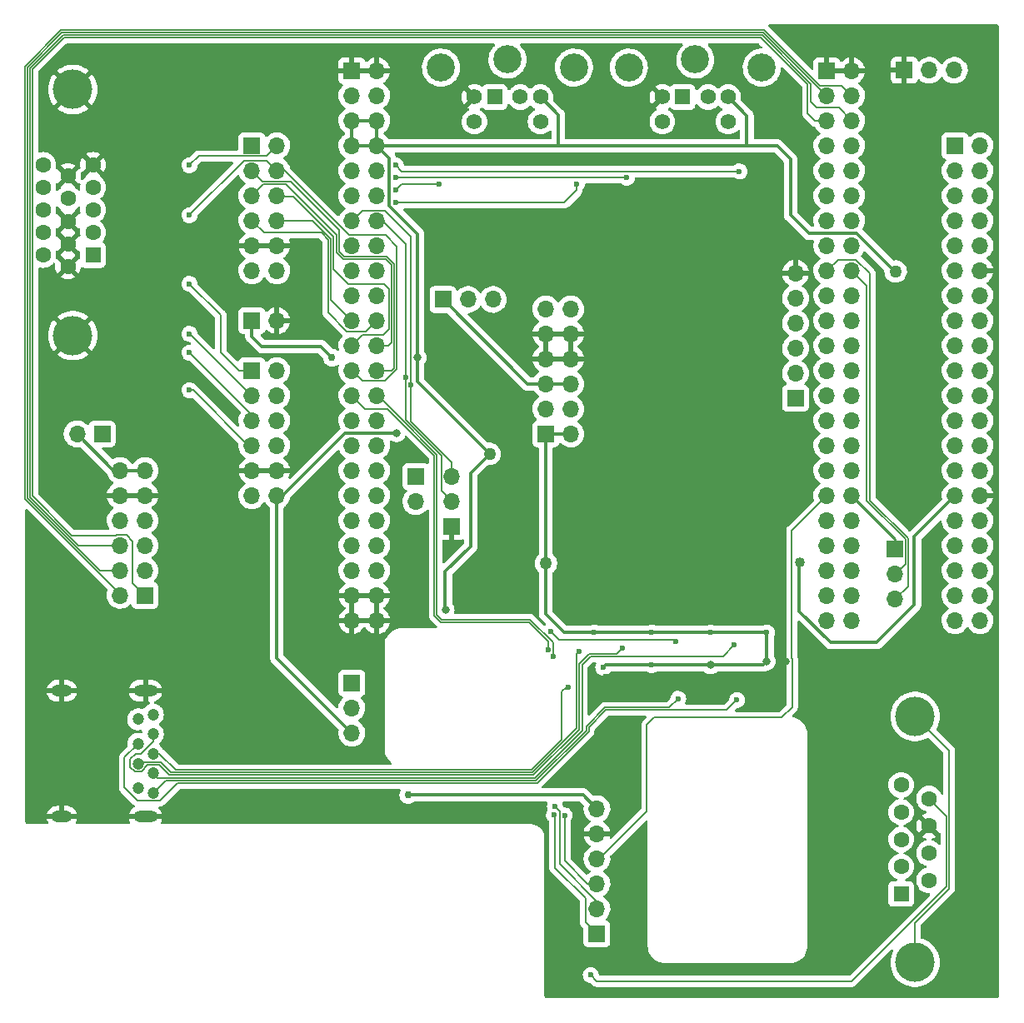
<source format=gbl>
%TF.GenerationSoftware,KiCad,Pcbnew,6.0.0-d3dd2cf0fa~116~ubuntu20.04.1*%
%TF.CreationDate,2022-03-15T23:07:45+01:00*%
%TF.ProjectId,arrow_deca_retro_cape,6172726f-775f-4646-9563-615f72657472,0.71*%
%TF.SameCoordinates,Original*%
%TF.FileFunction,Copper,L2,Bot*%
%TF.FilePolarity,Positive*%
%FSLAX46Y46*%
G04 Gerber Fmt 4.6, Leading zero omitted, Abs format (unit mm)*
G04 Created by KiCad (PCBNEW 6.0.0-d3dd2cf0fa~116~ubuntu20.04.1) date 2022-03-15 23:07:45*
%MOMM*%
%LPD*%
G01*
G04 APERTURE LIST*
%TA.AperFunction,ComponentPad*%
%ADD10R,1.700000X1.700000*%
%TD*%
%TA.AperFunction,ComponentPad*%
%ADD11O,1.700000X1.700000*%
%TD*%
%TA.AperFunction,ComponentPad*%
%ADD12C,1.200000*%
%TD*%
%TA.AperFunction,ComponentPad*%
%ADD13O,2.400000X1.200000*%
%TD*%
%TA.AperFunction,ComponentPad*%
%ADD14O,2.100000X1.200000*%
%TD*%
%TA.AperFunction,ComponentPad*%
%ADD15R,1.574800X1.574800*%
%TD*%
%TA.AperFunction,ComponentPad*%
%ADD16C,1.574800*%
%TD*%
%TA.AperFunction,ComponentPad*%
%ADD17C,2.844800*%
%TD*%
%TA.AperFunction,ComponentPad*%
%ADD18C,4.000000*%
%TD*%
%TA.AperFunction,ComponentPad*%
%ADD19R,1.600000X1.600000*%
%TD*%
%TA.AperFunction,ComponentPad*%
%ADD20C,1.600000*%
%TD*%
%TA.AperFunction,ViaPad*%
%ADD21C,0.800000*%
%TD*%
%TA.AperFunction,ViaPad*%
%ADD22C,1.016000*%
%TD*%
%TA.AperFunction,ViaPad*%
%ADD23C,1.270000*%
%TD*%
%TA.AperFunction,ViaPad*%
%ADD24C,0.600000*%
%TD*%
%TA.AperFunction,ViaPad*%
%ADD25C,0.762000*%
%TD*%
%TA.AperFunction,Conductor*%
%ADD26C,0.350000*%
%TD*%
%TA.AperFunction,Conductor*%
%ADD27C,0.127000*%
%TD*%
%TA.AperFunction,Conductor*%
%ADD28C,0.254000*%
%TD*%
G04 APERTURE END LIST*
D10*
%TO.P,J9,1,Pin_1*%
%TO.N,GND*%
X116840000Y-45720000D03*
D11*
%TO.P,J9,2,Pin_2*%
X119380000Y-45720000D03*
%TO.P,J9,3,Pin_3*%
%TO.N,+3.3VP*%
X116840000Y-48260000D03*
%TO.P,J9,4,Pin_4*%
X119380000Y-48260000D03*
%TO.P,J9,5,Pin_5*%
%TO.N,+5V*%
X116840000Y-50800000D03*
%TO.P,J9,6,Pin_6*%
X119380000Y-50800000D03*
%TO.P,J9,7,Pin_7*%
X116840000Y-53340000D03*
%TO.P,J9,8,Pin_8*%
X119380000Y-53340000D03*
%TO.P,J9,9,Pin_9*%
%TO.N,/PS2_MOUSE_DAT*%
X116840000Y-55880000D03*
%TO.P,J9,10,Pin_10*%
%TO.N,/PS2_MOUSE_CLK*%
X119380000Y-55880000D03*
%TO.P,J9,11,Pin_11*%
%TO.N,/PS2_KEYB_CLK*%
X116840000Y-58420000D03*
%TO.P,J9,12,Pin_12*%
%TO.N,/PS2_KEYB_DAT*%
X119380000Y-58420000D03*
%TO.P,J9,13,Pin_13*%
%TO.N,/VGA_VS*%
X116840000Y-60960000D03*
%TO.P,J9,14,Pin_14*%
%TO.N,/VGA_HS*%
X119380000Y-60960000D03*
%TO.P,J9,15,Pin_15*%
%TO.N,/VGA_B0*%
X116840000Y-63500000D03*
%TO.P,J9,16,Pin_16*%
%TO.N,/VGA_R0*%
X119380000Y-63500000D03*
%TO.P,J9,17,Pin_17*%
%TO.N,/VGA_G0*%
X116840000Y-66040000D03*
%TO.P,J9,18,Pin_18*%
%TO.N,/VGA_G3*%
X119380000Y-66040000D03*
%TO.P,J9,19,Pin_19*%
%TO.N,/VGA_G2*%
X116840000Y-68580000D03*
%TO.P,J9,20,Pin_20*%
%TO.N,/VGA_G1*%
X119380000Y-68580000D03*
%TO.P,J9,21,Pin_21*%
%TO.N,/VGA_B3*%
X116840000Y-71120000D03*
%TO.P,J9,22,Pin_22*%
%TO.N,/VGA_R3*%
X119380000Y-71120000D03*
%TO.P,J9,23,Pin_23*%
%TO.N,/VGA_B2*%
X116840000Y-73660000D03*
%TO.P,J9,24,Pin_24*%
%TO.N,/VGA_R2*%
X119380000Y-73660000D03*
%TO.P,J9,25,Pin_25*%
%TO.N,/VGA_B1*%
X116840000Y-76200000D03*
%TO.P,J9,26,Pin_26*%
%TO.N,/VGA_R1*%
X119380000Y-76200000D03*
%TO.P,J9,27,Pin_27*%
%TO.N,/DETO1*%
X116840000Y-78740000D03*
%TO.P,J9,28,Pin_28*%
%TO.N,/DETO2*%
X119380000Y-78740000D03*
%TO.P,J9,29,Pin_29*%
%TO.N,/SPI_DI (MISO)*%
X116840000Y-81280000D03*
%TO.P,J9,30,Pin_30*%
%TO.N,/SPI_DO (MOSI)*%
X119380000Y-81280000D03*
%TO.P,J9,31,Pin_31*%
%TO.N,/SPI_SCK*%
X116840000Y-83820000D03*
%TO.P,J9,32,Pin_32*%
%TO.N,+1V8*%
X119380000Y-83820000D03*
%TO.P,J9,33,Pin_33*%
%TO.N,/JOYX_SEL_O*%
X116840000Y-86360000D03*
%TO.P,J9,34,Pin_34*%
%TO.N,GNDA*%
X119380000Y-86360000D03*
%TO.P,J9,35,Pin_35*%
%TO.N,/JOY1_B2_P9*%
X116840000Y-88900000D03*
%TO.P,J9,36,Pin_36*%
%TO.N,/JOY1_B1_P6*%
X119380000Y-88900000D03*
%TO.P,J9,37,Pin_37*%
%TO.N,/JOY1_UP*%
X116840000Y-91440000D03*
%TO.P,J9,38,Pin_38*%
%TO.N,/JOY1_DOWN*%
X119380000Y-91440000D03*
%TO.P,J9,39,Pin_39*%
%TO.N,/JOY1_RIGHT*%
X116840000Y-93980000D03*
%TO.P,J9,40,Pin_40*%
%TO.N,/JOY1_LEFT*%
X119380000Y-93980000D03*
%TO.P,J9,41,Pin_41*%
%TO.N,/JOY_MUX_DETO3*%
X116840000Y-96520000D03*
%TO.P,J9,42,Pin_42*%
%TO.N,/SPI_CS_FPGA*%
X119380000Y-96520000D03*
%TO.P,J9,43,Pin_43*%
%TO.N,GND*%
X116840000Y-99060000D03*
%TO.P,J9,44,Pin_44*%
X119380000Y-99060000D03*
%TO.P,J9,45,Pin_45*%
X116840000Y-101600000D03*
%TO.P,J9,46,Pin_46*%
X119380000Y-101600000D03*
%TD*%
D10*
%TO.P,J8,1,Pin_1*%
%TO.N,GND*%
X165100000Y-45720000D03*
D11*
%TO.P,J8,2,Pin_2*%
X167640000Y-45720000D03*
%TO.P,J8,3,Pin_3*%
%TO.N,/UART_TXD*%
X165100000Y-48260000D03*
%TO.P,J8,4,Pin_4*%
%TO.N,/UART_RXD*%
X167640000Y-48260000D03*
%TO.P,J8,5,Pin_5*%
%TO.N,/SPI_CS_OSD*%
X165100000Y-50800000D03*
%TO.P,J8,6,Pin_6*%
%TO.N,/SPI_CS_IO*%
X167640000Y-50800000D03*
%TO.P,J8,7,Pin_7*%
%TO.N,/DQ0*%
X165100000Y-53340000D03*
%TO.P,J8,8,Pin_8*%
%TO.N,/DQ1*%
X167640000Y-53340000D03*
%TO.P,J8,9,Pin_9*%
%TO.N,/DQ2*%
X165100000Y-55880000D03*
%TO.P,J8,10,Pin_10*%
%TO.N,/DQ3*%
X167640000Y-55880000D03*
%TO.P,J8,11,Pin_11*%
%TO.N,/DQ4*%
X165100000Y-58420000D03*
%TO.P,J8,12,Pin_12*%
%TO.N,/DQ5*%
X167640000Y-58420000D03*
%TO.P,J8,13,Pin_13*%
%TO.N,/DQ6*%
X165100000Y-60960000D03*
%TO.P,J8,14,Pin_14*%
%TO.N,/DQ7*%
X167640000Y-60960000D03*
%TO.P,J8,15,Pin_15*%
%TO.N,/DQ14*%
X165100000Y-63500000D03*
%TO.P,J8,16,Pin_16*%
%TO.N,/DQ15*%
X167640000Y-63500000D03*
%TO.P,J8,17,Pin_17*%
%TO.N,/LDQM*%
X165100000Y-66040000D03*
%TO.P,J8,18,Pin_18*%
%TO.N,/UDQM*%
X167640000Y-66040000D03*
%TO.P,J8,19,Pin_19*%
%TO.N,/DQ13*%
X165100000Y-68580000D03*
%TO.P,J8,20,Pin_20*%
%TO.N,/DQ12*%
X167640000Y-68580000D03*
%TO.P,J8,21,Pin_21*%
%TO.N,/DQ11*%
X165100000Y-71120000D03*
%TO.P,J8,22,Pin_22*%
%TO.N,/DQ10*%
X167640000Y-71120000D03*
%TO.P,J8,23,Pin_23*%
%TO.N,/DQ9*%
X165100000Y-73660000D03*
%TO.P,J8,24,Pin_24*%
%TO.N,/DQ8*%
X167640000Y-73660000D03*
%TO.P,J8,25,Pin_25*%
%TO.N,/A12*%
X165100000Y-76200000D03*
%TO.P,J8,26,Pin_26*%
%TO.N,/CLK*%
X167640000Y-76200000D03*
%TO.P,J8,27,Pin_27*%
%TO.N,/A9*%
X165100000Y-78740000D03*
%TO.P,J8,28,Pin_28*%
%TO.N,/A11*%
X167640000Y-78740000D03*
%TO.P,J8,29,Pin_29*%
%TO.N,/A7*%
X165100000Y-81280000D03*
%TO.P,J8,30,Pin_30*%
%TO.N,/A8*%
X167640000Y-81280000D03*
%TO.P,J8,31,Pin_31*%
%TO.N,/A5*%
X165100000Y-83820000D03*
%TO.P,J8,32,Pin_32*%
%TO.N,/A6*%
X167640000Y-83820000D03*
%TO.P,J8,33,Pin_33*%
%TO.N,/nWE*%
X165100000Y-86360000D03*
%TO.P,J8,34,Pin_34*%
%TO.N,/A4*%
X167640000Y-86360000D03*
%TO.P,J8,35,Pin_35*%
%TO.N,/DETO4*%
X165100000Y-88900000D03*
%TO.P,J8,36,Pin_36*%
%TO.N,/CKE*%
X167640000Y-88900000D03*
%TO.P,J8,37,Pin_37*%
%TO.N,/nCAS*%
X165100000Y-91440000D03*
%TO.P,J8,38,Pin_38*%
%TO.N,/nRAS*%
X167640000Y-91440000D03*
%TO.P,J8,39,Pin_39*%
%TO.N,/nCS0*%
X165100000Y-93980000D03*
%TO.P,J8,40,Pin_40*%
%TO.N,/BA0*%
X167640000Y-93980000D03*
%TO.P,J8,41,Pin_41*%
%TO.N,/BA1*%
X165100000Y-96520000D03*
%TO.P,J8,42,Pin_42*%
%TO.N,/A10*%
X167640000Y-96520000D03*
%TO.P,J8,43,Pin_43*%
%TO.N,/A0*%
X165100000Y-99060000D03*
%TO.P,J8,44,Pin_44*%
%TO.N,/A1*%
X167640000Y-99060000D03*
%TO.P,J8,45,Pin_45*%
%TO.N,/A2*%
X165100000Y-101600000D03*
%TO.P,J8,46,Pin_46*%
%TO.N,/A3*%
X167640000Y-101600000D03*
%TD*%
D10*
%TO.P,JP2,1,Pin_1*%
%TO.N,+3.3VP*%
X126111000Y-68961000D03*
D11*
%TO.P,JP2,2,Pin_2*%
%TO.N,+3V3*%
X128651000Y-68961000D03*
%TO.P,JP2,3,Pin_3*%
%TO.N,/3V3_LDO*%
X131191000Y-68961000D03*
%TD*%
D10*
%TO.P,J20,1,Pin_1*%
%TO.N,/SPI_CS_OSD*%
X95823469Y-99033400D03*
D11*
%TO.P,J20,2,Pin_2*%
%TO.N,/SPI_DO (MOSI)*%
X95823469Y-96493400D03*
%TO.P,J20,3,Pin_3*%
%TO.N,/SPI_DI (MISO)*%
X95823469Y-93953400D03*
%TO.P,J20,4,Pin_4*%
%TO.N,/SPI_SCK*%
X95823469Y-91413400D03*
%TO.P,J20,5,Pin_5*%
%TO.N,GND*%
X95823469Y-88873400D03*
%TO.P,J20,6,Pin_6*%
%TO.N,/VH_PMOD*%
X95823469Y-86333400D03*
%TO.P,J20,7,Pin_7*%
%TO.N,/UART_RXD*%
X93283469Y-99033400D03*
%TO.P,J20,8,Pin_8*%
%TO.N,/UART_TXD*%
X93283469Y-96493400D03*
%TO.P,J20,9,Pin_9*%
%TO.N,/SPI_CS_IO*%
X93283469Y-93953400D03*
%TO.P,J20,10,Pin_10*%
%TO.N,/SPI_CS_FPGA*%
X93283469Y-91413400D03*
%TO.P,J20,11,Pin_11*%
%TO.N,GND*%
X93283469Y-88873400D03*
%TO.P,J20,12,Pin_12*%
%TO.N,/VH_PMOD*%
X93283469Y-86333400D03*
%TD*%
D10*
%TO.P,J16,1,Pin_1*%
%TO.N,/DETO1*%
X141745000Y-133426200D03*
D11*
%TO.P,J16,2,Pin_2*%
%TO.N,/DETO2*%
X141745000Y-130886200D03*
%TO.P,J16,3,Pin_3*%
%TO.N,/JOY_MUX_DETO3*%
X141745000Y-128346200D03*
%TO.P,J16,4,Pin_4*%
%TO.N,/DETO4*%
X141745000Y-125806200D03*
%TO.P,J16,5,Pin_5*%
%TO.N,GND*%
X141745000Y-123266200D03*
%TO.P,J16,6,Pin_6*%
%TO.N,+3V3*%
X141745000Y-120726200D03*
%TD*%
D12*
%TO.P,J21,1,VBUS*%
%TO.N,+5V*%
X95123000Y-111633000D03*
%TO.P,J21,2,D-*%
%TO.N,/D-*%
X95123000Y-114133000D03*
%TO.P,J21,3,D+*%
%TO.N,/D+*%
X95123000Y-116133000D03*
%TO.P,J21,4,GND*%
%TO.N,GND*%
X95123000Y-118633000D03*
%TO.P,J21,5,SSRX-*%
%TO.N,/RX-*%
X96623000Y-119133000D03*
%TO.P,J21,6,SSRX+*%
%TO.N,/RX+*%
X96623000Y-117133000D03*
%TO.P,J21,7,DRAIN*%
%TO.N,/DRAIN*%
X96623000Y-115133000D03*
%TO.P,J21,8,SSTX-*%
%TO.N,/TX-*%
X96623000Y-113133000D03*
%TO.P,J21,9,SSTX+*%
%TO.N,/TX+*%
X96623000Y-111133000D03*
D13*
%TO.P,J21,10,SHIELD*%
%TO.N,GND*%
X95873000Y-121533000D03*
D14*
X87373000Y-121533000D03*
D13*
X95873000Y-108733000D03*
D14*
X87373000Y-108733000D03*
%TD*%
D10*
%TO.P,J10,1,Pin_1*%
%TO.N,+2V5*%
X136539669Y-82625000D03*
D11*
%TO.P,J10,2,Pin_2*%
X139079669Y-82625000D03*
%TO.P,J10,3,Pin_3*%
%TO.N,+5V*%
X136539669Y-80085000D03*
%TO.P,J10,4,Pin_4*%
X139079669Y-80085000D03*
%TO.P,J10,5,Pin_5*%
%TO.N,+3.3VP*%
X136539669Y-77545000D03*
%TO.P,J10,6,Pin_6*%
X139079669Y-77545000D03*
%TO.P,J10,7,Pin_7*%
%TO.N,GND*%
X136539669Y-75005000D03*
%TO.P,J10,8,Pin_8*%
X139079669Y-75005000D03*
%TO.P,J10,9,Pin_9*%
X136539669Y-72465000D03*
%TO.P,J10,10,Pin_10*%
X139079669Y-72465000D03*
%TO.P,J10,11,Pin_11*%
%TO.N,/3V3_LDO*%
X136539669Y-69925000D03*
%TO.P,J10,12,Pin_12*%
X139079669Y-69925000D03*
%TD*%
D10*
%TO.P,J11,1,Pin_1*%
%TO.N,/VGA_R0*%
X106680000Y-53340000D03*
D11*
%TO.P,J11,2,Pin_2*%
%TO.N,/VGA_R1*%
X106680000Y-55880000D03*
%TO.P,J11,3,Pin_3*%
%TO.N,/VGA_R2*%
X106680000Y-58420000D03*
%TO.P,J11,4,Pin_4*%
%TO.N,/VGA_R3*%
X106680000Y-60960000D03*
%TO.P,J11,5,Pin_5*%
%TO.N,GND*%
X106680000Y-63500000D03*
%TO.P,J11,6,Pin_6*%
%TO.N,+3V3*%
X106680000Y-66040000D03*
%TO.P,J11,7,Pin_7*%
%TO.N,/VGA_B0*%
X109220000Y-53340000D03*
%TO.P,J11,8,Pin_8*%
%TO.N,/VGA_B1*%
X109220000Y-55880000D03*
%TO.P,J11,9,Pin_9*%
%TO.N,/VGA_B2*%
X109220000Y-58420000D03*
%TO.P,J11,10,Pin_10*%
%TO.N,/VGA_B3*%
X109220000Y-60960000D03*
%TO.P,J11,11,Pin_11*%
%TO.N,GND*%
X109220000Y-63500000D03*
%TO.P,J11,12,Pin_12*%
%TO.N,+3V3*%
X109220000Y-66040000D03*
%TD*%
D15*
%TO.P,J5,1,1*%
%TO.N,Net-(D1-Pad3)*%
X131359200Y-48387000D03*
D16*
%TO.P,J5,2,2*%
%TO.N,unconnected-(J5-Pad2)*%
X133950000Y-48387000D03*
%TO.P,J5,3,3*%
%TO.N,GND*%
X129301800Y-48387000D03*
%TO.P,J5,4,4*%
%TO.N,+5V*%
X136007400Y-48387000D03*
%TO.P,J5,5,5*%
%TO.N,Net-(D2-Pad3)*%
X129301800Y-50876200D03*
%TO.P,J5,6,6*%
%TO.N,unconnected-(J5-Pad6)*%
X136007400Y-50876200D03*
D17*
%TO.P,J5,7*%
%TO.N,N/C*%
X125898200Y-45389800D03*
%TO.P,J5,8*%
X132654600Y-44577000D03*
%TO.P,J5,9*%
X139411000Y-45389800D03*
%TD*%
D18*
%TO.P,J1,0*%
%TO.N,GND*%
X88490269Y-72623600D03*
X88490269Y-47623600D03*
D19*
%TO.P,J1,1*%
%TO.N,/VGAR*%
X90540269Y-64438600D03*
D20*
%TO.P,J1,2*%
%TO.N,/VGAG*%
X90540269Y-62148600D03*
%TO.P,J1,3*%
%TO.N,/VGAB*%
X90540269Y-59858600D03*
%TO.P,J1,4*%
%TO.N,unconnected-(J1-Pad4)*%
X90540269Y-57568600D03*
%TO.P,J1,5*%
%TO.N,GND*%
X90540269Y-55278600D03*
%TO.P,J1,6*%
X88000269Y-65583600D03*
%TO.P,J1,7*%
X88000269Y-63293600D03*
%TO.P,J1,8*%
X88000269Y-61003600D03*
%TO.P,J1,9*%
%TO.N,unconnected-(J1-Pad9)*%
X88000269Y-58713600D03*
%TO.P,J1,10*%
%TO.N,GND*%
X88000269Y-56423600D03*
%TO.P,J1,11*%
%TO.N,unconnected-(J1-Pad11)*%
X85460269Y-64438600D03*
%TO.P,J1,12*%
%TO.N,unconnected-(J1-Pad12)*%
X85460269Y-62148600D03*
%TO.P,J1,13*%
%TO.N,/VGAHS*%
X85460269Y-59858600D03*
%TO.P,J1,14*%
%TO.N,/VGAVS*%
X85460269Y-57568600D03*
%TO.P,J1,15*%
%TO.N,unconnected-(J1-Pad15)*%
X85460269Y-55278600D03*
%TD*%
D10*
%TO.P,J14,1,Pin_1*%
%TO.N,+1V8*%
X123355000Y-86964200D03*
D11*
%TO.P,J14,2,Pin_2*%
%TO.N,GNDA*%
X123355000Y-89504200D03*
%TD*%
D15*
%TO.P,J19,1,1*%
%TO.N,Net-(D3-Pad3)*%
X150444200Y-48387000D03*
D16*
%TO.P,J19,2,2*%
%TO.N,unconnected-(J19-Pad2)*%
X153035000Y-48387000D03*
%TO.P,J19,3,3*%
%TO.N,GND*%
X148386800Y-48387000D03*
%TO.P,J19,4,4*%
%TO.N,+5V*%
X155092400Y-48387000D03*
%TO.P,J19,5,5*%
%TO.N,Net-(D4-Pad3)*%
X148386800Y-50876200D03*
%TO.P,J19,6,6*%
%TO.N,unconnected-(J19-Pad6)*%
X155092400Y-50876200D03*
D17*
%TO.P,J19,7*%
%TO.N,N/C*%
X144983200Y-45389800D03*
%TO.P,J19,8*%
X151739600Y-44577000D03*
%TO.P,J19,9*%
X158496000Y-45389800D03*
%TD*%
D10*
%TO.P,J15,1,Pin_1*%
%TO.N,GND*%
X172987000Y-45669200D03*
D11*
%TO.P,J15,2,Pin_2*%
%TO.N,/UART_RXD*%
X175527000Y-45669200D03*
%TO.P,J15,3,Pin_3*%
%TO.N,/UART_TXD*%
X178067000Y-45669200D03*
%TD*%
D18*
%TO.P,J4,0,PAD*%
%TO.N,/MUX*%
X174074338Y-136335000D03*
X174074338Y-111335000D03*
D19*
%TO.P,J4,1,1*%
%TO.N,/D-*%
X172654338Y-129375000D03*
D20*
%TO.P,J4,2,2*%
%TO.N,/D+*%
X172654338Y-126605000D03*
%TO.P,J4,3,3*%
%TO.N,/RX-*%
X172654338Y-123835000D03*
%TO.P,J4,4,4*%
%TO.N,/DRAIN*%
X172654338Y-121065000D03*
%TO.P,J4,5,5*%
%TO.N,+5V*%
X172654338Y-118295000D03*
%TO.P,J4,6,6*%
%TO.N,/TX-*%
X175494338Y-127990000D03*
%TO.P,J4,7,7*%
%TO.N,/RX+*%
X175494338Y-125220000D03*
%TO.P,J4,8,8*%
%TO.N,GND*%
X175494338Y-122450000D03*
%TO.P,J4,9,9*%
%TO.N,Net-(D5-Pad3)*%
X175494338Y-119680000D03*
%TD*%
D10*
%TO.P,J18,1,Pin_1*%
%TO.N,GND*%
X127013000Y-92009200D03*
D11*
%TO.P,J18,2,Pin_2*%
%TO.N,/VGA_HS*%
X127013000Y-89469200D03*
%TO.P,J18,3,Pin_3*%
%TO.N,/VGA_VS*%
X127013000Y-86929200D03*
%TD*%
D10*
%TO.P,J17,1,Pin_1*%
%TO.N,+5V*%
X106680000Y-71120000D03*
D11*
%TO.P,J17,2,Pin_2*%
%TO.N,GND*%
X109220000Y-71120000D03*
%TD*%
D10*
%TO.P,J22,1,Pin_1*%
%TO.N,Net-(D5-Pad3)*%
X116840000Y-107950000D03*
D11*
%TO.P,J22,2,Pin_2*%
%TO.N,/TX+*%
X116840000Y-110490000D03*
%TO.P,J22,3,Pin_3*%
%TO.N,+3V3*%
X116840000Y-113030000D03*
%TD*%
D10*
%TO.P,J12,1,Pin_1*%
%TO.N,/VGA_G0*%
X106680000Y-76200000D03*
D11*
%TO.P,J12,2,Pin_2*%
%TO.N,/VGA_G1*%
X106680000Y-78740000D03*
%TO.P,J12,3,Pin_3*%
%TO.N,/VGA_G2*%
X106680000Y-81280000D03*
%TO.P,J12,4,Pin_4*%
%TO.N,/VGA_G3*%
X106680000Y-83820000D03*
%TO.P,J12,5,Pin_5*%
%TO.N,GND*%
X106680000Y-86360000D03*
%TO.P,J12,6,Pin_6*%
%TO.N,+3V3*%
X106680000Y-88900000D03*
%TO.P,J12,7,Pin_7*%
%TO.N,/VGA_HS*%
X109220000Y-76200000D03*
%TO.P,J12,8,Pin_8*%
%TO.N,/VGA_VS*%
X109220000Y-78740000D03*
%TO.P,J12,9,Pin_9*%
%TO.N,/DETO1*%
X109220000Y-81280000D03*
%TO.P,J12,10,Pin_10*%
%TO.N,/DETO2*%
X109220000Y-83820000D03*
%TO.P,J12,11,Pin_11*%
%TO.N,GND*%
X109220000Y-86360000D03*
%TO.P,J12,12,Pin_12*%
%TO.N,+3V3*%
X109220000Y-88900000D03*
%TD*%
D10*
%TO.P,JP1,1,Pin_1*%
%TO.N,+3V3*%
X91459669Y-82625000D03*
D11*
%TO.P,JP1,2,Pin_2*%
%TO.N,/VH_PMOD*%
X88919669Y-82625000D03*
%TD*%
D10*
%TO.P,J3,1,Pin_1*%
%TO.N,unconnected-(J3-Pad1)*%
X161925000Y-78994000D03*
D11*
%TO.P,J3,2,Pin_2*%
%TO.N,/TDI*%
X161925000Y-76454000D03*
%TO.P,J3,3,Pin_3*%
%TO.N,/TMS*%
X161925000Y-73914000D03*
%TO.P,J3,4,Pin_4*%
%TO.N,/TDO*%
X161925000Y-71374000D03*
%TO.P,J3,5,Pin_5*%
%TO.N,/TCK*%
X161925000Y-68834000D03*
%TO.P,J3,6,Pin_6*%
%TO.N,GND*%
X161925000Y-66294000D03*
%TD*%
D10*
%TO.P,J7,1,Pin_1*%
%TO.N,/CKE*%
X172043185Y-94360000D03*
D11*
%TO.P,J7,2,Pin_2*%
%TO.N,/UDQM*%
X172043185Y-96900000D03*
%TO.P,J7,3,Pin_3*%
%TO.N,/LDQM*%
X172043185Y-99440000D03*
%TD*%
D10*
%TO.P,J6,1,Pin_1*%
%TO.N,/DQ0*%
X178138185Y-53340000D03*
D11*
%TO.P,J6,2,Pin_2*%
%TO.N,/DQ1*%
X180678185Y-53340000D03*
%TO.P,J6,3,Pin_3*%
%TO.N,/DQ2*%
X178138185Y-55880000D03*
%TO.P,J6,4,Pin_4*%
%TO.N,/DQ3*%
X180678185Y-55880000D03*
%TO.P,J6,5,Pin_5*%
%TO.N,/DQ4*%
X178138185Y-58420000D03*
%TO.P,J6,6,Pin_6*%
%TO.N,/DQ5*%
X180678185Y-58420000D03*
%TO.P,J6,7,Pin_7*%
%TO.N,/DQ6*%
X178138185Y-60960000D03*
%TO.P,J6,8,Pin_8*%
%TO.N,/DQ7*%
X180678185Y-60960000D03*
%TO.P,J6,9,Pin_9*%
%TO.N,/DQ14*%
X178138185Y-63500000D03*
%TO.P,J6,10,Pin_10*%
%TO.N,/DQ15*%
X180678185Y-63500000D03*
%TO.P,J6,11,Pin_11*%
%TO.N,+5V*%
X178138185Y-66040000D03*
%TO.P,J6,12,Pin_12*%
%TO.N,GND*%
X180678185Y-66040000D03*
%TO.P,J6,13,Pin_13*%
%TO.N,/DQ13*%
X178138185Y-68580000D03*
%TO.P,J6,14,Pin_14*%
%TO.N,/DQ12*%
X180678185Y-68580000D03*
%TO.P,J6,15,Pin_15*%
%TO.N,/DQ11*%
X178138185Y-71120000D03*
%TO.P,J6,16,Pin_16*%
%TO.N,/DQ10*%
X180678185Y-71120000D03*
%TO.P,J6,17,Pin_17*%
%TO.N,/DQ9*%
X178138185Y-73660000D03*
%TO.P,J6,18,Pin_18*%
%TO.N,/DQ8*%
X180678185Y-73660000D03*
%TO.P,J6,19,Pin_19*%
%TO.N,/A12*%
X178138185Y-76200000D03*
%TO.P,J6,20,Pin_20*%
%TO.N,/CLK*%
X180678185Y-76200000D03*
%TO.P,J6,21,Pin_21*%
%TO.N,/A9*%
X178138185Y-78740000D03*
%TO.P,J6,22,Pin_22*%
%TO.N,/A11*%
X180678185Y-78740000D03*
%TO.P,J6,23,Pin_23*%
%TO.N,/A7*%
X178138185Y-81280000D03*
%TO.P,J6,24,Pin_24*%
%TO.N,/A8*%
X180678185Y-81280000D03*
%TO.P,J6,25,Pin_25*%
%TO.N,/A5*%
X178138185Y-83820000D03*
%TO.P,J6,26,Pin_26*%
%TO.N,/A6*%
X180678185Y-83820000D03*
%TO.P,J6,27,Pin_27*%
%TO.N,/nWE*%
X178138185Y-86360000D03*
%TO.P,J6,28,Pin_28*%
%TO.N,/A4*%
X180678185Y-86360000D03*
%TO.P,J6,29,Pin_29*%
%TO.N,+3V3*%
X178138185Y-88900000D03*
%TO.P,J6,30,Pin_30*%
%TO.N,GND*%
X180678185Y-88900000D03*
%TO.P,J6,31,Pin_31*%
%TO.N,/nCAS*%
X178138185Y-91440000D03*
%TO.P,J6,32,Pin_32*%
%TO.N,/nRAS*%
X180678185Y-91440000D03*
%TO.P,J6,33,Pin_33*%
%TO.N,/nCS0*%
X178138185Y-93980000D03*
%TO.P,J6,34,Pin_34*%
%TO.N,/BA0*%
X180678185Y-93980000D03*
%TO.P,J6,35,Pin_35*%
%TO.N,/BA1*%
X178138185Y-96520000D03*
%TO.P,J6,36,Pin_36*%
%TO.N,/A10*%
X180678185Y-96520000D03*
%TO.P,J6,37,Pin_37*%
%TO.N,/A0*%
X178138185Y-99060000D03*
%TO.P,J6,38,Pin_38*%
%TO.N,/A1*%
X180678185Y-99060000D03*
%TO.P,J6,39,Pin_39*%
%TO.N,/A2*%
X178138185Y-101600000D03*
%TO.P,J6,40,Pin_40*%
%TO.N,/A3*%
X180678185Y-101600000D03*
%TD*%
D21*
%TO.N,+3V3*%
X121386600Y-82550000D03*
D22*
%TO.N,GND*%
X130824669Y-92404000D03*
X154954669Y-96849000D03*
D23*
X142254669Y-48970000D03*
D22*
X168148000Y-118872000D03*
D21*
X160923669Y-105739000D03*
D24*
X142635669Y-107263000D03*
D22*
X142889669Y-96849000D03*
D25*
%TO.N,+5V*%
X114822669Y-74878000D03*
D21*
X126365000Y-100507800D03*
D23*
X172099669Y-66115000D03*
X130835400Y-84658200D03*
D21*
X123520200Y-74879200D03*
D22*
%TO.N,+3V3*%
X162383669Y-95706000D03*
D25*
X122569669Y-119328000D03*
D24*
%TO.N,/PS2_KEYB_DAT*%
X139714669Y-57225000D03*
X121299669Y-59130000D03*
%TO.N,/VGA_VS*%
X122823669Y-77672000D03*
%TO.N,/VGA_HS*%
X122315669Y-76910000D03*
%TO.N,/VGA_B0*%
X100344669Y-55320000D03*
%TO.N,/VGA_G0*%
X100344669Y-67385000D03*
%TO.N,/VGA_G3*%
X100344669Y-78180000D03*
%TO.N,/VGA_G2*%
X100344669Y-74370000D03*
%TO.N,/VGA_G1*%
X100344669Y-72465000D03*
%TO.N,/VGA_B1*%
X100344669Y-60400000D03*
%TO.N,/DETO1*%
X137377869Y-121334600D03*
X136793669Y-104596000D03*
%TO.N,/DETO2*%
X137478073Y-120481347D03*
X137301669Y-105231000D03*
%TO.N,/PS2_KEYB_CLK*%
X121299669Y-57860000D03*
X125744669Y-57225000D03*
%TO.N,/PS2_MOUSE_DAT*%
X121299669Y-55320000D03*
X156224669Y-55955000D03*
%TO.N,/PS2_MOUSE_CLK*%
X121299669Y-56590000D03*
X144794669Y-56590000D03*
D21*
%TO.N,+2V5*%
X159018669Y-105739000D03*
D24*
X141492669Y-102818000D03*
X159018669Y-102818000D03*
X147334669Y-106120000D03*
D23*
X136565069Y-95782200D03*
D24*
X142381669Y-106374000D03*
X153303669Y-102818000D03*
D21*
X153303669Y-106120000D03*
D24*
X147334669Y-102818000D03*
%TO.N,/D+*%
X139968669Y-104723000D03*
%TO.N,/DRAIN*%
X138806189Y-108339276D03*
%TO.N,/TX-*%
X144322800Y-104394000D03*
%TO.N,/RX-*%
X150001669Y-109549000D03*
%TO.N,/D-*%
X155970669Y-109676000D03*
%TO.N,/RX+*%
X155716669Y-104088000D03*
%TO.N,/JOY_MUX_DETO3*%
X138480800Y-121412000D03*
%TO.N,Net-(D5-Pad3)*%
X141111669Y-137616000D03*
X137047669Y-102691000D03*
X149733000Y-103682800D03*
%TD*%
D26*
%TO.N,+5V*%
X123520200Y-74879200D02*
X123520200Y-62304435D01*
X123520200Y-62304435D02*
X120625158Y-59409393D01*
X120625158Y-59409393D02*
X120625158Y-54585158D01*
X120625158Y-54585158D02*
X119380000Y-53340000D01*
X123520200Y-77343000D02*
X130835400Y-84658200D01*
X123520200Y-74879200D02*
X123520200Y-77343000D01*
D27*
%TO.N,/RX-*%
X150001669Y-109549000D02*
X149112669Y-110438000D01*
X149112669Y-110438000D02*
X142568468Y-110438000D01*
X142568468Y-110438000D02*
X140665680Y-112340789D01*
X140665680Y-112340789D02*
X140665680Y-112747188D01*
X140665680Y-112747188D02*
X135556388Y-117856480D01*
X135556388Y-117856480D02*
X97899520Y-117856480D01*
X97899520Y-117856480D02*
X96623000Y-119133000D01*
%TO.N,/D-*%
X155970669Y-109676000D02*
X154954669Y-110692000D01*
X142673000Y-110692000D02*
X140919200Y-112445800D01*
X154954669Y-110692000D02*
X142673000Y-110692000D01*
X140919200Y-112445800D02*
X140919200Y-112852200D01*
X140919200Y-112852200D02*
X135661400Y-118110000D01*
X135661400Y-118110000D02*
X99149669Y-118110000D01*
X93740669Y-115515331D02*
X95123000Y-114133000D01*
X99149669Y-118110000D02*
X97336658Y-119923011D01*
X97336658Y-119923011D02*
X95097680Y-119923011D01*
X95097680Y-119923011D02*
X93740669Y-118566000D01*
X93740669Y-118566000D02*
X93740669Y-115515331D01*
%TO.N,/RX+*%
X155716669Y-104088000D02*
X154573669Y-105231000D01*
X154573669Y-105231000D02*
X141089201Y-105231000D01*
X141089201Y-105231000D02*
X140233400Y-106086801D01*
X140233400Y-106086801D02*
X140233400Y-112795536D01*
X140233400Y-112795536D02*
X135452336Y-117576600D01*
X135452336Y-117576600D02*
X97066600Y-117576600D01*
X97066600Y-117576600D02*
X96623000Y-117133000D01*
%TO.N,/DRAIN*%
X138806189Y-108339276D02*
X138689193Y-108339276D01*
X138689193Y-108339276D02*
X138190669Y-108837800D01*
X138190669Y-108837800D02*
X138190669Y-113686471D01*
X98948149Y-116788480D02*
X97292669Y-115133000D01*
X97292669Y-115133000D02*
X96623000Y-115133000D01*
X138190669Y-113686471D02*
X135088660Y-116788480D01*
X135088660Y-116788480D02*
X98948149Y-116788480D01*
%TO.N,/D+*%
X139968669Y-104723000D02*
X139674600Y-105017069D01*
X139674600Y-105017069D02*
X139674600Y-112561072D01*
X97401200Y-116026000D02*
X95230000Y-116026000D01*
X139674600Y-112561072D02*
X135193672Y-117042000D01*
X135193672Y-117042000D02*
X98417201Y-117042000D01*
X98417201Y-117042000D02*
X97401200Y-116026000D01*
X95230000Y-116026000D02*
X95123000Y-116133000D01*
%TO.N,/TX-*%
X94332989Y-116460234D02*
X94332989Y-115687680D01*
X94795766Y-116923011D02*
X94332989Y-116460234D01*
X95450234Y-116923011D02*
X94795766Y-116923011D01*
X96093725Y-116279520D02*
X95450234Y-116923011D01*
X97296189Y-116279520D02*
X96093725Y-116279520D01*
X98312189Y-117295520D02*
X97296189Y-116279520D01*
X135298684Y-117295520D02*
X98312189Y-117295520D01*
X94332989Y-115687680D02*
X94883669Y-115137000D01*
X96623000Y-113880098D02*
X96623000Y-113133000D01*
X139928120Y-106033549D02*
X139928120Y-112666084D01*
X140984669Y-104977000D02*
X139928120Y-106033549D01*
X139928120Y-112666084D02*
X135298684Y-117295520D01*
X143739800Y-104977000D02*
X140984669Y-104977000D01*
X144322800Y-104394000D02*
X143739800Y-104977000D01*
X94883669Y-115137000D02*
X95366098Y-115137000D01*
X95366098Y-115137000D02*
X96623000Y-113880098D01*
D26*
%TO.N,+3V3*%
X109220000Y-88900000D02*
X109829600Y-88900000D01*
X109829600Y-88900000D02*
X116179600Y-82550000D01*
X116179600Y-82550000D02*
X121386600Y-82550000D01*
D27*
%TO.N,/DETO2*%
X119380000Y-78740000D02*
X119488735Y-78740000D01*
X119488735Y-78740000D02*
X121555268Y-80806532D01*
X125987412Y-101498880D02*
X134944080Y-101498880D01*
X121555268Y-80806532D02*
X125488520Y-84739785D01*
X125488520Y-84739785D02*
X125488520Y-100999988D01*
X125488520Y-100999988D02*
X125987412Y-101498880D01*
X134944080Y-101498880D02*
X137283680Y-103838480D01*
X137283680Y-103838480D02*
X137283680Y-105213011D01*
X137283680Y-105213011D02*
X137301669Y-105231000D01*
D26*
%TO.N,+5V*%
X126365000Y-100507800D02*
X126339600Y-100482400D01*
X126339600Y-100482400D02*
X126339600Y-96635069D01*
X126339600Y-96635069D02*
X128919669Y-94055000D01*
X128919669Y-94055000D02*
X128919669Y-86573931D01*
X128919669Y-86573931D02*
X130835400Y-84658200D01*
D27*
%TO.N,/DETO1*%
X136793669Y-104596000D02*
X136793669Y-103707000D01*
X136793669Y-103707000D02*
X134839069Y-101752400D01*
X134839069Y-101752400D02*
X125882400Y-101752400D01*
X125882400Y-101752400D02*
X125235000Y-101105000D01*
X118200000Y-80100000D02*
X116840000Y-78740000D01*
X125235000Y-101105000D02*
X125235000Y-84844796D01*
X125235000Y-84844796D02*
X120490204Y-80100000D01*
X120490204Y-80100000D02*
X118200000Y-80100000D01*
%TO.N,Net-(D5-Pad3)*%
X149733000Y-103682800D02*
X149631400Y-103581200D01*
X149631400Y-103581200D02*
X137937869Y-103581200D01*
X137937869Y-103581200D02*
X137047669Y-102691000D01*
%TO.N,/DETO2*%
X137478073Y-120481347D02*
X137947400Y-120950674D01*
X137947400Y-120950674D02*
X137947400Y-126349131D01*
X137947400Y-126349131D02*
X141745000Y-130146731D01*
X141745000Y-130146731D02*
X141745000Y-130886200D01*
%TO.N,/JOY_MUX_DETO3*%
X138480800Y-121412000D02*
X138480800Y-126018931D01*
X138480800Y-126018931D02*
X140808069Y-128346200D01*
X140808069Y-128346200D02*
X141745000Y-128346200D01*
%TO.N,/DETO4*%
X141745000Y-125806200D02*
X141999469Y-125806200D01*
X161586680Y-105464371D02*
X161544000Y-105421691D01*
X141999469Y-125806200D02*
X146826669Y-120979000D01*
X146826669Y-120979000D02*
X146826669Y-112216000D01*
X146826669Y-112216000D02*
X147588669Y-111454000D01*
X147588669Y-111454000D02*
X160542669Y-111454000D01*
X160542669Y-111454000D02*
X161586680Y-110409989D01*
X161586680Y-110409989D02*
X161586680Y-105464371D01*
X161544000Y-105421691D02*
X161544000Y-92456000D01*
X161544000Y-92456000D02*
X165100000Y-88900000D01*
D26*
%TO.N,+5V*%
X158077669Y-53340000D02*
X160045400Y-53340000D01*
X160045400Y-53340000D02*
X161431669Y-54726269D01*
X161431669Y-54726269D02*
X161431669Y-60400000D01*
X161431669Y-60400000D02*
X163261669Y-62230000D01*
X168138469Y-62230000D02*
X171948469Y-66040000D01*
X163261669Y-62230000D02*
X168138469Y-62230000D01*
X155092400Y-48387000D02*
X156986669Y-50281269D01*
X119380000Y-50800000D02*
X116840000Y-50800000D01*
X156986669Y-50281269D02*
X156986669Y-53340000D01*
X107710669Y-73735000D02*
X106680000Y-72704331D01*
X119380000Y-53340000D02*
X119380000Y-50800000D01*
X156986669Y-53340000D02*
X158077669Y-53340000D01*
X106680000Y-72704331D02*
X106680000Y-71120000D01*
X137809669Y-50189269D02*
X137809669Y-53340000D01*
X116840000Y-50800000D02*
X116840000Y-53340000D01*
X137809669Y-53340000D02*
X138773669Y-53340000D01*
X138773669Y-53340000D02*
X158077669Y-53340000D01*
X114822669Y-74878000D02*
X113679669Y-73735000D01*
X119380000Y-53340000D02*
X138773669Y-53340000D01*
X116840000Y-53340000D02*
X119380000Y-53340000D01*
X136007400Y-48387000D02*
X137809669Y-50189269D01*
X113679669Y-73735000D02*
X107710669Y-73735000D01*
%TO.N,+3V3*%
X174004669Y-93039000D02*
X178138185Y-88905484D01*
X140346800Y-119328000D02*
X141745000Y-120726200D01*
X165495669Y-103834000D02*
X170194669Y-103834000D01*
X122569669Y-119328000D02*
X140346800Y-119328000D01*
X170194669Y-103834000D02*
X174004669Y-100024000D01*
X178138185Y-88905484D02*
X178138185Y-88900000D01*
X162383669Y-95706000D02*
X162320669Y-95769000D01*
X174004669Y-100024000D02*
X174004669Y-93039000D01*
X109220000Y-105410000D02*
X116840000Y-113030000D01*
X109220000Y-88900000D02*
X109220000Y-105410000D01*
X162320669Y-95769000D02*
X162320669Y-100659000D01*
X162320669Y-100659000D02*
X165495669Y-103834000D01*
D27*
%TO.N,/UDQM*%
X169160000Y-89396793D02*
X173083196Y-93319989D01*
X169160000Y-67560000D02*
X169160000Y-89396793D01*
X173083196Y-93319989D02*
X173083196Y-95859989D01*
X167640000Y-66040000D02*
X169160000Y-67560000D01*
X173083196Y-95859989D02*
X172043185Y-96900000D01*
%TO.N,/LDQM*%
X166235000Y-64905000D02*
X168080000Y-64905000D01*
X173336716Y-93214978D02*
X173336716Y-98146469D01*
X169510000Y-89388261D02*
X173336716Y-93214978D01*
X168080000Y-64905000D02*
X169510000Y-66335000D01*
X173336716Y-98146469D02*
X172043185Y-99440000D01*
X165100000Y-66040000D02*
X166235000Y-64905000D01*
X169510000Y-66335000D02*
X169510000Y-89388261D01*
%TO.N,/PS2_KEYB_DAT*%
X138444669Y-59130000D02*
X139714669Y-57860000D01*
X139714669Y-57860000D02*
X139714669Y-57225000D01*
X121299669Y-59130000D02*
X138444669Y-59130000D01*
D26*
%TO.N,+3.3VP*%
X126111000Y-68961000D02*
X134695000Y-77545000D01*
X136539669Y-77545000D02*
X139079669Y-77545000D01*
X134695000Y-77545000D02*
X136539669Y-77545000D01*
D28*
%TO.N,/CKE*%
X167640000Y-88900000D02*
X172043185Y-93303185D01*
X172043185Y-93303185D02*
X172043185Y-94360000D01*
D27*
%TO.N,/UART_TXD*%
X87390669Y-41858000D02*
X83884989Y-45363680D01*
X83884989Y-89152320D02*
X91252669Y-96520000D01*
X83884989Y-45363680D02*
X83884989Y-89152320D01*
X158637669Y-41858000D02*
X87390669Y-41858000D01*
X165039669Y-48260000D02*
X158637669Y-41858000D01*
X91252669Y-96520000D02*
X93521000Y-96520000D01*
X165100000Y-48260000D02*
X165039669Y-48260000D01*
%TO.N,/UART_RXD*%
X83631469Y-89257332D02*
X93434137Y-99060000D01*
X167640000Y-48260000D02*
X166599989Y-47219989D01*
X158742680Y-41604480D02*
X87285658Y-41604480D01*
X87285658Y-41604480D02*
X83631469Y-45258669D01*
X166599989Y-47219989D02*
X164358190Y-47219989D01*
X164358190Y-47219989D02*
X158742680Y-41604480D01*
X83631469Y-45258669D02*
X83631469Y-89257332D01*
%TO.N,/SPI_CS_OSD*%
X93925188Y-92913389D02*
X94553469Y-93541670D01*
X87600693Y-42365040D02*
X84392029Y-45573704D01*
X92852681Y-92913389D02*
X93925188Y-92913389D01*
X92826081Y-92939989D02*
X92852681Y-92913389D01*
X165100000Y-50800000D02*
X163897919Y-50800000D01*
X94553469Y-93541670D02*
X94553469Y-97763400D01*
X163168637Y-50070718D02*
X163168637Y-47106032D01*
X163168637Y-47106032D02*
X158427645Y-42365040D01*
X163897919Y-50800000D02*
X163168637Y-50070718D01*
X84392029Y-88942296D02*
X88389722Y-92939989D01*
X158427645Y-42365040D02*
X87600693Y-42365040D01*
X94553469Y-97763400D02*
X95823469Y-99033400D01*
X84392029Y-45573704D02*
X84392029Y-88942296D01*
X88389722Y-92939989D02*
X92826081Y-92939989D01*
%TO.N,/SPI_CS_IO*%
X87495681Y-42111520D02*
X84138509Y-45468692D01*
X166318000Y-49478000D02*
X164098669Y-49478000D01*
X164098669Y-49478000D02*
X163463669Y-48843000D01*
X84138509Y-45468692D02*
X84138509Y-89047308D01*
X163463669Y-48843000D02*
X163463669Y-47042532D01*
X167640000Y-50800000D02*
X166318000Y-49478000D01*
X89071201Y-93980000D02*
X93521000Y-93980000D01*
X84138509Y-89047308D02*
X89071201Y-93980000D01*
X158532657Y-42111520D02*
X87495681Y-42111520D01*
X163463669Y-47042532D02*
X158532657Y-42111520D01*
%TO.N,/VGA_VS*%
X120181789Y-59919989D02*
X117880011Y-59919989D01*
X122823669Y-62561869D02*
X120181789Y-59919989D01*
X127013000Y-85547200D02*
X122823669Y-81357869D01*
X127013000Y-86929200D02*
X127013000Y-85547200D01*
X117880011Y-59919989D02*
X116840000Y-60960000D01*
X122823669Y-81357869D02*
X122823669Y-62561869D01*
%TO.N,/VGA_HS*%
X119380000Y-60960000D02*
X119951800Y-60960000D01*
X122315669Y-76910000D02*
X122315669Y-76529000D01*
X125972989Y-84865721D02*
X125972989Y-88429189D01*
X122315669Y-76529000D02*
X122315669Y-81208401D01*
X119951800Y-60960000D02*
X122315669Y-63323869D01*
X122315669Y-81208401D02*
X125972989Y-84865721D01*
X122315669Y-63323869D02*
X122315669Y-76529000D01*
X125972989Y-88429189D02*
X127013000Y-89469200D01*
%TO.N,/VGA_B0*%
X101284658Y-54380011D02*
X108179989Y-54380011D01*
X100344669Y-55320000D02*
X101284658Y-54380011D01*
X108179989Y-54380011D02*
X109220000Y-53340000D01*
%TO.N,/VGA_G0*%
X100344669Y-67385000D02*
X103519669Y-70560000D01*
X105349669Y-76200000D02*
X106680000Y-76200000D01*
X103519669Y-74370000D02*
X105349669Y-76200000D01*
X103519669Y-70560000D02*
X103519669Y-74370000D01*
%TO.N,/VGA_G3*%
X100344669Y-78180000D02*
X100692335Y-78180000D01*
X106332335Y-83820000D02*
X106680000Y-83820000D01*
X100692335Y-78180000D02*
X106332335Y-83820000D01*
%TO.N,/VGA_G2*%
X106680000Y-80705331D02*
X106680000Y-81280000D01*
X100344669Y-74370000D02*
X106680000Y-80705331D01*
%TO.N,/VGA_G1*%
X100405000Y-72465000D02*
X106680000Y-78740000D01*
X100344669Y-72465000D02*
X100405000Y-72465000D01*
%TO.N,/VGA_B3*%
X112868069Y-60960000D02*
X114696149Y-62788080D01*
X114696149Y-68976149D02*
X116840000Y-71120000D01*
X109220000Y-60960000D02*
X112868069Y-60960000D01*
X114696149Y-62788080D02*
X114696149Y-68976149D01*
%TO.N,/VGA_R3*%
X118289000Y-72211000D02*
X119380000Y-71120000D01*
X113727537Y-62178000D02*
X114442629Y-62893092D01*
X116346669Y-72211000D02*
X118289000Y-72211000D01*
X114442629Y-70306960D02*
X116346669Y-72211000D01*
X114442629Y-62893092D02*
X114442629Y-70306960D01*
X106680000Y-60960000D02*
X107898000Y-62178000D01*
X107898000Y-62178000D02*
X113727537Y-62178000D01*
%TO.N,/VGA_B2*%
X120664669Y-67893000D02*
X120664669Y-71957000D01*
X114949669Y-62533600D02*
X114949669Y-65861000D01*
X109220000Y-58420000D02*
X109295000Y-58495000D01*
X109295000Y-58495000D02*
X110911069Y-58495000D01*
X116473669Y-67385000D02*
X120156669Y-67385000D01*
X117908000Y-72592000D02*
X116840000Y-73660000D01*
X110911069Y-58495000D02*
X114949669Y-62533600D01*
X120029669Y-72592000D02*
X117908000Y-72592000D01*
X120664669Y-71957000D02*
X120029669Y-72592000D01*
X114949669Y-65861000D02*
X116473669Y-67385000D01*
X120156669Y-67385000D02*
X120664669Y-67893000D01*
%TO.N,/VGA_R2*%
X120582081Y-73660000D02*
X120919629Y-73322452D01*
X120305657Y-64844520D02*
X115987658Y-64844520D01*
X107875480Y-57224520D02*
X106680000Y-58420000D01*
X115331149Y-64188011D02*
X115331149Y-62387544D01*
X115331149Y-62387544D02*
X110168125Y-57224520D01*
X110168125Y-57224520D02*
X107875480Y-57224520D01*
X119380000Y-73660000D02*
X120582081Y-73660000D01*
X120919629Y-73322452D02*
X120919629Y-65458492D01*
X115987658Y-64844520D02*
X115331149Y-64188011D01*
X120919629Y-65458492D02*
X120305657Y-64844520D01*
%TO.N,/VGA_B1*%
X120207658Y-77240011D02*
X117880011Y-77240011D01*
X116600669Y-62432000D02*
X120283669Y-62432000D01*
X121426669Y-76021000D02*
X120207658Y-77240011D01*
X100344669Y-60400000D02*
X105904680Y-54839989D01*
X109220000Y-55880000D02*
X109272000Y-55828000D01*
X108179989Y-54839989D02*
X109220000Y-55880000D01*
X117880011Y-77240011D02*
X116840000Y-76200000D01*
X105904680Y-54839989D02*
X108179989Y-54839989D01*
X109272000Y-55828000D02*
X109996669Y-55828000D01*
X120283669Y-62432000D02*
X121426669Y-63575000D01*
X121426669Y-63575000D02*
X121426669Y-76021000D01*
X109996669Y-55828000D02*
X116600669Y-62432000D01*
%TO.N,/VGA_R1*%
X110631669Y-56971000D02*
X107771000Y-56971000D01*
X120410669Y-64591000D02*
X116092669Y-64591000D01*
X107771000Y-56971000D02*
X106680000Y-55880000D01*
X115584669Y-64083000D02*
X115584669Y-61924000D01*
X115584669Y-61924000D02*
X110631669Y-56971000D01*
X121173149Y-65353480D02*
X120410669Y-64591000D01*
X116092669Y-64591000D02*
X115584669Y-64083000D01*
X121173149Y-75915988D02*
X121173149Y-65353480D01*
X120889137Y-76200000D02*
X121173149Y-75915988D01*
X119380000Y-76200000D02*
X120889137Y-76200000D01*
%TO.N,/DETO1*%
X137377869Y-121334600D02*
X137479469Y-121436200D01*
X140578269Y-132259469D02*
X141745000Y-133426200D01*
X140578269Y-129818200D02*
X140578269Y-132259469D01*
X137479469Y-121436200D02*
X137479469Y-126719400D01*
X137479469Y-126719400D02*
X140578269Y-129818200D01*
%TO.N,/PS2_KEYB_CLK*%
X121934669Y-57225000D02*
X121299669Y-57860000D01*
X125744669Y-57225000D02*
X121934669Y-57225000D01*
%TO.N,/PS2_MOUSE_DAT*%
X121934669Y-55955000D02*
X156224669Y-55955000D01*
X121299669Y-55320000D02*
X121934669Y-55955000D01*
%TO.N,/PS2_MOUSE_CLK*%
X121299669Y-56590000D02*
X144794669Y-56590000D01*
D26*
%TO.N,+2V5*%
X136539669Y-95756800D02*
X136539669Y-82625000D01*
X136565069Y-95782200D02*
X136539669Y-95756800D01*
X159018669Y-105739000D02*
X158637669Y-106120000D01*
X141492669Y-102818000D02*
X147334669Y-102818000D01*
X136538000Y-95809269D02*
X136538000Y-100911331D01*
X159018669Y-105739000D02*
X159018669Y-102818000D01*
X147334669Y-102818000D02*
X153303669Y-102818000D01*
X136565069Y-95782200D02*
X136538000Y-95809269D01*
X153303669Y-102818000D02*
X159018669Y-102818000D01*
X139079669Y-82625000D02*
X136539669Y-82625000D01*
X147334669Y-106120000D02*
X142635669Y-106120000D01*
X136538000Y-100911331D02*
X138444669Y-102818000D01*
X138444669Y-102818000D02*
X141492669Y-102818000D01*
X142635669Y-106120000D02*
X142381669Y-106374000D01*
X153303669Y-106120000D02*
X147334669Y-106120000D01*
X158637669Y-106120000D02*
X153303669Y-106120000D01*
D28*
%TO.N,/VH_PMOD*%
X93486669Y-86325669D02*
X93521000Y-86360000D01*
X93486669Y-86130200D02*
X93283469Y-86333400D01*
D26*
X88919669Y-82625000D02*
X92628069Y-86333400D01*
X96061000Y-86360000D02*
X93521000Y-86360000D01*
D28*
X92628069Y-86333400D02*
X93283469Y-86333400D01*
D27*
%TO.N,/MUX*%
X174074338Y-132307331D02*
X177528669Y-128853000D01*
X174074338Y-136335000D02*
X174074338Y-132307331D01*
X177528669Y-114789331D02*
X174074338Y-111335000D01*
X177528669Y-128853000D02*
X177528669Y-114789331D01*
%TO.N,Net-(D5-Pad3)*%
X167622669Y-138251000D02*
X141746669Y-138251000D01*
X177274669Y-128599000D02*
X167622669Y-138251000D01*
X141746669Y-138251000D02*
X141111669Y-137616000D01*
X175494338Y-119680000D02*
X177274669Y-121460331D01*
X177274669Y-121460331D02*
X177274669Y-128599000D01*
%TD*%
%TA.AperFunction,Conductor*%
%TO.N,GND*%
G36*
X182311241Y-41008500D02*
G01*
X182326043Y-41010805D01*
X182326045Y-41010805D01*
X182334914Y-41012186D01*
X182343814Y-41011022D01*
X182352790Y-41011132D01*
X182352780Y-41011950D01*
X182374271Y-41012241D01*
X182399963Y-41016310D01*
X182437455Y-41028492D01*
X182472702Y-41046451D01*
X182504595Y-41069623D01*
X182532562Y-41097590D01*
X182555734Y-41129483D01*
X182573693Y-41164730D01*
X182585875Y-41202221D01*
X182589809Y-41227059D01*
X182591239Y-41246768D01*
X182589999Y-41254731D01*
X182593315Y-41280090D01*
X182594121Y-41286252D01*
X182595185Y-41302590D01*
X182595185Y-139650671D01*
X182593685Y-139670055D01*
X182589999Y-139693729D01*
X182591163Y-139702629D01*
X182591053Y-139711605D01*
X182590235Y-139711595D01*
X182589944Y-139733086D01*
X182585875Y-139758778D01*
X182573693Y-139796270D01*
X182555734Y-139831517D01*
X182532562Y-139863410D01*
X182504595Y-139891377D01*
X182472702Y-139914549D01*
X182437455Y-139932508D01*
X182399964Y-139944690D01*
X182375126Y-139948624D01*
X182355417Y-139950054D01*
X182347454Y-139948814D01*
X182315933Y-139952936D01*
X182299595Y-139954000D01*
X136701329Y-139954000D01*
X136681944Y-139952500D01*
X136667142Y-139950195D01*
X136667140Y-139950195D01*
X136658271Y-139948814D01*
X136649371Y-139949978D01*
X136640395Y-139949868D01*
X136640405Y-139949050D01*
X136618914Y-139948759D01*
X136593222Y-139944690D01*
X136555730Y-139932508D01*
X136520483Y-139914549D01*
X136488590Y-139891377D01*
X136460623Y-139863410D01*
X136437451Y-139831517D01*
X136419492Y-139796270D01*
X136407310Y-139758779D01*
X136403376Y-139733941D01*
X136401946Y-139714232D01*
X136403186Y-139706269D01*
X136399064Y-139674747D01*
X136398000Y-139658410D01*
X136398000Y-137604640D01*
X140298132Y-137604640D01*
X140315832Y-137785160D01*
X140373087Y-137957273D01*
X140376734Y-137963295D01*
X140376735Y-137963297D01*
X140434269Y-138058297D01*
X140467049Y-138112424D01*
X140593051Y-138242902D01*
X140744828Y-138342222D01*
X140751432Y-138344678D01*
X140751434Y-138344679D01*
X140908227Y-138402990D01*
X140908229Y-138402990D01*
X140914837Y-138405448D01*
X140921822Y-138406380D01*
X140921826Y-138406381D01*
X141049898Y-138423469D01*
X141077221Y-138427115D01*
X141142098Y-138455951D01*
X141149652Y-138462913D01*
X141309853Y-138623114D01*
X141320720Y-138635505D01*
X141338714Y-138658955D01*
X141458201Y-138750641D01*
X141586877Y-138803940D01*
X141597347Y-138808277D01*
X141605533Y-138809355D01*
X141605534Y-138809355D01*
X141738481Y-138826858D01*
X141746669Y-138827936D01*
X141754857Y-138826858D01*
X141775973Y-138824078D01*
X141792420Y-138823000D01*
X167576925Y-138823000D01*
X167593371Y-138824078D01*
X167614480Y-138826857D01*
X167614481Y-138826857D01*
X167622669Y-138827935D01*
X167630857Y-138826857D01*
X167630858Y-138826857D01*
X167660148Y-138823001D01*
X167660160Y-138823000D01*
X167660163Y-138823000D01*
X167660172Y-138822999D01*
X167741294Y-138812318D01*
X167771991Y-138808277D01*
X167911137Y-138750641D01*
X168030624Y-138658955D01*
X168048618Y-138635505D01*
X168059485Y-138623114D01*
X171639753Y-135042846D01*
X171702065Y-135008820D01*
X171772880Y-135013885D01*
X171829716Y-135056432D01*
X171854527Y-135122952D01*
X171842856Y-135185589D01*
X171745922Y-135391586D01*
X171737382Y-135409734D01*
X171639843Y-135709928D01*
X171580697Y-136019980D01*
X171560878Y-136335000D01*
X171580697Y-136650020D01*
X171639843Y-136960072D01*
X171737382Y-137260266D01*
X171739069Y-137263852D01*
X171739071Y-137263856D01*
X171870088Y-137542283D01*
X171870092Y-137542290D01*
X171871776Y-137545869D01*
X172040906Y-137812375D01*
X172242105Y-138055582D01*
X172472198Y-138271654D01*
X172727559Y-138457184D01*
X173004159Y-138609247D01*
X173007828Y-138610700D01*
X173007833Y-138610702D01*
X173293966Y-138723990D01*
X173297636Y-138725443D01*
X173603363Y-138803940D01*
X173916517Y-138843500D01*
X174232159Y-138843500D01*
X174545313Y-138803940D01*
X174851040Y-138725443D01*
X174854710Y-138723990D01*
X175140843Y-138610702D01*
X175140848Y-138610700D01*
X175144517Y-138609247D01*
X175421117Y-138457184D01*
X175676478Y-138271654D01*
X175906571Y-138055582D01*
X176107770Y-137812375D01*
X176276900Y-137545869D01*
X176278584Y-137542290D01*
X176278588Y-137542283D01*
X176409605Y-137263856D01*
X176409607Y-137263852D01*
X176411294Y-137260266D01*
X176508833Y-136960072D01*
X176567979Y-136650020D01*
X176587798Y-136335000D01*
X176567979Y-136019980D01*
X176508833Y-135709928D01*
X176411294Y-135409734D01*
X176402995Y-135392098D01*
X176278588Y-135127717D01*
X176278584Y-135127710D01*
X176276900Y-135124131D01*
X176107770Y-134857625D01*
X175999554Y-134726815D01*
X175909096Y-134617470D01*
X175909095Y-134617469D01*
X175906571Y-134614418D01*
X175676478Y-134398346D01*
X175660196Y-134386516D01*
X175569906Y-134320917D01*
X175421117Y-134212816D01*
X175217830Y-134101057D01*
X175147986Y-134062660D01*
X175147985Y-134062659D01*
X175144517Y-134060753D01*
X175140848Y-134059300D01*
X175140843Y-134059298D01*
X174854710Y-133946010D01*
X174854709Y-133946010D01*
X174851040Y-133944557D01*
X174847219Y-133943576D01*
X174847216Y-133943575D01*
X174790619Y-133929044D01*
X174741004Y-133916305D01*
X174679997Y-133879990D01*
X174648308Y-133816458D01*
X174646338Y-133794263D01*
X174646338Y-132596451D01*
X174666340Y-132528330D01*
X174683243Y-132507356D01*
X177900783Y-129289816D01*
X177913174Y-129278949D01*
X177930074Y-129265981D01*
X177936624Y-129260955D01*
X177960616Y-129229689D01*
X178028310Y-129141468D01*
X178085946Y-129002322D01*
X178105605Y-128853000D01*
X178101747Y-128823696D01*
X178100669Y-128807249D01*
X178100669Y-114835082D01*
X178101747Y-114818635D01*
X178104527Y-114797519D01*
X178105605Y-114789331D01*
X178098365Y-114734335D01*
X178085946Y-114640009D01*
X178028310Y-114500863D01*
X177993851Y-114455955D01*
X177959645Y-114411377D01*
X177959644Y-114411376D01*
X177936624Y-114381376D01*
X177913174Y-114363382D01*
X177900783Y-114352515D01*
X176277324Y-112729056D01*
X176243298Y-112666744D01*
X176248363Y-112595929D01*
X176260034Y-112572447D01*
X176274774Y-112549221D01*
X176274782Y-112549207D01*
X176276900Y-112545869D01*
X176297842Y-112501364D01*
X176409605Y-112263856D01*
X176409607Y-112263852D01*
X176411294Y-112260266D01*
X176431436Y-112198277D01*
X176507606Y-111963848D01*
X176508833Y-111960072D01*
X176567979Y-111650020D01*
X176587798Y-111335000D01*
X176567979Y-111019980D01*
X176508833Y-110709928D01*
X176411294Y-110409734D01*
X176399267Y-110384175D01*
X176278588Y-110127717D01*
X176278584Y-110127710D01*
X176276900Y-110124131D01*
X176107770Y-109857625D01*
X175954522Y-109672381D01*
X175909096Y-109617470D01*
X175909095Y-109617469D01*
X175906571Y-109614418D01*
X175893712Y-109602342D01*
X175832714Y-109545062D01*
X175676478Y-109398346D01*
X175421117Y-109212816D01*
X175400594Y-109201533D01*
X175147986Y-109062660D01*
X175147985Y-109062659D01*
X175144517Y-109060753D01*
X175140848Y-109059300D01*
X175140843Y-109059298D01*
X174854710Y-108946010D01*
X174854709Y-108946010D01*
X174851040Y-108944557D01*
X174545313Y-108866060D01*
X174232159Y-108826500D01*
X173916517Y-108826500D01*
X173603363Y-108866060D01*
X173297636Y-108944557D01*
X173293967Y-108946010D01*
X173293966Y-108946010D01*
X173007833Y-109059298D01*
X173007828Y-109059300D01*
X173004159Y-109060753D01*
X173000691Y-109062659D01*
X173000690Y-109062660D01*
X172748083Y-109201533D01*
X172727559Y-109212816D01*
X172472198Y-109398346D01*
X172315962Y-109545062D01*
X172254965Y-109602342D01*
X172242105Y-109614418D01*
X172239581Y-109617469D01*
X172239580Y-109617470D01*
X172194154Y-109672381D01*
X172040906Y-109857625D01*
X171871776Y-110124131D01*
X171870092Y-110127710D01*
X171870088Y-110127717D01*
X171749409Y-110384175D01*
X171737382Y-110409734D01*
X171639843Y-110709928D01*
X171580697Y-111019980D01*
X171560878Y-111335000D01*
X171580697Y-111650020D01*
X171639843Y-111960072D01*
X171641070Y-111963848D01*
X171717241Y-112198277D01*
X171737382Y-112260266D01*
X171739069Y-112263852D01*
X171739071Y-112263856D01*
X171870088Y-112542283D01*
X171870089Y-112542284D01*
X171871776Y-112545869D01*
X172040906Y-112812375D01*
X172043431Y-112815427D01*
X172197383Y-113001522D01*
X172242105Y-113055582D01*
X172472198Y-113271654D01*
X172475400Y-113273981D01*
X172475402Y-113273982D01*
X172488055Y-113283175D01*
X172727559Y-113457184D01*
X172731028Y-113459091D01*
X172731031Y-113459093D01*
X173000690Y-113607340D01*
X173004159Y-113609247D01*
X173007828Y-113610700D01*
X173007833Y-113610702D01*
X173293966Y-113723990D01*
X173297636Y-113725443D01*
X173603363Y-113803940D01*
X173916517Y-113843500D01*
X174232159Y-113843500D01*
X174545313Y-113803940D01*
X174851040Y-113725443D01*
X175144517Y-113609247D01*
X175316585Y-113514652D01*
X175385915Y-113499363D01*
X175452505Y-113523983D01*
X175466380Y-113535972D01*
X176919764Y-114989356D01*
X176953790Y-115051668D01*
X176956669Y-115078451D01*
X176956669Y-119151455D01*
X176936667Y-119219576D01*
X176883011Y-119266069D01*
X176812737Y-119276173D01*
X176748157Y-119246679D01*
X176716474Y-119204705D01*
X176634187Y-119028238D01*
X176634184Y-119028233D01*
X176631861Y-119023251D01*
X176546640Y-118901543D01*
X176503695Y-118840211D01*
X176503693Y-118840208D01*
X176500536Y-118835700D01*
X176338638Y-118673802D01*
X176334130Y-118670645D01*
X176334127Y-118670643D01*
X176238217Y-118603486D01*
X176151087Y-118542477D01*
X176146105Y-118540154D01*
X176146100Y-118540151D01*
X175948563Y-118448039D01*
X175948562Y-118448039D01*
X175943581Y-118445716D01*
X175938273Y-118444294D01*
X175938271Y-118444293D01*
X175727740Y-118387881D01*
X175727738Y-118387881D01*
X175722425Y-118386457D01*
X175494338Y-118366502D01*
X175266251Y-118386457D01*
X175260938Y-118387881D01*
X175260936Y-118387881D01*
X175050405Y-118444293D01*
X175050403Y-118444294D01*
X175045095Y-118445716D01*
X175040114Y-118448039D01*
X175040113Y-118448039D01*
X174842576Y-118540151D01*
X174842571Y-118540154D01*
X174837589Y-118542477D01*
X174750459Y-118603486D01*
X174654549Y-118670643D01*
X174654546Y-118670645D01*
X174650038Y-118673802D01*
X174488140Y-118835700D01*
X174484983Y-118840208D01*
X174484981Y-118840211D01*
X174442036Y-118901543D01*
X174356815Y-119023251D01*
X174354492Y-119028233D01*
X174354489Y-119028238D01*
X174298360Y-119148608D01*
X174260054Y-119230757D01*
X174258632Y-119236065D01*
X174258631Y-119236067D01*
X174205367Y-119434849D01*
X174200795Y-119451913D01*
X174180840Y-119680000D01*
X174200795Y-119908087D01*
X174202219Y-119913400D01*
X174202219Y-119913402D01*
X174255006Y-120110402D01*
X174260054Y-120129243D01*
X174262377Y-120134224D01*
X174262377Y-120134225D01*
X174354489Y-120331762D01*
X174354492Y-120331767D01*
X174356815Y-120336749D01*
X174410373Y-120413238D01*
X174469874Y-120498213D01*
X174488140Y-120524300D01*
X174650038Y-120686198D01*
X174654546Y-120689355D01*
X174654549Y-120689357D01*
X174711972Y-120729565D01*
X174837589Y-120817523D01*
X174842571Y-120819846D01*
X174842576Y-120819849D01*
X175028668Y-120906624D01*
X175045095Y-120914284D01*
X175050402Y-120915706D01*
X175154324Y-120943552D01*
X175214946Y-120980504D01*
X175245968Y-121044365D01*
X175237539Y-121114859D01*
X175192336Y-121169606D01*
X175154323Y-121186966D01*
X175050577Y-121214764D01*
X175040285Y-121218510D01*
X174842827Y-121310586D01*
X174833332Y-121316069D01*
X174781290Y-121352509D01*
X174772914Y-121362988D01*
X174779982Y-121376434D01*
X176568625Y-123165077D01*
X176595668Y-123179844D01*
X176637052Y-123188846D01*
X176687255Y-123239047D01*
X176702669Y-123299435D01*
X176702669Y-124273643D01*
X176682667Y-124341764D01*
X176629011Y-124388257D01*
X176558737Y-124398361D01*
X176494157Y-124368867D01*
X176487574Y-124362738D01*
X176338638Y-124213802D01*
X176334130Y-124210645D01*
X176334127Y-124210643D01*
X176255949Y-124155902D01*
X176151087Y-124082477D01*
X176146105Y-124080154D01*
X176146100Y-124080151D01*
X175948563Y-123988039D01*
X175948562Y-123988039D01*
X175943581Y-123985716D01*
X175834352Y-123956448D01*
X175773730Y-123919496D01*
X175742708Y-123855635D01*
X175751137Y-123785141D01*
X175796340Y-123730394D01*
X175834353Y-123713034D01*
X175938099Y-123685236D01*
X175948391Y-123681490D01*
X176145849Y-123589414D01*
X176155344Y-123583931D01*
X176207386Y-123547491D01*
X176215762Y-123537012D01*
X176208694Y-123523566D01*
X175507150Y-122822022D01*
X175493206Y-122814408D01*
X175491373Y-122814539D01*
X175484758Y-122818790D01*
X174779261Y-123524287D01*
X174772831Y-123536062D01*
X174782127Y-123548077D01*
X174833332Y-123583931D01*
X174842827Y-123589414D01*
X175040285Y-123681490D01*
X175050577Y-123685236D01*
X175154323Y-123713034D01*
X175214946Y-123749985D01*
X175245967Y-123813846D01*
X175237539Y-123884340D01*
X175192336Y-123939088D01*
X175154324Y-123956448D01*
X175045095Y-123985716D01*
X175040114Y-123988039D01*
X175040113Y-123988039D01*
X174842576Y-124080151D01*
X174842571Y-124080154D01*
X174837589Y-124082477D01*
X174732727Y-124155902D01*
X174654549Y-124210643D01*
X174654546Y-124210645D01*
X174650038Y-124213802D01*
X174488140Y-124375700D01*
X174484983Y-124380208D01*
X174484981Y-124380211D01*
X174453337Y-124425403D01*
X174356815Y-124563251D01*
X174354492Y-124568233D01*
X174354489Y-124568238D01*
X174286007Y-124715100D01*
X174260054Y-124770757D01*
X174258632Y-124776065D01*
X174258631Y-124776067D01*
X174205367Y-124974849D01*
X174200795Y-124991913D01*
X174180840Y-125220000D01*
X174200795Y-125448087D01*
X174202219Y-125453400D01*
X174202219Y-125453402D01*
X174238117Y-125587372D01*
X174260054Y-125669243D01*
X174262377Y-125674224D01*
X174262377Y-125674225D01*
X174354489Y-125871762D01*
X174354492Y-125871767D01*
X174356815Y-125876749D01*
X174488140Y-126064300D01*
X174650038Y-126226198D01*
X174654546Y-126229355D01*
X174654549Y-126229357D01*
X174732727Y-126284098D01*
X174837589Y-126357523D01*
X174842571Y-126359846D01*
X174842576Y-126359849D01*
X175040113Y-126451961D01*
X175045095Y-126454284D01*
X175050403Y-126455706D01*
X175050405Y-126455707D01*
X175153357Y-126483293D01*
X175213980Y-126520245D01*
X175245001Y-126584106D01*
X175236573Y-126654600D01*
X175191370Y-126709347D01*
X175153357Y-126726707D01*
X175050405Y-126754293D01*
X175050403Y-126754294D01*
X175045095Y-126755716D01*
X175040114Y-126758039D01*
X175040113Y-126758039D01*
X174842576Y-126850151D01*
X174842571Y-126850154D01*
X174837589Y-126852477D01*
X174826084Y-126860533D01*
X174654549Y-126980643D01*
X174654546Y-126980645D01*
X174650038Y-126983802D01*
X174488140Y-127145700D01*
X174484983Y-127150208D01*
X174484981Y-127150211D01*
X174458523Y-127187997D01*
X174356815Y-127333251D01*
X174354492Y-127338233D01*
X174354489Y-127338238D01*
X174286007Y-127485100D01*
X174260054Y-127540757D01*
X174258632Y-127546065D01*
X174258631Y-127546067D01*
X174205367Y-127744849D01*
X174200795Y-127761913D01*
X174180840Y-127990000D01*
X174200795Y-128218087D01*
X174260054Y-128439243D01*
X174262377Y-128444224D01*
X174262377Y-128444225D01*
X174354489Y-128641762D01*
X174354492Y-128641767D01*
X174356815Y-128646749D01*
X174359972Y-128651257D01*
X174474982Y-128815508D01*
X174488140Y-128834300D01*
X174650038Y-128996198D01*
X174654546Y-128999355D01*
X174654549Y-128999357D01*
X174732727Y-129054098D01*
X174837589Y-129127523D01*
X174842571Y-129129846D01*
X174842576Y-129129849D01*
X175040113Y-129221961D01*
X175045095Y-129224284D01*
X175050403Y-129225706D01*
X175050405Y-129225707D01*
X175260936Y-129282119D01*
X175260938Y-129282119D01*
X175266251Y-129283543D01*
X175271727Y-129284022D01*
X175271732Y-129284023D01*
X175404886Y-129295672D01*
X175470590Y-129301420D01*
X175536708Y-129327283D01*
X175578347Y-129384787D01*
X175582288Y-129455674D01*
X175548703Y-129516036D01*
X167422644Y-137642095D01*
X167360332Y-137676121D01*
X167333549Y-137679000D01*
X142045009Y-137679000D01*
X141976888Y-137658998D01*
X141930395Y-137605342D01*
X141919794Y-137567045D01*
X141905851Y-137442744D01*
X141905066Y-137435745D01*
X141902749Y-137429091D01*
X141847733Y-137271106D01*
X141847731Y-137271103D01*
X141845414Y-137264448D01*
X141749295Y-137110624D01*
X141735610Y-137096843D01*
X141626447Y-136986915D01*
X141626443Y-136986912D01*
X141621484Y-136981918D01*
X141610366Y-136974862D01*
X141562207Y-136944300D01*
X141468335Y-136884727D01*
X141439132Y-136874328D01*
X141304094Y-136826243D01*
X141304089Y-136826242D01*
X141297459Y-136823881D01*
X141290471Y-136823048D01*
X141290468Y-136823047D01*
X141167367Y-136808368D01*
X141117349Y-136802404D01*
X141110346Y-136803140D01*
X141110345Y-136803140D01*
X140943957Y-136820628D01*
X140943955Y-136820629D01*
X140936957Y-136821364D01*
X140765248Y-136879818D01*
X140759244Y-136883512D01*
X140616764Y-136971166D01*
X140616761Y-136971168D01*
X140610757Y-136974862D01*
X140605722Y-136979793D01*
X140605719Y-136979795D01*
X140486194Y-137096843D01*
X140481162Y-137101771D01*
X140382904Y-137254238D01*
X140380495Y-137260858D01*
X140380493Y-137260861D01*
X140323275Y-137418066D01*
X140320866Y-137424685D01*
X140298132Y-137604640D01*
X136398000Y-137604640D01*
X136398000Y-123708390D01*
X136399746Y-123687487D01*
X136402264Y-123672519D01*
X136403071Y-123667722D01*
X136403224Y-123655183D01*
X136402535Y-123650369D01*
X136402534Y-123650360D01*
X136400670Y-123637346D01*
X136399730Y-123628639D01*
X136398547Y-123612393D01*
X136392985Y-123536062D01*
X136387490Y-123460650D01*
X136387489Y-123460645D01*
X136387157Y-123456085D01*
X136372742Y-123391067D01*
X136344939Y-123265664D01*
X136344937Y-123265657D01*
X136343947Y-123261192D01*
X136335520Y-123239047D01*
X136274573Y-123078898D01*
X136272945Y-123074620D01*
X136270717Y-123070628D01*
X136270714Y-123070622D01*
X136177884Y-122904308D01*
X136175652Y-122900309D01*
X136170628Y-122893761D01*
X136056916Y-122745580D01*
X136054123Y-122741940D01*
X135910923Y-122602857D01*
X135907213Y-122600178D01*
X135907208Y-122600174D01*
X135798249Y-122521502D01*
X135749076Y-122485997D01*
X135572002Y-122393829D01*
X135383438Y-122328299D01*
X135378939Y-122327438D01*
X135378934Y-122327437D01*
X135281910Y-122308877D01*
X135229481Y-122298847D01*
X135217987Y-122296083D01*
X135199986Y-122290849D01*
X135187549Y-122289242D01*
X135182691Y-122289368D01*
X135182689Y-122289368D01*
X135149684Y-122290225D01*
X135121483Y-122290957D01*
X135118223Y-122290999D01*
X97534694Y-122288066D01*
X97466576Y-122268059D01*
X97420087Y-122214399D01*
X97409989Y-122144125D01*
X97425641Y-122098971D01*
X97482010Y-122001533D01*
X97486984Y-121990669D01*
X97552407Y-121802273D01*
X97552648Y-121801284D01*
X97551180Y-121790992D01*
X97537615Y-121787000D01*
X94212598Y-121787000D01*
X94199067Y-121790973D01*
X94197712Y-121800399D01*
X94219194Y-121889537D01*
X94223083Y-121900832D01*
X94305629Y-122082382D01*
X94314568Y-122097928D01*
X94312404Y-122099173D01*
X94331966Y-122156063D01*
X94315089Y-122225025D01*
X94263608Y-122273915D01*
X94206087Y-122287806D01*
X93129883Y-122287722D01*
X88885085Y-122287391D01*
X88816967Y-122267384D01*
X88770478Y-122213724D01*
X88760380Y-122143450D01*
X88776031Y-122098296D01*
X88832014Y-122001525D01*
X88836984Y-121990669D01*
X88902407Y-121802273D01*
X88902648Y-121801284D01*
X88901180Y-121790992D01*
X88887615Y-121787000D01*
X85862598Y-121787000D01*
X85849067Y-121790973D01*
X85847712Y-121800399D01*
X85869194Y-121889537D01*
X85873083Y-121900832D01*
X85955629Y-122082382D01*
X85964568Y-122097928D01*
X85962194Y-122099293D01*
X85981501Y-122155348D01*
X85964659Y-122224318D01*
X85913203Y-122273234D01*
X85855625Y-122287154D01*
X83942467Y-122287005D01*
X83941294Y-122286925D01*
X83940123Y-122286589D01*
X83935589Y-122286612D01*
X83935279Y-122286614D01*
X83933692Y-122286403D01*
X83925280Y-122285826D01*
X83922275Y-122285412D01*
X83922346Y-122284895D01*
X83901090Y-122282070D01*
X83854083Y-122269089D01*
X83820849Y-122254486D01*
X83766746Y-122220670D01*
X83739057Y-122197194D01*
X83696849Y-122149358D01*
X83677001Y-122118956D01*
X83672074Y-122108320D01*
X83650190Y-122061076D01*
X83639835Y-122026273D01*
X83633108Y-121980071D01*
X83631802Y-121960381D01*
X83631805Y-121960137D01*
X83633186Y-121951267D01*
X83631469Y-121938132D01*
X83629064Y-121919747D01*
X83628000Y-121903409D01*
X83628000Y-121264716D01*
X85843352Y-121264716D01*
X85844820Y-121275008D01*
X85858385Y-121279000D01*
X87100885Y-121279000D01*
X87116124Y-121274525D01*
X87117329Y-121273135D01*
X87119000Y-121265452D01*
X87119000Y-121260885D01*
X87627000Y-121260885D01*
X87631475Y-121276124D01*
X87632865Y-121277329D01*
X87640548Y-121279000D01*
X88883402Y-121279000D01*
X88896933Y-121275027D01*
X88898288Y-121265601D01*
X88876806Y-121176463D01*
X88872917Y-121165168D01*
X88790371Y-120983618D01*
X88784424Y-120973276D01*
X88669032Y-120810603D01*
X88661239Y-120801575D01*
X88517169Y-120663658D01*
X88507804Y-120656262D01*
X88340259Y-120548079D01*
X88329655Y-120542583D01*
X88144688Y-120468039D01*
X88133230Y-120464645D01*
X87936072Y-120426143D01*
X87927209Y-120425066D01*
X87924500Y-120425000D01*
X87645115Y-120425000D01*
X87629876Y-120429475D01*
X87628671Y-120430865D01*
X87627000Y-120438548D01*
X87627000Y-121260885D01*
X87119000Y-121260885D01*
X87119000Y-120443115D01*
X87114525Y-120427876D01*
X87113135Y-120426671D01*
X87105452Y-120425000D01*
X86873168Y-120425000D01*
X86867192Y-120425285D01*
X86718506Y-120439471D01*
X86706772Y-120441730D01*
X86515401Y-120497872D01*
X86504325Y-120502302D01*
X86327022Y-120593619D01*
X86316976Y-120600069D01*
X86160143Y-120723262D01*
X86151494Y-120731499D01*
X86020788Y-120882123D01*
X86013853Y-120891847D01*
X85913990Y-121064467D01*
X85909016Y-121075331D01*
X85843593Y-121263727D01*
X85843352Y-121264716D01*
X83628000Y-121264716D01*
X83628000Y-109000399D01*
X85847712Y-109000399D01*
X85869194Y-109089537D01*
X85873083Y-109100832D01*
X85955629Y-109282382D01*
X85961576Y-109292724D01*
X86076968Y-109455397D01*
X86084761Y-109464425D01*
X86228831Y-109602342D01*
X86238196Y-109609738D01*
X86405741Y-109717921D01*
X86416345Y-109723417D01*
X86601312Y-109797961D01*
X86612770Y-109801355D01*
X86809928Y-109839857D01*
X86818791Y-109840934D01*
X86821500Y-109841000D01*
X87100885Y-109841000D01*
X87116124Y-109836525D01*
X87117329Y-109835135D01*
X87119000Y-109827452D01*
X87119000Y-109822885D01*
X87627000Y-109822885D01*
X87631475Y-109838124D01*
X87632865Y-109839329D01*
X87640548Y-109841000D01*
X87872832Y-109841000D01*
X87878808Y-109840715D01*
X88027494Y-109826529D01*
X88039228Y-109824270D01*
X88230599Y-109768128D01*
X88241675Y-109763698D01*
X88418978Y-109672381D01*
X88429024Y-109665931D01*
X88585857Y-109542738D01*
X88594506Y-109534501D01*
X88725212Y-109383877D01*
X88732147Y-109374153D01*
X88832010Y-109201533D01*
X88836984Y-109190669D01*
X88902407Y-109002273D01*
X88902648Y-109001284D01*
X88902522Y-109000399D01*
X94197712Y-109000399D01*
X94219194Y-109089537D01*
X94223083Y-109100832D01*
X94305629Y-109282382D01*
X94311576Y-109292724D01*
X94426968Y-109455397D01*
X94434761Y-109464425D01*
X94578831Y-109602342D01*
X94588196Y-109609738D01*
X94755741Y-109717921D01*
X94766345Y-109723417D01*
X94951312Y-109797961D01*
X94962770Y-109801355D01*
X95159928Y-109839857D01*
X95168791Y-109840934D01*
X95171500Y-109841000D01*
X95600885Y-109841000D01*
X95616124Y-109836525D01*
X95617329Y-109835135D01*
X95619000Y-109827452D01*
X95619000Y-109005115D01*
X95614525Y-108989876D01*
X95613135Y-108988671D01*
X95605452Y-108987000D01*
X94212598Y-108987000D01*
X94199067Y-108990973D01*
X94197712Y-109000399D01*
X88902522Y-109000399D01*
X88901180Y-108990992D01*
X88887615Y-108987000D01*
X87645115Y-108987000D01*
X87629876Y-108991475D01*
X87628671Y-108992865D01*
X87627000Y-109000548D01*
X87627000Y-109822885D01*
X87119000Y-109822885D01*
X87119000Y-109005115D01*
X87114525Y-108989876D01*
X87113135Y-108988671D01*
X87105452Y-108987000D01*
X85862598Y-108987000D01*
X85849067Y-108990973D01*
X85847712Y-109000399D01*
X83628000Y-109000399D01*
X83628000Y-108464716D01*
X85843352Y-108464716D01*
X85844820Y-108475008D01*
X85858385Y-108479000D01*
X87100885Y-108479000D01*
X87116124Y-108474525D01*
X87117329Y-108473135D01*
X87119000Y-108465452D01*
X87119000Y-108460885D01*
X87627000Y-108460885D01*
X87631475Y-108476124D01*
X87632865Y-108477329D01*
X87640548Y-108479000D01*
X88883402Y-108479000D01*
X88896933Y-108475027D01*
X88898288Y-108465601D01*
X88898075Y-108464716D01*
X94193352Y-108464716D01*
X94194820Y-108475008D01*
X94208385Y-108479000D01*
X95600885Y-108479000D01*
X95616124Y-108474525D01*
X95617329Y-108473135D01*
X95619000Y-108465452D01*
X95619000Y-108460885D01*
X96127000Y-108460885D01*
X96131475Y-108476124D01*
X96132865Y-108477329D01*
X96140548Y-108479000D01*
X97533402Y-108479000D01*
X97546933Y-108475027D01*
X97548288Y-108465601D01*
X97526806Y-108376463D01*
X97522917Y-108365168D01*
X97440371Y-108183618D01*
X97434424Y-108173276D01*
X97319032Y-108010603D01*
X97311239Y-108001575D01*
X97167169Y-107863658D01*
X97157804Y-107856262D01*
X96990259Y-107748079D01*
X96979655Y-107742583D01*
X96794688Y-107668039D01*
X96783230Y-107664645D01*
X96586072Y-107626143D01*
X96577209Y-107625066D01*
X96574500Y-107625000D01*
X96145115Y-107625000D01*
X96129876Y-107629475D01*
X96128671Y-107630865D01*
X96127000Y-107638548D01*
X96127000Y-108460885D01*
X95619000Y-108460885D01*
X95619000Y-107643115D01*
X95614525Y-107627876D01*
X95613135Y-107626671D01*
X95605452Y-107625000D01*
X95223168Y-107625000D01*
X95217192Y-107625285D01*
X95068506Y-107639471D01*
X95056772Y-107641730D01*
X94865401Y-107697872D01*
X94854325Y-107702302D01*
X94677022Y-107793619D01*
X94666976Y-107800069D01*
X94510143Y-107923262D01*
X94501494Y-107931499D01*
X94370788Y-108082123D01*
X94363853Y-108091847D01*
X94263990Y-108264467D01*
X94259016Y-108275331D01*
X94193593Y-108463727D01*
X94193352Y-108464716D01*
X88898075Y-108464716D01*
X88876806Y-108376463D01*
X88872917Y-108365168D01*
X88790371Y-108183618D01*
X88784424Y-108173276D01*
X88669032Y-108010603D01*
X88661239Y-108001575D01*
X88517169Y-107863658D01*
X88507804Y-107856262D01*
X88340259Y-107748079D01*
X88329655Y-107742583D01*
X88144688Y-107668039D01*
X88133230Y-107664645D01*
X87936072Y-107626143D01*
X87927209Y-107625066D01*
X87924500Y-107625000D01*
X87645115Y-107625000D01*
X87629876Y-107629475D01*
X87628671Y-107630865D01*
X87627000Y-107638548D01*
X87627000Y-108460885D01*
X87119000Y-108460885D01*
X87119000Y-107643115D01*
X87114525Y-107627876D01*
X87113135Y-107626671D01*
X87105452Y-107625000D01*
X86873168Y-107625000D01*
X86867192Y-107625285D01*
X86718506Y-107639471D01*
X86706772Y-107641730D01*
X86515401Y-107697872D01*
X86504325Y-107702302D01*
X86327022Y-107793619D01*
X86316976Y-107800069D01*
X86160143Y-107923262D01*
X86151494Y-107931499D01*
X86020788Y-108082123D01*
X86013853Y-108091847D01*
X85913990Y-108264467D01*
X85909016Y-108275331D01*
X85843593Y-108463727D01*
X85843352Y-108464716D01*
X83628000Y-108464716D01*
X83628000Y-90366983D01*
X83648002Y-90298862D01*
X83701658Y-90252369D01*
X83771932Y-90242265D01*
X83836512Y-90271759D01*
X83843095Y-90277888D01*
X91981121Y-98415914D01*
X92015147Y-98478226D01*
X92010082Y-98549041D01*
X92006352Y-98557968D01*
X92006337Y-98558007D01*
X92004157Y-98562705D01*
X91944458Y-98777970D01*
X91920720Y-99000095D01*
X91921017Y-99005248D01*
X91921017Y-99005251D01*
X91931653Y-99189707D01*
X91933579Y-99223115D01*
X91934716Y-99228161D01*
X91934717Y-99228167D01*
X91958109Y-99331962D01*
X91982691Y-99441039D01*
X92066735Y-99648016D01*
X92085596Y-99678794D01*
X92139645Y-99766994D01*
X92183456Y-99838488D01*
X92329719Y-100007338D01*
X92501595Y-100150032D01*
X92694469Y-100262738D01*
X92699294Y-100264580D01*
X92699295Y-100264581D01*
X92755286Y-100285962D01*
X92903161Y-100342430D01*
X92908229Y-100343461D01*
X92908232Y-100343462D01*
X93015486Y-100365283D01*
X93122066Y-100386967D01*
X93127241Y-100387157D01*
X93127243Y-100387157D01*
X93340142Y-100394964D01*
X93340146Y-100394964D01*
X93345306Y-100395153D01*
X93350426Y-100394497D01*
X93350428Y-100394497D01*
X93561757Y-100367425D01*
X93561758Y-100367425D01*
X93566885Y-100366768D01*
X93600650Y-100356638D01*
X93775898Y-100304061D01*
X93775903Y-100304059D01*
X93780853Y-100302574D01*
X93981463Y-100204296D01*
X94163329Y-100074573D01*
X94271560Y-99966719D01*
X94333931Y-99932804D01*
X94404737Y-99937992D01*
X94461499Y-99980638D01*
X94478481Y-100011741D01*
X94499284Y-100067232D01*
X94522854Y-100130105D01*
X94610208Y-100246661D01*
X94726764Y-100334015D01*
X94863153Y-100385145D01*
X94925335Y-100391900D01*
X96721603Y-100391900D01*
X96783785Y-100385145D01*
X96920174Y-100334015D01*
X97036730Y-100246661D01*
X97124084Y-100130105D01*
X97175214Y-99993716D01*
X97181969Y-99931534D01*
X97181969Y-98135266D01*
X97175214Y-98073084D01*
X97124084Y-97936695D01*
X97036730Y-97820139D01*
X96920174Y-97732785D01*
X96874109Y-97715516D01*
X96801672Y-97688360D01*
X96744908Y-97645718D01*
X96720208Y-97579156D01*
X96735416Y-97509808D01*
X96756962Y-97481127D01*
X96834872Y-97403489D01*
X96861565Y-97376889D01*
X96991922Y-97195477D01*
X97075459Y-97026453D01*
X97088605Y-96999853D01*
X97088606Y-96999851D01*
X97090899Y-96995211D01*
X97155839Y-96781469D01*
X97184998Y-96559990D01*
X97186190Y-96511224D01*
X97186543Y-96496765D01*
X97186543Y-96496761D01*
X97186625Y-96493400D01*
X97168321Y-96270761D01*
X97113900Y-96054102D01*
X97024823Y-95849240D01*
X96958294Y-95746402D01*
X96906291Y-95666017D01*
X96906289Y-95666014D01*
X96903483Y-95661677D01*
X96753139Y-95496451D01*
X96749088Y-95493252D01*
X96749084Y-95493248D01*
X96581883Y-95361200D01*
X96581879Y-95361198D01*
X96577828Y-95357998D01*
X96536522Y-95335196D01*
X96486553Y-95284764D01*
X96471781Y-95215321D01*
X96496897Y-95148916D01*
X96524249Y-95122309D01*
X96568072Y-95091050D01*
X96703329Y-94994573D01*
X96710032Y-94987894D01*
X96784678Y-94913507D01*
X96861565Y-94836889D01*
X96873154Y-94820762D01*
X96988904Y-94659677D01*
X96991922Y-94655477D01*
X97002467Y-94634142D01*
X97088605Y-94459853D01*
X97088606Y-94459851D01*
X97090899Y-94455211D01*
X97155839Y-94241469D01*
X97184998Y-94019990D01*
X97186625Y-93953400D01*
X97168321Y-93730761D01*
X97113900Y-93514102D01*
X97024823Y-93309240D01*
X96923499Y-93152617D01*
X96906291Y-93126017D01*
X96906289Y-93126014D01*
X96903483Y-93121677D01*
X96753139Y-92956451D01*
X96749088Y-92953252D01*
X96749084Y-92953248D01*
X96581883Y-92821200D01*
X96581879Y-92821198D01*
X96577828Y-92817998D01*
X96536522Y-92795196D01*
X96486553Y-92744764D01*
X96471781Y-92675321D01*
X96496897Y-92608916D01*
X96524249Y-92582309D01*
X96568072Y-92551050D01*
X96703329Y-92454573D01*
X96747045Y-92411010D01*
X96834872Y-92323489D01*
X96861565Y-92296889D01*
X96991922Y-92115477D01*
X97012789Y-92073257D01*
X97088605Y-91919853D01*
X97088606Y-91919851D01*
X97090899Y-91915211D01*
X97155839Y-91701469D01*
X97184998Y-91479990D01*
X97185080Y-91476640D01*
X97186543Y-91416765D01*
X97186543Y-91416761D01*
X97186625Y-91413400D01*
X97168321Y-91190761D01*
X97113900Y-90974102D01*
X97024823Y-90769240D01*
X96965392Y-90677373D01*
X96906291Y-90586017D01*
X96906289Y-90586014D01*
X96903483Y-90581677D01*
X96753139Y-90416451D01*
X96749088Y-90413252D01*
X96749084Y-90413248D01*
X96581883Y-90281200D01*
X96581879Y-90281198D01*
X96577828Y-90277998D01*
X96536038Y-90254929D01*
X96486067Y-90204497D01*
X96471295Y-90135054D01*
X96496411Y-90068648D01*
X96523763Y-90042041D01*
X96698797Y-89917192D01*
X96706669Y-89910539D01*
X96857521Y-89760212D01*
X96864199Y-89752365D01*
X96988472Y-89579420D01*
X96993782Y-89570583D01*
X97088139Y-89379667D01*
X97091938Y-89370072D01*
X97153846Y-89166310D01*
X97156024Y-89156237D01*
X97157455Y-89145362D01*
X97155244Y-89131178D01*
X97142086Y-89127400D01*
X91966694Y-89127400D01*
X91953163Y-89131373D01*
X91951726Y-89141366D01*
X91982034Y-89275846D01*
X91985114Y-89285675D01*
X92065239Y-89483003D01*
X92069882Y-89492194D01*
X92181163Y-89673788D01*
X92187246Y-89682099D01*
X92326682Y-89843067D01*
X92334049Y-89850283D01*
X92497903Y-89986316D01*
X92506350Y-89992231D01*
X92575438Y-90032603D01*
X92624162Y-90084242D01*
X92637233Y-90154025D01*
X92610502Y-90219796D01*
X92570053Y-90253152D01*
X92557076Y-90259907D01*
X92552943Y-90263010D01*
X92552940Y-90263012D01*
X92386886Y-90387689D01*
X92378434Y-90394035D01*
X92224098Y-90555538D01*
X92098212Y-90740080D01*
X92064257Y-90813230D01*
X92043496Y-90857957D01*
X92004157Y-90942705D01*
X91944458Y-91157970D01*
X91920720Y-91380095D01*
X91921017Y-91385248D01*
X91921017Y-91385251D01*
X91928205Y-91509908D01*
X91933579Y-91603115D01*
X91934716Y-91608161D01*
X91934717Y-91608167D01*
X91940712Y-91634767D01*
X91982691Y-91821039D01*
X92066735Y-92028016D01*
X92137214Y-92143028D01*
X92157514Y-92176154D01*
X92176052Y-92244688D01*
X92154596Y-92312364D01*
X92099956Y-92357697D01*
X92050081Y-92367989D01*
X88678842Y-92367989D01*
X88610721Y-92347987D01*
X88589747Y-92331084D01*
X85000934Y-88742271D01*
X84966908Y-88679959D01*
X84964029Y-88653176D01*
X84964029Y-82591695D01*
X87556920Y-82591695D01*
X87557217Y-82596848D01*
X87557217Y-82596851D01*
X87563366Y-82703490D01*
X87569779Y-82814715D01*
X87570916Y-82819761D01*
X87570917Y-82819767D01*
X87593061Y-82918023D01*
X87618891Y-83032639D01*
X87665198Y-83146680D01*
X87700452Y-83233500D01*
X87702935Y-83239616D01*
X87705634Y-83244020D01*
X87811090Y-83416109D01*
X87819656Y-83430088D01*
X87965919Y-83598938D01*
X88137795Y-83741632D01*
X88330669Y-83854338D01*
X88539361Y-83934030D01*
X88544429Y-83935061D01*
X88544432Y-83935062D01*
X88651686Y-83956883D01*
X88758266Y-83978567D01*
X88763441Y-83978757D01*
X88763443Y-83978757D01*
X88976342Y-83986564D01*
X88976346Y-83986564D01*
X88981506Y-83986753D01*
X88986626Y-83986097D01*
X88986628Y-83986097D01*
X89043924Y-83978757D01*
X89203085Y-83958368D01*
X89205356Y-83957687D01*
X89275337Y-83963030D01*
X89319832Y-83991778D01*
X91931754Y-86603700D01*
X91965575Y-86665093D01*
X91982691Y-86741039D01*
X92066735Y-86948016D01*
X92085596Y-86978794D01*
X92139645Y-87066994D01*
X92183456Y-87138488D01*
X92329719Y-87307338D01*
X92501595Y-87450032D01*
X92541460Y-87473327D01*
X92575424Y-87493174D01*
X92624148Y-87544812D01*
X92637219Y-87614595D01*
X92610488Y-87680367D01*
X92570031Y-87713727D01*
X92561926Y-87717946D01*
X92553207Y-87723436D01*
X92382902Y-87851305D01*
X92375195Y-87858148D01*
X92228059Y-88012117D01*
X92221573Y-88020127D01*
X92101567Y-88196049D01*
X92096469Y-88205023D01*
X92006807Y-88398183D01*
X92003244Y-88407870D01*
X91947858Y-88607583D01*
X91949381Y-88616007D01*
X91961761Y-88619400D01*
X97141813Y-88619400D01*
X97155344Y-88615427D01*
X97156649Y-88606347D01*
X97114683Y-88439275D01*
X97111363Y-88429524D01*
X97026441Y-88234214D01*
X97021574Y-88225139D01*
X96905895Y-88046326D01*
X96899605Y-88038157D01*
X96756275Y-87880640D01*
X96748742Y-87873615D01*
X96581608Y-87741622D01*
X96573025Y-87735920D01*
X96536071Y-87715520D01*
X96486100Y-87665087D01*
X96471328Y-87595645D01*
X96496444Y-87529239D01*
X96523796Y-87502632D01*
X96567638Y-87471360D01*
X96703329Y-87374573D01*
X96861565Y-87216889D01*
X96902169Y-87160383D01*
X96988904Y-87039677D01*
X96991922Y-87035477D01*
X97011962Y-86994930D01*
X97088605Y-86839853D01*
X97088606Y-86839851D01*
X97090899Y-86835211D01*
X97146252Y-86653023D01*
X97154334Y-86626423D01*
X97154334Y-86626421D01*
X97155839Y-86621469D01*
X97184998Y-86399990D01*
X97186625Y-86333400D01*
X97168321Y-86110761D01*
X97113900Y-85894102D01*
X97024823Y-85689240D01*
X96923499Y-85532617D01*
X96906291Y-85506017D01*
X96906289Y-85506014D01*
X96903483Y-85501677D01*
X96753139Y-85336451D01*
X96749088Y-85333252D01*
X96749084Y-85333248D01*
X96581883Y-85201200D01*
X96581879Y-85201198D01*
X96577828Y-85197998D01*
X96382258Y-85090038D01*
X96377389Y-85088314D01*
X96377385Y-85088312D01*
X96176556Y-85017195D01*
X96176552Y-85017194D01*
X96171681Y-85015469D01*
X96166588Y-85014562D01*
X96166585Y-85014561D01*
X95956842Y-84977200D01*
X95956836Y-84977199D01*
X95951753Y-84976294D01*
X95877921Y-84975392D01*
X95733550Y-84973628D01*
X95733548Y-84973628D01*
X95728380Y-84973565D01*
X95507560Y-85007355D01*
X95295225Y-85076757D01*
X95264912Y-85092537D01*
X95117533Y-85169258D01*
X95097076Y-85179907D01*
X95092943Y-85183010D01*
X95092940Y-85183012D01*
X94922569Y-85310930D01*
X94918434Y-85314035D01*
X94764098Y-85475538D01*
X94671282Y-85611602D01*
X94664527Y-85621504D01*
X94609616Y-85666507D01*
X94560439Y-85676500D01*
X94545136Y-85676500D01*
X94477015Y-85656498D01*
X94439344Y-85618940D01*
X94366291Y-85506017D01*
X94366289Y-85506014D01*
X94363483Y-85501677D01*
X94213139Y-85336451D01*
X94209088Y-85333252D01*
X94209084Y-85333248D01*
X94041883Y-85201200D01*
X94041879Y-85201198D01*
X94037828Y-85197998D01*
X93842258Y-85090038D01*
X93837389Y-85088314D01*
X93837385Y-85088312D01*
X93636556Y-85017195D01*
X93636552Y-85017194D01*
X93631681Y-85015469D01*
X93626588Y-85014562D01*
X93626585Y-85014561D01*
X93416842Y-84977200D01*
X93416836Y-84977199D01*
X93411753Y-84976294D01*
X93337921Y-84975392D01*
X93193550Y-84973628D01*
X93193548Y-84973628D01*
X93188380Y-84973565D01*
X92967560Y-85007355D01*
X92755225Y-85076757D01*
X92724912Y-85092537D01*
X92562812Y-85176921D01*
X92493153Y-85190634D01*
X92427138Y-85164509D01*
X92415537Y-85154253D01*
X91459879Y-84198595D01*
X91425853Y-84136283D01*
X91430918Y-84065468D01*
X91473465Y-84008632D01*
X91539985Y-83983821D01*
X91548974Y-83983500D01*
X92357803Y-83983500D01*
X92419985Y-83976745D01*
X92556374Y-83925615D01*
X92672930Y-83838261D01*
X92760284Y-83721705D01*
X92811414Y-83585316D01*
X92818169Y-83523134D01*
X92818169Y-81726866D01*
X92811414Y-81664684D01*
X92760284Y-81528295D01*
X92672930Y-81411739D01*
X92556374Y-81324385D01*
X92419985Y-81273255D01*
X92357803Y-81266500D01*
X90561535Y-81266500D01*
X90499353Y-81273255D01*
X90362964Y-81324385D01*
X90246408Y-81411739D01*
X90159054Y-81528295D01*
X90155902Y-81536703D01*
X90114588Y-81646907D01*
X90071946Y-81703671D01*
X90005385Y-81728371D01*
X89936036Y-81713163D01*
X89903412Y-81687476D01*
X89852820Y-81631875D01*
X89852811Y-81631866D01*
X89849339Y-81628051D01*
X89845288Y-81624852D01*
X89845284Y-81624848D01*
X89678083Y-81492800D01*
X89678079Y-81492798D01*
X89674028Y-81489598D01*
X89478458Y-81381638D01*
X89473589Y-81379914D01*
X89473585Y-81379912D01*
X89272756Y-81308795D01*
X89272752Y-81308794D01*
X89267881Y-81307069D01*
X89262788Y-81306162D01*
X89262785Y-81306161D01*
X89053042Y-81268800D01*
X89053036Y-81268799D01*
X89047953Y-81267894D01*
X88974121Y-81266992D01*
X88829750Y-81265228D01*
X88829748Y-81265228D01*
X88824580Y-81265165D01*
X88603760Y-81298955D01*
X88391425Y-81368357D01*
X88193276Y-81471507D01*
X88189143Y-81474610D01*
X88189140Y-81474612D01*
X88058069Y-81573023D01*
X88014634Y-81605635D01*
X87985643Y-81635972D01*
X87868188Y-81758882D01*
X87860298Y-81767138D01*
X87734412Y-81951680D01*
X87720302Y-81982077D01*
X87657754Y-82116827D01*
X87640357Y-82154305D01*
X87580658Y-82369570D01*
X87556920Y-82591695D01*
X84964029Y-82591695D01*
X84964029Y-78168640D01*
X99531132Y-78168640D01*
X99548832Y-78349160D01*
X99606087Y-78521273D01*
X99609734Y-78527295D01*
X99609735Y-78527297D01*
X99691091Y-78661632D01*
X99700049Y-78676424D01*
X99704938Y-78681487D01*
X99704939Y-78681488D01*
X99734261Y-78711851D01*
X99826051Y-78806902D01*
X99858838Y-78828357D01*
X99955589Y-78891669D01*
X99977828Y-78906222D01*
X99984432Y-78908678D01*
X99984434Y-78908679D01*
X100141227Y-78966990D01*
X100141229Y-78966990D01*
X100147837Y-78969448D01*
X100231664Y-78980633D01*
X100320649Y-78992507D01*
X100320653Y-78992507D01*
X100327630Y-78993438D01*
X100334641Y-78992800D01*
X100334645Y-78992800D01*
X100501250Y-78977637D01*
X100501252Y-78977637D01*
X100508269Y-78976998D01*
X100514967Y-78974822D01*
X100514970Y-78974821D01*
X100539070Y-78966990D01*
X100564756Y-78958644D01*
X100635722Y-78956616D01*
X100692787Y-78989382D01*
X102999518Y-81296114D01*
X105291347Y-83587943D01*
X105325373Y-83650255D01*
X105327539Y-83690425D01*
X105317251Y-83786695D01*
X105317548Y-83791848D01*
X105317548Y-83791851D01*
X105327149Y-83958368D01*
X105330110Y-84009715D01*
X105331247Y-84014761D01*
X105331248Y-84014767D01*
X105351119Y-84102939D01*
X105379222Y-84227639D01*
X105463266Y-84434616D01*
X105510639Y-84511922D01*
X105577291Y-84620688D01*
X105579987Y-84625088D01*
X105726250Y-84793938D01*
X105898126Y-84936632D01*
X105965892Y-84976231D01*
X105971955Y-84979774D01*
X106020679Y-85031412D01*
X106033750Y-85101195D01*
X106007019Y-85166967D01*
X105966562Y-85200327D01*
X105958457Y-85204546D01*
X105949738Y-85210036D01*
X105779433Y-85337905D01*
X105771726Y-85344748D01*
X105624590Y-85498717D01*
X105618104Y-85506727D01*
X105498098Y-85682649D01*
X105493000Y-85691623D01*
X105403338Y-85884783D01*
X105399775Y-85894470D01*
X105344389Y-86094183D01*
X105345912Y-86102607D01*
X105358292Y-86106000D01*
X110538344Y-86106000D01*
X110551875Y-86102027D01*
X110553180Y-86092947D01*
X110511214Y-85925875D01*
X110507894Y-85916124D01*
X110422972Y-85720814D01*
X110418105Y-85711739D01*
X110302426Y-85532926D01*
X110296136Y-85524757D01*
X110152806Y-85367240D01*
X110145273Y-85360215D01*
X109978139Y-85228222D01*
X109969556Y-85222520D01*
X109932602Y-85202120D01*
X109882631Y-85151687D01*
X109867859Y-85082245D01*
X109892975Y-85015839D01*
X109920327Y-84989232D01*
X109968832Y-84954634D01*
X110099860Y-84861173D01*
X110258096Y-84703489D01*
X110317594Y-84620689D01*
X110385435Y-84526277D01*
X110388453Y-84522077D01*
X110409320Y-84479857D01*
X110485136Y-84326453D01*
X110485137Y-84326451D01*
X110487430Y-84321811D01*
X110552370Y-84108069D01*
X110581529Y-83886590D01*
X110582381Y-83851731D01*
X110583074Y-83823365D01*
X110583074Y-83823361D01*
X110583156Y-83820000D01*
X110564852Y-83597361D01*
X110510431Y-83380702D01*
X110421354Y-83175840D01*
X110363845Y-83086944D01*
X110302822Y-82992617D01*
X110302820Y-82992614D01*
X110300014Y-82988277D01*
X110149670Y-82823051D01*
X110145619Y-82819852D01*
X110145615Y-82819848D01*
X109978414Y-82687800D01*
X109978410Y-82687798D01*
X109974359Y-82684598D01*
X109933053Y-82661796D01*
X109883084Y-82611364D01*
X109868312Y-82541921D01*
X109893428Y-82475516D01*
X109920780Y-82448909D01*
X109986038Y-82402361D01*
X110099860Y-82321173D01*
X110258096Y-82163489D01*
X110305078Y-82098107D01*
X110385435Y-81986277D01*
X110388453Y-81982077D01*
X110391214Y-81976492D01*
X110485136Y-81786453D01*
X110485137Y-81786451D01*
X110487430Y-81781811D01*
X110525264Y-81657285D01*
X110550865Y-81573023D01*
X110550867Y-81573015D01*
X110552370Y-81568069D01*
X110581529Y-81346590D01*
X110582317Y-81314338D01*
X110583074Y-81283365D01*
X110583074Y-81283361D01*
X110583156Y-81280000D01*
X110564852Y-81057361D01*
X110510431Y-80840702D01*
X110421354Y-80635840D01*
X110300014Y-80448277D01*
X110149670Y-80283051D01*
X110145619Y-80279852D01*
X110145615Y-80279848D01*
X109978414Y-80147800D01*
X109978410Y-80147798D01*
X109974359Y-80144598D01*
X109933053Y-80121796D01*
X109883084Y-80071364D01*
X109868312Y-80001921D01*
X109893428Y-79935516D01*
X109920780Y-79908909D01*
X109986038Y-79862361D01*
X110099860Y-79781173D01*
X110258096Y-79623489D01*
X110317594Y-79540689D01*
X110385435Y-79446277D01*
X110388453Y-79442077D01*
X110391214Y-79436492D01*
X110485136Y-79246453D01*
X110485137Y-79246451D01*
X110487430Y-79241811D01*
X110552370Y-79028069D01*
X110581529Y-78806590D01*
X110583156Y-78740000D01*
X110564852Y-78517361D01*
X110510431Y-78300702D01*
X110421354Y-78095840D01*
X110300014Y-77908277D01*
X110149670Y-77743051D01*
X110145619Y-77739852D01*
X110145615Y-77739848D01*
X109978414Y-77607800D01*
X109978410Y-77607798D01*
X109974359Y-77604598D01*
X109933053Y-77581796D01*
X109883084Y-77531364D01*
X109868312Y-77461921D01*
X109893428Y-77395516D01*
X109920780Y-77368909D01*
X109986038Y-77322361D01*
X110099860Y-77241173D01*
X110258096Y-77083489D01*
X110266243Y-77072152D01*
X110385435Y-76906277D01*
X110388453Y-76902077D01*
X110391214Y-76896492D01*
X110485136Y-76706453D01*
X110485137Y-76706451D01*
X110487430Y-76701811D01*
X110552370Y-76488069D01*
X110581529Y-76266590D01*
X110582495Y-76227069D01*
X110583074Y-76203365D01*
X110583074Y-76203361D01*
X110583156Y-76200000D01*
X110564852Y-75977361D01*
X110510431Y-75760702D01*
X110421354Y-75555840D01*
X110330981Y-75416144D01*
X110302822Y-75372617D01*
X110302820Y-75372614D01*
X110300014Y-75368277D01*
X110149670Y-75203051D01*
X110145619Y-75199852D01*
X110145615Y-75199848D01*
X109978414Y-75067800D01*
X109978410Y-75067798D01*
X109974359Y-75064598D01*
X109961306Y-75057392D01*
X109869420Y-75006669D01*
X109778789Y-74956638D01*
X109773920Y-74954914D01*
X109773916Y-74954912D01*
X109573087Y-74883795D01*
X109573083Y-74883794D01*
X109568212Y-74882069D01*
X109563119Y-74881162D01*
X109563116Y-74881161D01*
X109353373Y-74843800D01*
X109353367Y-74843799D01*
X109348284Y-74842894D01*
X109274452Y-74841992D01*
X109130081Y-74840228D01*
X109130079Y-74840228D01*
X109124911Y-74840165D01*
X108904091Y-74873955D01*
X108691756Y-74943357D01*
X108663299Y-74958171D01*
X108524103Y-75030632D01*
X108493607Y-75046507D01*
X108489474Y-75049610D01*
X108489471Y-75049612D01*
X108321243Y-75175921D01*
X108314965Y-75180635D01*
X108236468Y-75262778D01*
X108234283Y-75265064D01*
X108172759Y-75300494D01*
X108101846Y-75297037D01*
X108044060Y-75255791D01*
X108025207Y-75222243D01*
X107983767Y-75111703D01*
X107980615Y-75103295D01*
X107893261Y-74986739D01*
X107776705Y-74899385D01*
X107640316Y-74848255D01*
X107578134Y-74841500D01*
X105781866Y-74841500D01*
X105719684Y-74848255D01*
X105583295Y-74899385D01*
X105466739Y-74986739D01*
X105379385Y-75103295D01*
X105376233Y-75111703D01*
X105361512Y-75150971D01*
X105318870Y-75207735D01*
X105252309Y-75232435D01*
X105182960Y-75217228D01*
X105154435Y-75195836D01*
X104128574Y-74169975D01*
X104094548Y-74107663D01*
X104091669Y-74080880D01*
X104091669Y-70605744D01*
X104092747Y-70589298D01*
X104095526Y-70568189D01*
X104095526Y-70568188D01*
X104096604Y-70560000D01*
X104091669Y-70522514D01*
X104091669Y-70522508D01*
X104076946Y-70410678D01*
X104019310Y-70271532D01*
X103974450Y-70213069D01*
X103950645Y-70182046D01*
X103950644Y-70182045D01*
X103927624Y-70152045D01*
X103904174Y-70134051D01*
X103891783Y-70123184D01*
X101190079Y-67421480D01*
X101156053Y-67359168D01*
X101153959Y-67346431D01*
X101138851Y-67211743D01*
X101138066Y-67204745D01*
X101135500Y-67197377D01*
X101080733Y-67040106D01*
X101080731Y-67040103D01*
X101078414Y-67033448D01*
X101062184Y-67007474D01*
X100986028Y-66885598D01*
X100982295Y-66879624D01*
X100951585Y-66848699D01*
X100859447Y-66755915D01*
X100859443Y-66755912D01*
X100854484Y-66750918D01*
X100843366Y-66743862D01*
X100773244Y-66699362D01*
X100701335Y-66653727D01*
X100672132Y-66643328D01*
X100537094Y-66595243D01*
X100537089Y-66595242D01*
X100530459Y-66592881D01*
X100523471Y-66592048D01*
X100523468Y-66592047D01*
X100394125Y-66576624D01*
X100350349Y-66571404D01*
X100343346Y-66572140D01*
X100343345Y-66572140D01*
X100176957Y-66589628D01*
X100176955Y-66589629D01*
X100169957Y-66590364D01*
X99998248Y-66648818D01*
X99992244Y-66652512D01*
X99849764Y-66740166D01*
X99849761Y-66740168D01*
X99843757Y-66743862D01*
X99838722Y-66748793D01*
X99838719Y-66748795D01*
X99720204Y-66864854D01*
X99714162Y-66870771D01*
X99680759Y-66922603D01*
X99620000Y-67016883D01*
X99615904Y-67023238D01*
X99613495Y-67029858D01*
X99613493Y-67029861D01*
X99558551Y-67180812D01*
X99553866Y-67193685D01*
X99531132Y-67373640D01*
X99548832Y-67554160D01*
X99606087Y-67726273D01*
X99609734Y-67732295D01*
X99609735Y-67732297D01*
X99675489Y-67840870D01*
X99700049Y-67881424D01*
X99704938Y-67886487D01*
X99704939Y-67886488D01*
X99741764Y-67924621D01*
X99826051Y-68011902D01*
X99847693Y-68026064D01*
X99967724Y-68104610D01*
X99977828Y-68111222D01*
X99984432Y-68113678D01*
X99984434Y-68113679D01*
X100141227Y-68171990D01*
X100141229Y-68171990D01*
X100147837Y-68174448D01*
X100154822Y-68175380D01*
X100154826Y-68175381D01*
X100263192Y-68189840D01*
X100310221Y-68196115D01*
X100375098Y-68224951D01*
X100382652Y-68231913D01*
X102910764Y-70760025D01*
X102944790Y-70822337D01*
X102947669Y-70849120D01*
X102947669Y-73894549D01*
X102927667Y-73962670D01*
X102874011Y-74009163D01*
X102803737Y-74019267D01*
X102739157Y-73989773D01*
X102732574Y-73983644D01*
X101182456Y-72433526D01*
X101148430Y-72371214D01*
X101146336Y-72358476D01*
X101146195Y-72357213D01*
X101138066Y-72284745D01*
X101135749Y-72278091D01*
X101080733Y-72120106D01*
X101080731Y-72120103D01*
X101078414Y-72113448D01*
X101052802Y-72072460D01*
X100986028Y-71965598D01*
X100982295Y-71959624D01*
X100951874Y-71928990D01*
X100859447Y-71835915D01*
X100859443Y-71835912D01*
X100854484Y-71830918D01*
X100846442Y-71825814D01*
X100709675Y-71739020D01*
X100701335Y-71733727D01*
X100672132Y-71723328D01*
X100537094Y-71675243D01*
X100537089Y-71675242D01*
X100530459Y-71672881D01*
X100523471Y-71672048D01*
X100523468Y-71672047D01*
X100400367Y-71657368D01*
X100350349Y-71651404D01*
X100343346Y-71652140D01*
X100343345Y-71652140D01*
X100176957Y-71669628D01*
X100176955Y-71669629D01*
X100169957Y-71670364D01*
X99998248Y-71728818D01*
X99992244Y-71732512D01*
X99849764Y-71820166D01*
X99849761Y-71820168D01*
X99843757Y-71823862D01*
X99838722Y-71828793D01*
X99838719Y-71828795D01*
X99736404Y-71928990D01*
X99714162Y-71950771D01*
X99662539Y-72030875D01*
X99620000Y-72096883D01*
X99615904Y-72103238D01*
X99613495Y-72109858D01*
X99613493Y-72109861D01*
X99561912Y-72251578D01*
X99553866Y-72273685D01*
X99531132Y-72453640D01*
X99548832Y-72634160D01*
X99606087Y-72806273D01*
X99609734Y-72812295D01*
X99609735Y-72812297D01*
X99675489Y-72920870D01*
X99700049Y-72961424D01*
X99704938Y-72966487D01*
X99704939Y-72966488D01*
X99729953Y-72992390D01*
X99826051Y-73091902D01*
X99877312Y-73125446D01*
X99967724Y-73184610D01*
X99977828Y-73191222D01*
X99984432Y-73193678D01*
X99984434Y-73193679D01*
X100141227Y-73251990D01*
X100141229Y-73251990D01*
X100147837Y-73254448D01*
X100229789Y-73265383D01*
X100320649Y-73277507D01*
X100320653Y-73277507D01*
X100327630Y-73278438D01*
X100343898Y-73276958D01*
X100413548Y-73290701D01*
X100444413Y-73313343D01*
X100475824Y-73344754D01*
X100509850Y-73407066D01*
X100504785Y-73477881D01*
X100462238Y-73534717D01*
X100395718Y-73559528D01*
X100371810Y-73558963D01*
X100365798Y-73558246D01*
X100350349Y-73556404D01*
X100343346Y-73557140D01*
X100343345Y-73557140D01*
X100176957Y-73574628D01*
X100176955Y-73574629D01*
X100169957Y-73575364D01*
X99998248Y-73633818D01*
X99955690Y-73660000D01*
X99849764Y-73725166D01*
X99849761Y-73725168D01*
X99843757Y-73728862D01*
X99838722Y-73733793D01*
X99838719Y-73733795D01*
X99720523Y-73849542D01*
X99714162Y-73855771D01*
X99615904Y-74008238D01*
X99613495Y-74014858D01*
X99613493Y-74014861D01*
X99557036Y-74169975D01*
X99553866Y-74178685D01*
X99531132Y-74358640D01*
X99548832Y-74539160D01*
X99606087Y-74711273D01*
X99609734Y-74717295D01*
X99609735Y-74717297D01*
X99690726Y-74851029D01*
X99700049Y-74866424D01*
X99704938Y-74871487D01*
X99704939Y-74871488D01*
X99753642Y-74921921D01*
X99826051Y-74996902D01*
X99840977Y-75006669D01*
X99969943Y-75091062D01*
X99977828Y-75096222D01*
X99984432Y-75098678D01*
X99984434Y-75098679D01*
X100141227Y-75156990D01*
X100141229Y-75156990D01*
X100147837Y-75159448D01*
X100154822Y-75160380D01*
X100154826Y-75160381D01*
X100271294Y-75175921D01*
X100310221Y-75181115D01*
X100375098Y-75209951D01*
X100382652Y-75216913D01*
X105533510Y-80367771D01*
X105567536Y-80430083D01*
X105562471Y-80500898D01*
X105548503Y-80527871D01*
X105498251Y-80601538D01*
X105494743Y-80606680D01*
X105492570Y-80611362D01*
X105492568Y-80611365D01*
X105423508Y-80760144D01*
X105400688Y-80809305D01*
X105340989Y-81024570D01*
X105317251Y-81246695D01*
X105317548Y-81251848D01*
X105317548Y-81251851D01*
X105325176Y-81384137D01*
X105330110Y-81469715D01*
X105331247Y-81474761D01*
X105331248Y-81474767D01*
X105351119Y-81562939D01*
X105379222Y-81687639D01*
X105395762Y-81728371D01*
X105398351Y-81734748D01*
X105405447Y-81805389D01*
X105373225Y-81868652D01*
X105311916Y-81904453D01*
X105240984Y-81901423D01*
X105192513Y-81871247D01*
X101129151Y-77807886D01*
X101118284Y-77795495D01*
X101105319Y-77778598D01*
X101105316Y-77778595D01*
X101100290Y-77772045D01*
X101062505Y-77743051D01*
X101006013Y-77699703D01*
X100985104Y-77679120D01*
X100982295Y-77674624D01*
X100894791Y-77586507D01*
X100859447Y-77550915D01*
X100859443Y-77550912D01*
X100854484Y-77545918D01*
X100847753Y-77541646D01*
X100783098Y-77500615D01*
X100701335Y-77448727D01*
X100663310Y-77435187D01*
X100537094Y-77390243D01*
X100537089Y-77390242D01*
X100530459Y-77387881D01*
X100523471Y-77387048D01*
X100523468Y-77387047D01*
X100400367Y-77372368D01*
X100350349Y-77366404D01*
X100343346Y-77367140D01*
X100343345Y-77367140D01*
X100176957Y-77384628D01*
X100176955Y-77384629D01*
X100169957Y-77385364D01*
X99998248Y-77443818D01*
X99957033Y-77469174D01*
X99849764Y-77535166D01*
X99849761Y-77535168D01*
X99843757Y-77538862D01*
X99838722Y-77543793D01*
X99838719Y-77543795D01*
X99730152Y-77650112D01*
X99714162Y-77665771D01*
X99615904Y-77818238D01*
X99613495Y-77824858D01*
X99613493Y-77824861D01*
X99565783Y-77955943D01*
X99553866Y-77988685D01*
X99531132Y-78168640D01*
X84964029Y-78168640D01*
X84964029Y-74569587D01*
X86908990Y-74569587D01*
X86917817Y-74581205D01*
X87140550Y-74743030D01*
X87147230Y-74747270D01*
X87416841Y-74895490D01*
X87423976Y-74898847D01*
X87710039Y-75012108D01*
X87717565Y-75014553D01*
X88015548Y-75091062D01*
X88023319Y-75092545D01*
X88328547Y-75131103D01*
X88336438Y-75131600D01*
X88644100Y-75131600D01*
X88651991Y-75131103D01*
X88957219Y-75092545D01*
X88964990Y-75091062D01*
X89262973Y-75014553D01*
X89270499Y-75012108D01*
X89556562Y-74898847D01*
X89563697Y-74895490D01*
X89833308Y-74747270D01*
X89839988Y-74743030D01*
X90063092Y-74580936D01*
X90071515Y-74570013D01*
X90064611Y-74557152D01*
X88503081Y-72995622D01*
X88489137Y-72988008D01*
X88487304Y-72988139D01*
X88480689Y-72992390D01*
X86915603Y-74557476D01*
X86908990Y-74569587D01*
X84964029Y-74569587D01*
X84964029Y-72627558D01*
X85977559Y-72627558D01*
X85996876Y-72934594D01*
X85997869Y-72942455D01*
X86055515Y-73244646D01*
X86057486Y-73252323D01*
X86152553Y-73544909D01*
X86155468Y-73552272D01*
X86286458Y-73830641D01*
X86290270Y-73837574D01*
X86455120Y-74097336D01*
X86459764Y-74103729D01*
X86534766Y-74194390D01*
X86547283Y-74202845D01*
X86558021Y-74196638D01*
X88118247Y-72636412D01*
X88124625Y-72624732D01*
X88854677Y-72624732D01*
X88854808Y-72626565D01*
X88859059Y-72633180D01*
X90421414Y-74195535D01*
X90434676Y-74202777D01*
X90444781Y-74195588D01*
X90520774Y-74103729D01*
X90525418Y-74097336D01*
X90690268Y-73837574D01*
X90694080Y-73830641D01*
X90825070Y-73552272D01*
X90827985Y-73544909D01*
X90923052Y-73252323D01*
X90925023Y-73244646D01*
X90982669Y-72942455D01*
X90983662Y-72934594D01*
X91002979Y-72627558D01*
X91002979Y-72619642D01*
X90983662Y-72312606D01*
X90982669Y-72304745D01*
X90925023Y-72002554D01*
X90923052Y-71994877D01*
X90827985Y-71702291D01*
X90825070Y-71694928D01*
X90694080Y-71416559D01*
X90690268Y-71409626D01*
X90525418Y-71149864D01*
X90520774Y-71143471D01*
X90445772Y-71052810D01*
X90433255Y-71044355D01*
X90422517Y-71050562D01*
X88862291Y-72610788D01*
X88854677Y-72624732D01*
X88124625Y-72624732D01*
X88125861Y-72622468D01*
X88125730Y-72620635D01*
X88121479Y-72614020D01*
X86559124Y-71051665D01*
X86545862Y-71044423D01*
X86535757Y-71051612D01*
X86459764Y-71143471D01*
X86455120Y-71149864D01*
X86290270Y-71409626D01*
X86286458Y-71416559D01*
X86155468Y-71694928D01*
X86152553Y-71702291D01*
X86057486Y-71994877D01*
X86055515Y-72002554D01*
X85997869Y-72304745D01*
X85996876Y-72312606D01*
X85977559Y-72619642D01*
X85977559Y-72627558D01*
X84964029Y-72627558D01*
X84964029Y-70677187D01*
X86909023Y-70677187D01*
X86915927Y-70690048D01*
X88477457Y-72251578D01*
X88491401Y-72259192D01*
X88493234Y-72259061D01*
X88499849Y-72254810D01*
X90064935Y-70689724D01*
X90071548Y-70677613D01*
X90062721Y-70665995D01*
X89839988Y-70504170D01*
X89833308Y-70499930D01*
X89563697Y-70351710D01*
X89556562Y-70348353D01*
X89270499Y-70235092D01*
X89262973Y-70232647D01*
X88964990Y-70156138D01*
X88957219Y-70154655D01*
X88651991Y-70116097D01*
X88644100Y-70115600D01*
X88336438Y-70115600D01*
X88328547Y-70116097D01*
X88023319Y-70154655D01*
X88015548Y-70156138D01*
X87717565Y-70232647D01*
X87710039Y-70235092D01*
X87423976Y-70348353D01*
X87416841Y-70351710D01*
X87147230Y-70499930D01*
X87140550Y-70504170D01*
X86917446Y-70666264D01*
X86909023Y-70677187D01*
X84964029Y-70677187D01*
X84964029Y-66669662D01*
X87278762Y-66669662D01*
X87288058Y-66681677D01*
X87339263Y-66717531D01*
X87348758Y-66723014D01*
X87546216Y-66815090D01*
X87556508Y-66818836D01*
X87766957Y-66875225D01*
X87777750Y-66877128D01*
X87994794Y-66896117D01*
X88005744Y-66896117D01*
X88222788Y-66877128D01*
X88233581Y-66875225D01*
X88444030Y-66818836D01*
X88454322Y-66815090D01*
X88651780Y-66723014D01*
X88661275Y-66717531D01*
X88713317Y-66681091D01*
X88721693Y-66670612D01*
X88714625Y-66657166D01*
X88013081Y-65955622D01*
X87999137Y-65948008D01*
X87997304Y-65948139D01*
X87990689Y-65952390D01*
X87285192Y-66657887D01*
X87278762Y-66669662D01*
X84964029Y-66669662D01*
X84964029Y-65824498D01*
X84984031Y-65756377D01*
X85037687Y-65709884D01*
X85107961Y-65699780D01*
X85122635Y-65702790D01*
X85232182Y-65732143D01*
X85460269Y-65752098D01*
X85688356Y-65732143D01*
X85693669Y-65730719D01*
X85693671Y-65730719D01*
X85904202Y-65674307D01*
X85904204Y-65674306D01*
X85909512Y-65672884D01*
X85917226Y-65669287D01*
X86112031Y-65578449D01*
X86112036Y-65578446D01*
X86117018Y-65576123D01*
X86284634Y-65458757D01*
X86300058Y-65447957D01*
X86300061Y-65447955D01*
X86304569Y-65444798D01*
X86466467Y-65282900D01*
X86469628Y-65278386D01*
X86480046Y-65263508D01*
X86535503Y-65219180D01*
X86606123Y-65211872D01*
X86669483Y-65243903D01*
X86705467Y-65305105D01*
X86707343Y-65357663D01*
X86706741Y-65361077D01*
X86687752Y-65578125D01*
X86687752Y-65589075D01*
X86706741Y-65806119D01*
X86708644Y-65816912D01*
X86765033Y-66027361D01*
X86768779Y-66037653D01*
X86860855Y-66235111D01*
X86866338Y-66244606D01*
X86902778Y-66296648D01*
X86913257Y-66305024D01*
X86926703Y-66297956D01*
X87628247Y-65596412D01*
X87635861Y-65582468D01*
X87635730Y-65580635D01*
X87631479Y-65574020D01*
X86925982Y-64868523D01*
X86912038Y-64860909D01*
X86885950Y-64862774D01*
X86875200Y-64866979D01*
X86805595Y-64852988D01*
X86754604Y-64803587D01*
X86738416Y-64734460D01*
X86742516Y-64708846D01*
X86752387Y-64672009D01*
X86752389Y-64671998D01*
X86753812Y-64666687D01*
X86773767Y-64438600D01*
X86768800Y-64381831D01*
X87277578Y-64381831D01*
X87278740Y-64398087D01*
X87290003Y-64426879D01*
X87279106Y-64481098D01*
X87277724Y-64494454D01*
X87285913Y-64510034D01*
X87987457Y-65211578D01*
X88001401Y-65219192D01*
X88003234Y-65219061D01*
X88009849Y-65214810D01*
X88715346Y-64509313D01*
X88722960Y-64495369D01*
X88721798Y-64479113D01*
X88710535Y-64450321D01*
X88721432Y-64396102D01*
X88722814Y-64382746D01*
X88714625Y-64367166D01*
X88013081Y-63665622D01*
X87999137Y-63658008D01*
X87997304Y-63658139D01*
X87990689Y-63662390D01*
X87285192Y-64367887D01*
X87277578Y-64381831D01*
X86768800Y-64381831D01*
X86753812Y-64210513D01*
X86751807Y-64203028D01*
X86742990Y-64170125D01*
X86744680Y-64099149D01*
X86784474Y-64040353D01*
X86849738Y-64012405D01*
X86877933Y-64017146D01*
X86878387Y-64012757D01*
X86911123Y-64016145D01*
X86926703Y-64007956D01*
X87628247Y-63306412D01*
X87635861Y-63292468D01*
X87635730Y-63290635D01*
X87631479Y-63284020D01*
X86925982Y-62578523D01*
X86912038Y-62570909D01*
X86885950Y-62572774D01*
X86875200Y-62576979D01*
X86805595Y-62562988D01*
X86754604Y-62513587D01*
X86738416Y-62444460D01*
X86742516Y-62418846D01*
X86752387Y-62382009D01*
X86752389Y-62381998D01*
X86753812Y-62376687D01*
X86773767Y-62148600D01*
X86768800Y-62091831D01*
X87277578Y-62091831D01*
X87278740Y-62108087D01*
X87290003Y-62136879D01*
X87279106Y-62191098D01*
X87277724Y-62204454D01*
X87285913Y-62220034D01*
X87987457Y-62921578D01*
X88001401Y-62929192D01*
X88003234Y-62929061D01*
X88009849Y-62924810D01*
X88715346Y-62219313D01*
X88722960Y-62205369D01*
X88721798Y-62189113D01*
X88710535Y-62160321D01*
X88721432Y-62106102D01*
X88722814Y-62092746D01*
X88714625Y-62077166D01*
X88013081Y-61375622D01*
X87999137Y-61368008D01*
X87997304Y-61368139D01*
X87990689Y-61372390D01*
X87285192Y-62077887D01*
X87277578Y-62091831D01*
X86768800Y-62091831D01*
X86753812Y-61920513D01*
X86742990Y-61880125D01*
X86744680Y-61809149D01*
X86784474Y-61750353D01*
X86849738Y-61722405D01*
X86877933Y-61727146D01*
X86878387Y-61722757D01*
X86911123Y-61726145D01*
X86926703Y-61717956D01*
X87628247Y-61016412D01*
X87635861Y-61002468D01*
X87635730Y-61000635D01*
X87631479Y-60994020D01*
X86925982Y-60288523D01*
X86912038Y-60280909D01*
X86885950Y-60282774D01*
X86875200Y-60286979D01*
X86805595Y-60272988D01*
X86754604Y-60223587D01*
X86738416Y-60154460D01*
X86742516Y-60128846D01*
X86752387Y-60092009D01*
X86752389Y-60091998D01*
X86753812Y-60086687D01*
X86773767Y-59858600D01*
X86753938Y-59631947D01*
X86753812Y-59630513D01*
X86754230Y-59630476D01*
X86761741Y-59563081D01*
X86806505Y-59507974D01*
X86873955Y-59485817D01*
X86942677Y-59503643D01*
X86981173Y-59539480D01*
X86994071Y-59557900D01*
X87155969Y-59719798D01*
X87160477Y-59722955D01*
X87160480Y-59722957D01*
X87227595Y-59769951D01*
X87271923Y-59825408D01*
X87280654Y-59886136D01*
X87277723Y-59914453D01*
X87285913Y-59930034D01*
X87987457Y-60631578D01*
X88001401Y-60639192D01*
X88003234Y-60639061D01*
X88009849Y-60634810D01*
X88715346Y-59929313D01*
X88722960Y-59915369D01*
X88720535Y-59881458D01*
X88724382Y-59881183D01*
X88728155Y-59828434D01*
X88773940Y-59769253D01*
X88840058Y-59722957D01*
X88840061Y-59722955D01*
X88844569Y-59719798D01*
X89006467Y-59557900D01*
X89019365Y-59539480D01*
X89074823Y-59495153D01*
X89145443Y-59487845D01*
X89208803Y-59519877D01*
X89244786Y-59581079D01*
X89246549Y-59630498D01*
X89246726Y-59630513D01*
X89226771Y-59858600D01*
X89246726Y-60086687D01*
X89248150Y-60092000D01*
X89248150Y-60092002D01*
X89257548Y-60127075D01*
X89255858Y-60198051D01*
X89216064Y-60256847D01*
X89150800Y-60284795D01*
X89122605Y-60280054D01*
X89122151Y-60284443D01*
X89089415Y-60281055D01*
X89073835Y-60289244D01*
X88372291Y-60990788D01*
X88364677Y-61004732D01*
X88364808Y-61006565D01*
X88369059Y-61013180D01*
X89074556Y-61718677D01*
X89088500Y-61726291D01*
X89114588Y-61724426D01*
X89125338Y-61720221D01*
X89194943Y-61734212D01*
X89245934Y-61783613D01*
X89262122Y-61852740D01*
X89258022Y-61878354D01*
X89248151Y-61915191D01*
X89248150Y-61915198D01*
X89246726Y-61920513D01*
X89226771Y-62148600D01*
X89246726Y-62376687D01*
X89248150Y-62382000D01*
X89248150Y-62382002D01*
X89257548Y-62417075D01*
X89255858Y-62488051D01*
X89216064Y-62546847D01*
X89150800Y-62574795D01*
X89122605Y-62570054D01*
X89122151Y-62574443D01*
X89089415Y-62571055D01*
X89073835Y-62579244D01*
X88372291Y-63280788D01*
X88364677Y-63294732D01*
X88364808Y-63296565D01*
X88369059Y-63303180D01*
X89074556Y-64008677D01*
X89088500Y-64016291D01*
X89096779Y-64015699D01*
X89166153Y-64030790D01*
X89216356Y-64080992D01*
X89231769Y-64141378D01*
X89231769Y-64736074D01*
X89211767Y-64804195D01*
X89158111Y-64850688D01*
X89092797Y-64861404D01*
X89089416Y-64861054D01*
X89073835Y-64869244D01*
X88372291Y-65570788D01*
X88364677Y-65584732D01*
X88364808Y-65586565D01*
X88369059Y-65593180D01*
X89074556Y-66298677D01*
X89086331Y-66305107D01*
X89098346Y-66295811D01*
X89134200Y-66244606D01*
X89139683Y-66235111D01*
X89231759Y-66037653D01*
X89235505Y-66027361D01*
X89241042Y-66006695D01*
X105317251Y-66006695D01*
X105317548Y-66011848D01*
X105317548Y-66011851D01*
X105323496Y-66115000D01*
X105330110Y-66229715D01*
X105331247Y-66234761D01*
X105331248Y-66234767D01*
X105348645Y-66311962D01*
X105379222Y-66447639D01*
X105433819Y-66582096D01*
X105460912Y-66648818D01*
X105463266Y-66654616D01*
X105501820Y-66717531D01*
X105577291Y-66840688D01*
X105579987Y-66845088D01*
X105726250Y-67013938D01*
X105898126Y-67156632D01*
X106091000Y-67269338D01*
X106095825Y-67271180D01*
X106095826Y-67271181D01*
X106168612Y-67298975D01*
X106299692Y-67349030D01*
X106304760Y-67350061D01*
X106304763Y-67350062D01*
X106386277Y-67366646D01*
X106518597Y-67393567D01*
X106523772Y-67393757D01*
X106523774Y-67393757D01*
X106736673Y-67401564D01*
X106736677Y-67401564D01*
X106741837Y-67401753D01*
X106746957Y-67401097D01*
X106746959Y-67401097D01*
X106958288Y-67374025D01*
X106958289Y-67374025D01*
X106963416Y-67373368D01*
X106970986Y-67371097D01*
X107172429Y-67310661D01*
X107172434Y-67310659D01*
X107177384Y-67309174D01*
X107377994Y-67210896D01*
X107559860Y-67081173D01*
X107718096Y-66923489D01*
X107732386Y-66903603D01*
X107848453Y-66742077D01*
X107849776Y-66743028D01*
X107896645Y-66699857D01*
X107966580Y-66687625D01*
X108032026Y-66715144D01*
X108059875Y-66746994D01*
X108119987Y-66845088D01*
X108266250Y-67013938D01*
X108438126Y-67156632D01*
X108631000Y-67269338D01*
X108635825Y-67271180D01*
X108635826Y-67271181D01*
X108708612Y-67298975D01*
X108839692Y-67349030D01*
X108844760Y-67350061D01*
X108844763Y-67350062D01*
X108926277Y-67366646D01*
X109058597Y-67393567D01*
X109063772Y-67393757D01*
X109063774Y-67393757D01*
X109276673Y-67401564D01*
X109276677Y-67401564D01*
X109281837Y-67401753D01*
X109286957Y-67401097D01*
X109286959Y-67401097D01*
X109498288Y-67374025D01*
X109498289Y-67374025D01*
X109503416Y-67373368D01*
X109510986Y-67371097D01*
X109712429Y-67310661D01*
X109712434Y-67310659D01*
X109717384Y-67309174D01*
X109917994Y-67210896D01*
X110099860Y-67081173D01*
X110258096Y-66923489D01*
X110272386Y-66903603D01*
X110385435Y-66746277D01*
X110388453Y-66742077D01*
X110397875Y-66723014D01*
X110485136Y-66546453D01*
X110485137Y-66546451D01*
X110487430Y-66541811D01*
X110552370Y-66328069D01*
X110581529Y-66106590D01*
X110582198Y-66079199D01*
X110583074Y-66043365D01*
X110583074Y-66043361D01*
X110583156Y-66040000D01*
X110564852Y-65817361D01*
X110510431Y-65600702D01*
X110421354Y-65395840D01*
X110362655Y-65305105D01*
X110302822Y-65212617D01*
X110302820Y-65212614D01*
X110300014Y-65208277D01*
X110149670Y-65043051D01*
X110145619Y-65039852D01*
X110145615Y-65039848D01*
X109978414Y-64907800D01*
X109978410Y-64907798D01*
X109974359Y-64904598D01*
X109932569Y-64881529D01*
X109882598Y-64831097D01*
X109867826Y-64761654D01*
X109892942Y-64695248D01*
X109920294Y-64668641D01*
X110095328Y-64543792D01*
X110103200Y-64537139D01*
X110254052Y-64386812D01*
X110260730Y-64378965D01*
X110385003Y-64206020D01*
X110390313Y-64197183D01*
X110484670Y-64006267D01*
X110488469Y-63996672D01*
X110550377Y-63792910D01*
X110552555Y-63782837D01*
X110553986Y-63771962D01*
X110551775Y-63757778D01*
X110538617Y-63754000D01*
X105363225Y-63754000D01*
X105349694Y-63757973D01*
X105348257Y-63767966D01*
X105378565Y-63902446D01*
X105381645Y-63912275D01*
X105461770Y-64109603D01*
X105466413Y-64118794D01*
X105577694Y-64300388D01*
X105583777Y-64308699D01*
X105723213Y-64469667D01*
X105730580Y-64476883D01*
X105894434Y-64612916D01*
X105902881Y-64618831D01*
X105971969Y-64659203D01*
X106020693Y-64710842D01*
X106033764Y-64780625D01*
X106007033Y-64846396D01*
X105966584Y-64879752D01*
X105953607Y-64886507D01*
X105949474Y-64889610D01*
X105949471Y-64889612D01*
X105779100Y-65017530D01*
X105774965Y-65020635D01*
X105620629Y-65182138D01*
X105494743Y-65366680D01*
X105479003Y-65400590D01*
X105423508Y-65520144D01*
X105400688Y-65569305D01*
X105340989Y-65784570D01*
X105317251Y-66006695D01*
X89241042Y-66006695D01*
X89291894Y-65816912D01*
X89293797Y-65806119D01*
X89295996Y-65780987D01*
X89321859Y-65714868D01*
X89379362Y-65673228D01*
X89450249Y-65669287D01*
X89482027Y-65681448D01*
X89486382Y-65683833D01*
X89493564Y-65689215D01*
X89501965Y-65692364D01*
X89501966Y-65692365D01*
X89521746Y-65699780D01*
X89629953Y-65740345D01*
X89692135Y-65747100D01*
X91388403Y-65747100D01*
X91450585Y-65740345D01*
X91586974Y-65689215D01*
X91703530Y-65601861D01*
X91790884Y-65485305D01*
X91842014Y-65348916D01*
X91848769Y-65286734D01*
X91848769Y-63590466D01*
X91842014Y-63528284D01*
X91790884Y-63391895D01*
X91703530Y-63275339D01*
X91586974Y-63187985D01*
X91580024Y-63185379D01*
X91530430Y-63135674D01*
X91515416Y-63066283D01*
X91544307Y-62995060D01*
X91546467Y-62992900D01*
X91560046Y-62973508D01*
X91596407Y-62921578D01*
X91677792Y-62805349D01*
X91680115Y-62800367D01*
X91680118Y-62800362D01*
X91772230Y-62602825D01*
X91772230Y-62602824D01*
X91774553Y-62597843D01*
X91777739Y-62585955D01*
X91832388Y-62382002D01*
X91832388Y-62382000D01*
X91833812Y-62376687D01*
X91853767Y-62148600D01*
X91833812Y-61920513D01*
X91822990Y-61880125D01*
X91775976Y-61704667D01*
X91775975Y-61704665D01*
X91774553Y-61699357D01*
X91772230Y-61694375D01*
X91680118Y-61496838D01*
X91680115Y-61496833D01*
X91677792Y-61491851D01*
X91596407Y-61375622D01*
X91549626Y-61308811D01*
X91549624Y-61308808D01*
X91546467Y-61304300D01*
X91384569Y-61142402D01*
X91380061Y-61139245D01*
X91380058Y-61139243D01*
X91333743Y-61106813D01*
X91289415Y-61051356D01*
X91282106Y-60980736D01*
X91314137Y-60917376D01*
X91333743Y-60900387D01*
X91380058Y-60867957D01*
X91380061Y-60867955D01*
X91384569Y-60864798D01*
X91546467Y-60702900D01*
X91560046Y-60683508D01*
X91621763Y-60595366D01*
X91677792Y-60515349D01*
X91680115Y-60510367D01*
X91680118Y-60510362D01*
X91772230Y-60312825D01*
X91772230Y-60312824D01*
X91774553Y-60307843D01*
X91781602Y-60281538D01*
X91832388Y-60092002D01*
X91832388Y-60092000D01*
X91833812Y-60086687D01*
X91853767Y-59858600D01*
X91833812Y-59630513D01*
X91815744Y-59563081D01*
X91775976Y-59414667D01*
X91775975Y-59414665D01*
X91774553Y-59409357D01*
X91765541Y-59390031D01*
X91680118Y-59206838D01*
X91680115Y-59206833D01*
X91677792Y-59201851D01*
X91563776Y-59039020D01*
X91549626Y-59018811D01*
X91549624Y-59018808D01*
X91546467Y-59014300D01*
X91384569Y-58852402D01*
X91380061Y-58849245D01*
X91380058Y-58849243D01*
X91333743Y-58816813D01*
X91289415Y-58761356D01*
X91282106Y-58690736D01*
X91314137Y-58627376D01*
X91333743Y-58610387D01*
X91380058Y-58577957D01*
X91380061Y-58577955D01*
X91384569Y-58574798D01*
X91546467Y-58412900D01*
X91677792Y-58225349D01*
X91680115Y-58220367D01*
X91680118Y-58220362D01*
X91772230Y-58022825D01*
X91772230Y-58022824D01*
X91774553Y-58017843D01*
X91779031Y-58001133D01*
X91832388Y-57802002D01*
X91832388Y-57802000D01*
X91833812Y-57796687D01*
X91853767Y-57568600D01*
X91833812Y-57340513D01*
X91827303Y-57316222D01*
X91775976Y-57124667D01*
X91775975Y-57124665D01*
X91774553Y-57119357D01*
X91754110Y-57075516D01*
X91680118Y-56916838D01*
X91680115Y-56916833D01*
X91677792Y-56911851D01*
X91596407Y-56795622D01*
X91549626Y-56728811D01*
X91549624Y-56728808D01*
X91546467Y-56724300D01*
X91384569Y-56562402D01*
X91380061Y-56559245D01*
X91380058Y-56559243D01*
X91312943Y-56512249D01*
X91268615Y-56456792D01*
X91259884Y-56396064D01*
X91262815Y-56367747D01*
X91254625Y-56352166D01*
X90553081Y-55650622D01*
X90539137Y-55643008D01*
X90537304Y-55643139D01*
X90530689Y-55647390D01*
X89825192Y-56352887D01*
X89817578Y-56366831D01*
X89820003Y-56400742D01*
X89816156Y-56401017D01*
X89812383Y-56453766D01*
X89766598Y-56512947D01*
X89700480Y-56559243D01*
X89700477Y-56559245D01*
X89695969Y-56562402D01*
X89534071Y-56724300D01*
X89530912Y-56728812D01*
X89530910Y-56728814D01*
X89520492Y-56743692D01*
X89465035Y-56788020D01*
X89394415Y-56795328D01*
X89331055Y-56763297D01*
X89295071Y-56702095D01*
X89293195Y-56649537D01*
X89293797Y-56646123D01*
X89312786Y-56429075D01*
X89312786Y-56418125D01*
X89293797Y-56201081D01*
X89291894Y-56190283D01*
X89282332Y-56154601D01*
X89284020Y-56083624D01*
X89323814Y-56024828D01*
X89389078Y-55996879D01*
X89417975Y-56001738D01*
X89418387Y-55997757D01*
X89451123Y-56001145D01*
X89466703Y-55992956D01*
X90168247Y-55291412D01*
X90174625Y-55279732D01*
X90904677Y-55279732D01*
X90904808Y-55281565D01*
X90909059Y-55288180D01*
X91614556Y-55993677D01*
X91626331Y-56000107D01*
X91638346Y-55990811D01*
X91674200Y-55939606D01*
X91679683Y-55930111D01*
X91771759Y-55732653D01*
X91775505Y-55722361D01*
X91831894Y-55511912D01*
X91833797Y-55501119D01*
X91852786Y-55284075D01*
X91852786Y-55273125D01*
X91833797Y-55056081D01*
X91831894Y-55045288D01*
X91775505Y-54834839D01*
X91771759Y-54824547D01*
X91679683Y-54627089D01*
X91674200Y-54617594D01*
X91637760Y-54565552D01*
X91627281Y-54557176D01*
X91613835Y-54564244D01*
X90912291Y-55265788D01*
X90904677Y-55279732D01*
X90174625Y-55279732D01*
X90175861Y-55277468D01*
X90175730Y-55275635D01*
X90171479Y-55269020D01*
X89465982Y-54563523D01*
X89454207Y-54557093D01*
X89442192Y-54566389D01*
X89406338Y-54617594D01*
X89400855Y-54627089D01*
X89308779Y-54824547D01*
X89305033Y-54834839D01*
X89248644Y-55045288D01*
X89246741Y-55056081D01*
X89227752Y-55273125D01*
X89227752Y-55284075D01*
X89246741Y-55501119D01*
X89248644Y-55511917D01*
X89258206Y-55547599D01*
X89256518Y-55618576D01*
X89216724Y-55677372D01*
X89151460Y-55705321D01*
X89122563Y-55700462D01*
X89122151Y-55704443D01*
X89089415Y-55701055D01*
X89073835Y-55709244D01*
X88372291Y-56410788D01*
X88364677Y-56424732D01*
X88364808Y-56426565D01*
X88369059Y-56433180D01*
X89074556Y-57138677D01*
X89088500Y-57146291D01*
X89114588Y-57144426D01*
X89125338Y-57140221D01*
X89194943Y-57154212D01*
X89245934Y-57203613D01*
X89262122Y-57272740D01*
X89258022Y-57298354D01*
X89248151Y-57335191D01*
X89248150Y-57335198D01*
X89246726Y-57340513D01*
X89226771Y-57568600D01*
X89246544Y-57794607D01*
X89246544Y-57794608D01*
X89246726Y-57796687D01*
X89246308Y-57796724D01*
X89238797Y-57864119D01*
X89194033Y-57919226D01*
X89126583Y-57941383D01*
X89057861Y-57923557D01*
X89019365Y-57887720D01*
X89009624Y-57873809D01*
X89006467Y-57869300D01*
X88844569Y-57707402D01*
X88840061Y-57704245D01*
X88840058Y-57704243D01*
X88772943Y-57657249D01*
X88728615Y-57601792D01*
X88719884Y-57541064D01*
X88722815Y-57512747D01*
X88714625Y-57497166D01*
X88013081Y-56795622D01*
X87999137Y-56788008D01*
X87997304Y-56788139D01*
X87990689Y-56792390D01*
X87285192Y-57497887D01*
X87277578Y-57511831D01*
X87280003Y-57545742D01*
X87276156Y-57546017D01*
X87272383Y-57598766D01*
X87226598Y-57657947D01*
X87160480Y-57704243D01*
X87160477Y-57704245D01*
X87155969Y-57707402D01*
X86994071Y-57869300D01*
X86990914Y-57873809D01*
X86981173Y-57887720D01*
X86925715Y-57932047D01*
X86855095Y-57939355D01*
X86791735Y-57907323D01*
X86755752Y-57846121D01*
X86753989Y-57796702D01*
X86753812Y-57796687D01*
X86753937Y-57795253D01*
X86773767Y-57568600D01*
X86753812Y-57340513D01*
X86746270Y-57312364D01*
X86742990Y-57300125D01*
X86744680Y-57229149D01*
X86784474Y-57170353D01*
X86849738Y-57142405D01*
X86877933Y-57147146D01*
X86878387Y-57142757D01*
X86911123Y-57146145D01*
X86926703Y-57137956D01*
X87628247Y-56436412D01*
X87635861Y-56422468D01*
X87635730Y-56420635D01*
X87631479Y-56414020D01*
X86925982Y-55708523D01*
X86912038Y-55700909D01*
X86885950Y-55702774D01*
X86875200Y-55706979D01*
X86805595Y-55692988D01*
X86754604Y-55643587D01*
X86738416Y-55574460D01*
X86742516Y-55548846D01*
X86752387Y-55512009D01*
X86752389Y-55511998D01*
X86753812Y-55506687D01*
X86768694Y-55336588D01*
X87278845Y-55336588D01*
X87285913Y-55350034D01*
X87987457Y-56051578D01*
X88001401Y-56059192D01*
X88003234Y-56059061D01*
X88009849Y-56054810D01*
X88715346Y-55349313D01*
X88721776Y-55337538D01*
X88712480Y-55325523D01*
X88661275Y-55289669D01*
X88651780Y-55284186D01*
X88454322Y-55192110D01*
X88444030Y-55188364D01*
X88233581Y-55131975D01*
X88222788Y-55130072D01*
X88005744Y-55111083D01*
X87994794Y-55111083D01*
X87777750Y-55130072D01*
X87766957Y-55131975D01*
X87556508Y-55188364D01*
X87546216Y-55192110D01*
X87348758Y-55284186D01*
X87339263Y-55289669D01*
X87287221Y-55326109D01*
X87278845Y-55336588D01*
X86768694Y-55336588D01*
X86773767Y-55278600D01*
X86753812Y-55050513D01*
X86752189Y-55044457D01*
X86695976Y-54834667D01*
X86695975Y-54834665D01*
X86694553Y-54829357D01*
X86656523Y-54747800D01*
X86600118Y-54626838D01*
X86600115Y-54626833D01*
X86597792Y-54621851D01*
X86492112Y-54470925D01*
X86469626Y-54438811D01*
X86469624Y-54438808D01*
X86466467Y-54434300D01*
X86304569Y-54272402D01*
X86300061Y-54269245D01*
X86300058Y-54269243D01*
X86189155Y-54191588D01*
X89818845Y-54191588D01*
X89825913Y-54205034D01*
X90527457Y-54906578D01*
X90541401Y-54914192D01*
X90543234Y-54914061D01*
X90549849Y-54909810D01*
X91255346Y-54204313D01*
X91261776Y-54192538D01*
X91252480Y-54180523D01*
X91201275Y-54144669D01*
X91191780Y-54139186D01*
X90994322Y-54047110D01*
X90984030Y-54043364D01*
X90773581Y-53986975D01*
X90762788Y-53985072D01*
X90545744Y-53966083D01*
X90534794Y-53966083D01*
X90317750Y-53985072D01*
X90306957Y-53986975D01*
X90096508Y-54043364D01*
X90086216Y-54047110D01*
X89888758Y-54139186D01*
X89879263Y-54144669D01*
X89827221Y-54181109D01*
X89818845Y-54191588D01*
X86189155Y-54191588D01*
X86174189Y-54181109D01*
X86117018Y-54141077D01*
X86112036Y-54138754D01*
X86112031Y-54138751D01*
X85914494Y-54046639D01*
X85914493Y-54046639D01*
X85909512Y-54044316D01*
X85904204Y-54042894D01*
X85904202Y-54042893D01*
X85693671Y-53986481D01*
X85693669Y-53986481D01*
X85688356Y-53985057D01*
X85460269Y-53965102D01*
X85232182Y-53985057D01*
X85122640Y-54014409D01*
X85051664Y-54012719D01*
X84992868Y-53972925D01*
X84964920Y-53907661D01*
X84964029Y-53892702D01*
X84964029Y-49569587D01*
X86908990Y-49569587D01*
X86917817Y-49581205D01*
X87140550Y-49743030D01*
X87147230Y-49747270D01*
X87416841Y-49895490D01*
X87423976Y-49898847D01*
X87710039Y-50012108D01*
X87717565Y-50014553D01*
X88015548Y-50091062D01*
X88023319Y-50092545D01*
X88328547Y-50131103D01*
X88336438Y-50131600D01*
X88644100Y-50131600D01*
X88651991Y-50131103D01*
X88957219Y-50092545D01*
X88964990Y-50091062D01*
X89262973Y-50014553D01*
X89270499Y-50012108D01*
X89556562Y-49898847D01*
X89563697Y-49895490D01*
X89833308Y-49747270D01*
X89839988Y-49743030D01*
X90063092Y-49580936D01*
X90071515Y-49570013D01*
X90064611Y-49557152D01*
X88503081Y-47995622D01*
X88489137Y-47988008D01*
X88487304Y-47988139D01*
X88480689Y-47992390D01*
X86915603Y-49557476D01*
X86908990Y-49569587D01*
X84964029Y-49569587D01*
X84964029Y-47627558D01*
X85977559Y-47627558D01*
X85996876Y-47934594D01*
X85997869Y-47942455D01*
X86055515Y-48244646D01*
X86057486Y-48252323D01*
X86152553Y-48544909D01*
X86155468Y-48552272D01*
X86286458Y-48830641D01*
X86290270Y-48837574D01*
X86455120Y-49097336D01*
X86459764Y-49103729D01*
X86534766Y-49194390D01*
X86547283Y-49202845D01*
X86558021Y-49196638D01*
X88118247Y-47636412D01*
X88124625Y-47624732D01*
X88854677Y-47624732D01*
X88854808Y-47626565D01*
X88859059Y-47633180D01*
X90421414Y-49195535D01*
X90434676Y-49202777D01*
X90444781Y-49195588D01*
X90520774Y-49103729D01*
X90525418Y-49097336D01*
X90690268Y-48837574D01*
X90694080Y-48830641D01*
X90825070Y-48552272D01*
X90827985Y-48544909D01*
X90923052Y-48252323D01*
X90925023Y-48244646D01*
X90982669Y-47942455D01*
X90983662Y-47934594D01*
X91002979Y-47627558D01*
X91002979Y-47619642D01*
X90983662Y-47312606D01*
X90982669Y-47304745D01*
X90925023Y-47002554D01*
X90923052Y-46994877D01*
X90827985Y-46702291D01*
X90825070Y-46694928D01*
X90694080Y-46416559D01*
X90690268Y-46409626D01*
X90525418Y-46149864D01*
X90520774Y-46143471D01*
X90445772Y-46052810D01*
X90433255Y-46044355D01*
X90422517Y-46050562D01*
X88862291Y-47610788D01*
X88854677Y-47624732D01*
X88124625Y-47624732D01*
X88125861Y-47622468D01*
X88125730Y-47620635D01*
X88121479Y-47614020D01*
X86559124Y-46051665D01*
X86545862Y-46044423D01*
X86535757Y-46051612D01*
X86459764Y-46143471D01*
X86455120Y-46149864D01*
X86290270Y-46409626D01*
X86286458Y-46416559D01*
X86155468Y-46694928D01*
X86152553Y-46702291D01*
X86057486Y-46994877D01*
X86055515Y-47002554D01*
X85997869Y-47304745D01*
X85996876Y-47312606D01*
X85977559Y-47619642D01*
X85977559Y-47627558D01*
X84964029Y-47627558D01*
X84964029Y-45862824D01*
X84984031Y-45794703D01*
X85000934Y-45773729D01*
X85097476Y-45677187D01*
X86909023Y-45677187D01*
X86915927Y-45690048D01*
X88477457Y-47251578D01*
X88491401Y-47259192D01*
X88493234Y-47259061D01*
X88499849Y-47254810D01*
X90064935Y-45689724D01*
X90071548Y-45677613D01*
X90062721Y-45665995D01*
X89839988Y-45504170D01*
X89833308Y-45499930D01*
X89738639Y-45447885D01*
X115482000Y-45447885D01*
X115486475Y-45463124D01*
X115487865Y-45464329D01*
X115495548Y-45466000D01*
X116567885Y-45466000D01*
X116583124Y-45461525D01*
X116584329Y-45460135D01*
X116586000Y-45452452D01*
X116586000Y-45447885D01*
X117094000Y-45447885D01*
X117098475Y-45463124D01*
X117099865Y-45464329D01*
X117107548Y-45466000D01*
X119107885Y-45466000D01*
X119123124Y-45461525D01*
X119124329Y-45460135D01*
X119126000Y-45452452D01*
X119126000Y-45447885D01*
X119634000Y-45447885D01*
X119638475Y-45463124D01*
X119639865Y-45464329D01*
X119647548Y-45466000D01*
X120698344Y-45466000D01*
X120711875Y-45462027D01*
X120713180Y-45452947D01*
X120682045Y-45328994D01*
X123963323Y-45328994D01*
X123966178Y-45401652D01*
X123973418Y-45585905D01*
X123974059Y-45602227D01*
X124023186Y-45871222D01*
X124024595Y-45875445D01*
X124100724Y-46103633D01*
X124109724Y-46130611D01*
X124129911Y-46171011D01*
X124216521Y-46344344D01*
X124231948Y-46375219D01*
X124387418Y-46600165D01*
X124396402Y-46609884D01*
X124561460Y-46788442D01*
X124573032Y-46800961D01*
X124623899Y-46842373D01*
X124781624Y-46970782D01*
X124781629Y-46970785D01*
X124785086Y-46973600D01*
X125019351Y-47114639D01*
X125023446Y-47116373D01*
X125023448Y-47116374D01*
X125267049Y-47219526D01*
X125267056Y-47219528D01*
X125271150Y-47221262D01*
X125358313Y-47244373D01*
X125531164Y-47290204D01*
X125531168Y-47290205D01*
X125535461Y-47291343D01*
X125539870Y-47291865D01*
X125539876Y-47291866D01*
X125684914Y-47309032D01*
X125807010Y-47323483D01*
X126080378Y-47317041D01*
X126166096Y-47302774D01*
X126345721Y-47272876D01*
X126345725Y-47272875D01*
X126350111Y-47272145D01*
X126354352Y-47270804D01*
X126354355Y-47270803D01*
X126606581Y-47191034D01*
X126606583Y-47191033D01*
X126610827Y-47189691D01*
X126614838Y-47187765D01*
X126614843Y-47187763D01*
X126853306Y-47073255D01*
X126853307Y-47073254D01*
X126857325Y-47071325D01*
X127005190Y-46972524D01*
X127080977Y-46921885D01*
X127080981Y-46921882D01*
X127084685Y-46919407D01*
X127088002Y-46916436D01*
X127088006Y-46916433D01*
X127285056Y-46739940D01*
X127288372Y-46736970D01*
X127368495Y-46641653D01*
X127461454Y-46531065D01*
X127461456Y-46531063D01*
X127464321Y-46527654D01*
X127609022Y-46295634D01*
X127624575Y-46260455D01*
X127717789Y-46049607D01*
X127719587Y-46045540D01*
X127793811Y-45782362D01*
X127806254Y-45689724D01*
X127829785Y-45514534D01*
X127829786Y-45514526D01*
X127830212Y-45511352D01*
X127831822Y-45460135D01*
X127833931Y-45393022D01*
X127833931Y-45393017D01*
X127834032Y-45389800D01*
X127814719Y-45117039D01*
X127803009Y-45062645D01*
X127758105Y-44854076D01*
X127758104Y-44854074D01*
X127757167Y-44849720D01*
X127703684Y-44704748D01*
X127664067Y-44597359D01*
X127664066Y-44597357D01*
X127662524Y-44593177D01*
X127659851Y-44588222D01*
X127534790Y-44356445D01*
X127532677Y-44352529D01*
X127370218Y-44132578D01*
X127178389Y-43937711D01*
X127174849Y-43935009D01*
X126964557Y-43774519D01*
X126964553Y-43774516D01*
X126961016Y-43771817D01*
X126885428Y-43729486D01*
X126726327Y-43640385D01*
X126726321Y-43640382D01*
X126722437Y-43638207D01*
X126718279Y-43636599D01*
X126718274Y-43636596D01*
X126471568Y-43541152D01*
X126471562Y-43541150D01*
X126467413Y-43539545D01*
X126463081Y-43538541D01*
X126463078Y-43538540D01*
X126353953Y-43513246D01*
X126201031Y-43477801D01*
X125928607Y-43454207D01*
X125924172Y-43454451D01*
X125924168Y-43454451D01*
X125660019Y-43468988D01*
X125660012Y-43468989D01*
X125655576Y-43469233D01*
X125522471Y-43495709D01*
X125391758Y-43521709D01*
X125391753Y-43521710D01*
X125387386Y-43522579D01*
X125383183Y-43524055D01*
X125133596Y-43611703D01*
X125133593Y-43611704D01*
X125129388Y-43613181D01*
X125125435Y-43615234D01*
X125125429Y-43615237D01*
X125077018Y-43640385D01*
X124886731Y-43739232D01*
X124883116Y-43741815D01*
X124883110Y-43741819D01*
X124667875Y-43895628D01*
X124667871Y-43895631D01*
X124664254Y-43898216D01*
X124584117Y-43974663D01*
X124518855Y-44036920D01*
X124466398Y-44086961D01*
X124297111Y-44301701D01*
X124294879Y-44305543D01*
X124294876Y-44305548D01*
X124162007Y-44534298D01*
X124162004Y-44534304D01*
X124159769Y-44538152D01*
X124137482Y-44593177D01*
X124058787Y-44787463D01*
X124058784Y-44787471D01*
X124057114Y-44791595D01*
X123991194Y-45056974D01*
X123963323Y-45328994D01*
X120682045Y-45328994D01*
X120671214Y-45285875D01*
X120667894Y-45276124D01*
X120582972Y-45080814D01*
X120578105Y-45071739D01*
X120462426Y-44892926D01*
X120456136Y-44884757D01*
X120312806Y-44727240D01*
X120305273Y-44720215D01*
X120138139Y-44588222D01*
X120129552Y-44582517D01*
X119943117Y-44479599D01*
X119933705Y-44475369D01*
X119732959Y-44404280D01*
X119722988Y-44401646D01*
X119651837Y-44388972D01*
X119638540Y-44390432D01*
X119634000Y-44404989D01*
X119634000Y-45447885D01*
X119126000Y-45447885D01*
X119126000Y-44403102D01*
X119122082Y-44389758D01*
X119107806Y-44387771D01*
X119069324Y-44393660D01*
X119059288Y-44396051D01*
X118856868Y-44462212D01*
X118847359Y-44466209D01*
X118658463Y-44564542D01*
X118649738Y-44570036D01*
X118479433Y-44697905D01*
X118471726Y-44704748D01*
X118394094Y-44785985D01*
X118332570Y-44821415D01*
X118261657Y-44817958D01*
X118203871Y-44776712D01*
X118185018Y-44743164D01*
X118143324Y-44631946D01*
X118134786Y-44616351D01*
X118058285Y-44514276D01*
X118045724Y-44501715D01*
X117943649Y-44425214D01*
X117928054Y-44416676D01*
X117807606Y-44371522D01*
X117792351Y-44367895D01*
X117741486Y-44362369D01*
X117734672Y-44362000D01*
X117112115Y-44362000D01*
X117096876Y-44366475D01*
X117095671Y-44367865D01*
X117094000Y-44375548D01*
X117094000Y-45447885D01*
X116586000Y-45447885D01*
X116586000Y-44380116D01*
X116581525Y-44364877D01*
X116580135Y-44363672D01*
X116572452Y-44362001D01*
X115945331Y-44362001D01*
X115938510Y-44362371D01*
X115887648Y-44367895D01*
X115872396Y-44371521D01*
X115751946Y-44416676D01*
X115736351Y-44425214D01*
X115634276Y-44501715D01*
X115621715Y-44514276D01*
X115545214Y-44616351D01*
X115536676Y-44631946D01*
X115491522Y-44752394D01*
X115487895Y-44767649D01*
X115482369Y-44818514D01*
X115482000Y-44825328D01*
X115482000Y-45447885D01*
X89738639Y-45447885D01*
X89563697Y-45351710D01*
X89556562Y-45348353D01*
X89270499Y-45235092D01*
X89262973Y-45232647D01*
X88964990Y-45156138D01*
X88957219Y-45154655D01*
X88651991Y-45116097D01*
X88644100Y-45115600D01*
X88336438Y-45115600D01*
X88328547Y-45116097D01*
X88023319Y-45154655D01*
X88015548Y-45156138D01*
X87717565Y-45232647D01*
X87710039Y-45235092D01*
X87423976Y-45348353D01*
X87416841Y-45351710D01*
X87147230Y-45499930D01*
X87140550Y-45504170D01*
X86917446Y-45666264D01*
X86909023Y-45677187D01*
X85097476Y-45677187D01*
X87800718Y-42973945D01*
X87863030Y-42939919D01*
X87889813Y-42937040D01*
X131261567Y-42937040D01*
X131329688Y-42957042D01*
X131376181Y-43010698D01*
X131386285Y-43080972D01*
X131356791Y-43145552D01*
X131348539Y-43154210D01*
X131253019Y-43245332D01*
X131222798Y-43274161D01*
X131095770Y-43435295D01*
X131062262Y-43477801D01*
X131053511Y-43488901D01*
X131051279Y-43492743D01*
X131051276Y-43492748D01*
X130918407Y-43721498D01*
X130918404Y-43721504D01*
X130916169Y-43725352D01*
X130893882Y-43780377D01*
X130815187Y-43974663D01*
X130815184Y-43974671D01*
X130813514Y-43978795D01*
X130747594Y-44244174D01*
X130719723Y-44516194D01*
X130719898Y-44520645D01*
X130729874Y-44774528D01*
X130730459Y-44789427D01*
X130779586Y-45058422D01*
X130866124Y-45317811D01*
X130884954Y-45355496D01*
X130959243Y-45504170D01*
X130988348Y-45562419D01*
X131143818Y-45787365D01*
X131146840Y-45790634D01*
X131316342Y-45974000D01*
X131329432Y-45988161D01*
X131407435Y-46051665D01*
X131538024Y-46157982D01*
X131538029Y-46157985D01*
X131541486Y-46160800D01*
X131775751Y-46301839D01*
X131779846Y-46303573D01*
X131779848Y-46303574D01*
X132023449Y-46406726D01*
X132023456Y-46406728D01*
X132027550Y-46408462D01*
X132093770Y-46426020D01*
X132287564Y-46477404D01*
X132287568Y-46477405D01*
X132291861Y-46478543D01*
X132296270Y-46479065D01*
X132296276Y-46479066D01*
X132474603Y-46500172D01*
X132563410Y-46510683D01*
X132836778Y-46504241D01*
X132922496Y-46489974D01*
X133102121Y-46460076D01*
X133102125Y-46460075D01*
X133106511Y-46459345D01*
X133110752Y-46458004D01*
X133110755Y-46458003D01*
X133362981Y-46378234D01*
X133362983Y-46378233D01*
X133367227Y-46376891D01*
X133371238Y-46374965D01*
X133371243Y-46374963D01*
X133609706Y-46260455D01*
X133609707Y-46260454D01*
X133613725Y-46258525D01*
X133759980Y-46160800D01*
X133837377Y-46109085D01*
X133837381Y-46109082D01*
X133841085Y-46106607D01*
X133844402Y-46103636D01*
X133844406Y-46103633D01*
X134041456Y-45927140D01*
X134044772Y-45924170D01*
X134162847Y-45783703D01*
X134217854Y-45718265D01*
X134217856Y-45718263D01*
X134220721Y-45714854D01*
X134365422Y-45482834D01*
X134368608Y-45475629D01*
X134433434Y-45328994D01*
X137476123Y-45328994D01*
X137478978Y-45401652D01*
X137486218Y-45585905D01*
X137486859Y-45602227D01*
X137535986Y-45871222D01*
X137537395Y-45875445D01*
X137613524Y-46103633D01*
X137622524Y-46130611D01*
X137642711Y-46171011D01*
X137729321Y-46344344D01*
X137744748Y-46375219D01*
X137900218Y-46600165D01*
X137909202Y-46609884D01*
X138074260Y-46788442D01*
X138085832Y-46800961D01*
X138136699Y-46842373D01*
X138294424Y-46970782D01*
X138294429Y-46970785D01*
X138297886Y-46973600D01*
X138532151Y-47114639D01*
X138536246Y-47116373D01*
X138536248Y-47116374D01*
X138779849Y-47219526D01*
X138779856Y-47219528D01*
X138783950Y-47221262D01*
X138871113Y-47244373D01*
X139043964Y-47290204D01*
X139043968Y-47290205D01*
X139048261Y-47291343D01*
X139052670Y-47291865D01*
X139052676Y-47291866D01*
X139197714Y-47309032D01*
X139319810Y-47323483D01*
X139593178Y-47317041D01*
X139678896Y-47302774D01*
X139858521Y-47272876D01*
X139858525Y-47272875D01*
X139862911Y-47272145D01*
X139867152Y-47270804D01*
X139867155Y-47270803D01*
X140119381Y-47191034D01*
X140119383Y-47191033D01*
X140123627Y-47189691D01*
X140127638Y-47187765D01*
X140127643Y-47187763D01*
X140366106Y-47073255D01*
X140366107Y-47073254D01*
X140370125Y-47071325D01*
X140517990Y-46972524D01*
X140593777Y-46921885D01*
X140593781Y-46921882D01*
X140597485Y-46919407D01*
X140600802Y-46916436D01*
X140600806Y-46916433D01*
X140797856Y-46739940D01*
X140801172Y-46736970D01*
X140881295Y-46641653D01*
X140974254Y-46531065D01*
X140974256Y-46531063D01*
X140977121Y-46527654D01*
X141121822Y-46295634D01*
X141137375Y-46260455D01*
X141230589Y-46049607D01*
X141232387Y-46045540D01*
X141306611Y-45782362D01*
X141319054Y-45689724D01*
X141342585Y-45514534D01*
X141342586Y-45514526D01*
X141343012Y-45511352D01*
X141344622Y-45460135D01*
X141346731Y-45393022D01*
X141346731Y-45393017D01*
X141346832Y-45389800D01*
X141342527Y-45328994D01*
X143048323Y-45328994D01*
X143051178Y-45401652D01*
X143058418Y-45585905D01*
X143059059Y-45602227D01*
X143108186Y-45871222D01*
X143109595Y-45875445D01*
X143185724Y-46103633D01*
X143194724Y-46130611D01*
X143214911Y-46171011D01*
X143301521Y-46344344D01*
X143316948Y-46375219D01*
X143472418Y-46600165D01*
X143481402Y-46609884D01*
X143646460Y-46788442D01*
X143658032Y-46800961D01*
X143708899Y-46842373D01*
X143866624Y-46970782D01*
X143866629Y-46970785D01*
X143870086Y-46973600D01*
X144104351Y-47114639D01*
X144108446Y-47116373D01*
X144108448Y-47116374D01*
X144352049Y-47219526D01*
X144352056Y-47219528D01*
X144356150Y-47221262D01*
X144443313Y-47244373D01*
X144616164Y-47290204D01*
X144616168Y-47290205D01*
X144620461Y-47291343D01*
X144624870Y-47291865D01*
X144624876Y-47291866D01*
X144769914Y-47309032D01*
X144892010Y-47323483D01*
X145165378Y-47317041D01*
X145251096Y-47302774D01*
X145430721Y-47272876D01*
X145430725Y-47272875D01*
X145435111Y-47272145D01*
X145439352Y-47270804D01*
X145439355Y-47270803D01*
X145691581Y-47191034D01*
X145691583Y-47191033D01*
X145695827Y-47189691D01*
X145699838Y-47187765D01*
X145699843Y-47187763D01*
X145938306Y-47073255D01*
X145938307Y-47073254D01*
X145942325Y-47071325D01*
X146090190Y-46972524D01*
X146165977Y-46921885D01*
X146165981Y-46921882D01*
X146169685Y-46919407D01*
X146173002Y-46916436D01*
X146173006Y-46916433D01*
X146370056Y-46739940D01*
X146373372Y-46736970D01*
X146453495Y-46641653D01*
X146546454Y-46531065D01*
X146546456Y-46531063D01*
X146549321Y-46527654D01*
X146694022Y-46295634D01*
X146709575Y-46260455D01*
X146802789Y-46049607D01*
X146804587Y-46045540D01*
X146878811Y-45782362D01*
X146891254Y-45689724D01*
X146914785Y-45514534D01*
X146914786Y-45514526D01*
X146915212Y-45511352D01*
X146916822Y-45460135D01*
X146918931Y-45393022D01*
X146918931Y-45393017D01*
X146919032Y-45389800D01*
X146899719Y-45117039D01*
X146888009Y-45062645D01*
X146843105Y-44854076D01*
X146843104Y-44854074D01*
X146842167Y-44849720D01*
X146788684Y-44704748D01*
X146749067Y-44597359D01*
X146749066Y-44597357D01*
X146747524Y-44593177D01*
X146744851Y-44588222D01*
X146619790Y-44356445D01*
X146617677Y-44352529D01*
X146455218Y-44132578D01*
X146263389Y-43937711D01*
X146259849Y-43935009D01*
X146049557Y-43774519D01*
X146049553Y-43774516D01*
X146046016Y-43771817D01*
X145970428Y-43729486D01*
X145811327Y-43640385D01*
X145811321Y-43640382D01*
X145807437Y-43638207D01*
X145803279Y-43636599D01*
X145803274Y-43636596D01*
X145556568Y-43541152D01*
X145556562Y-43541150D01*
X145552413Y-43539545D01*
X145548081Y-43538541D01*
X145548078Y-43538540D01*
X145438953Y-43513246D01*
X145286031Y-43477801D01*
X145013607Y-43454207D01*
X145009172Y-43454451D01*
X145009168Y-43454451D01*
X144745019Y-43468988D01*
X144745012Y-43468989D01*
X144740576Y-43469233D01*
X144607471Y-43495709D01*
X144476758Y-43521709D01*
X144476753Y-43521710D01*
X144472386Y-43522579D01*
X144468183Y-43524055D01*
X144218596Y-43611703D01*
X144218593Y-43611704D01*
X144214388Y-43613181D01*
X144210435Y-43615234D01*
X144210429Y-43615237D01*
X144162018Y-43640385D01*
X143971731Y-43739232D01*
X143968116Y-43741815D01*
X143968110Y-43741819D01*
X143752875Y-43895628D01*
X143752871Y-43895631D01*
X143749254Y-43898216D01*
X143669117Y-43974663D01*
X143603855Y-44036920D01*
X143551398Y-44086961D01*
X143382111Y-44301701D01*
X143379879Y-44305543D01*
X143379876Y-44305548D01*
X143247007Y-44534298D01*
X143247004Y-44534304D01*
X143244769Y-44538152D01*
X143222482Y-44593177D01*
X143143787Y-44787463D01*
X143143784Y-44787471D01*
X143142114Y-44791595D01*
X143076194Y-45056974D01*
X143048323Y-45328994D01*
X141342527Y-45328994D01*
X141327519Y-45117039D01*
X141315809Y-45062645D01*
X141270905Y-44854076D01*
X141270904Y-44854074D01*
X141269967Y-44849720D01*
X141216484Y-44704748D01*
X141176867Y-44597359D01*
X141176866Y-44597357D01*
X141175324Y-44593177D01*
X141172651Y-44588222D01*
X141047590Y-44356445D01*
X141045477Y-44352529D01*
X140883018Y-44132578D01*
X140691189Y-43937711D01*
X140687649Y-43935009D01*
X140477357Y-43774519D01*
X140477353Y-43774516D01*
X140473816Y-43771817D01*
X140398228Y-43729486D01*
X140239127Y-43640385D01*
X140239121Y-43640382D01*
X140235237Y-43638207D01*
X140231079Y-43636599D01*
X140231074Y-43636596D01*
X139984368Y-43541152D01*
X139984362Y-43541150D01*
X139980213Y-43539545D01*
X139975881Y-43538541D01*
X139975878Y-43538540D01*
X139866753Y-43513246D01*
X139713831Y-43477801D01*
X139441407Y-43454207D01*
X139436972Y-43454451D01*
X139436968Y-43454451D01*
X139172819Y-43468988D01*
X139172812Y-43468989D01*
X139168376Y-43469233D01*
X139035271Y-43495709D01*
X138904558Y-43521709D01*
X138904553Y-43521710D01*
X138900186Y-43522579D01*
X138895983Y-43524055D01*
X138646396Y-43611703D01*
X138646393Y-43611704D01*
X138642188Y-43613181D01*
X138638235Y-43615234D01*
X138638229Y-43615237D01*
X138589818Y-43640385D01*
X138399531Y-43739232D01*
X138395916Y-43741815D01*
X138395910Y-43741819D01*
X138180675Y-43895628D01*
X138180671Y-43895631D01*
X138177054Y-43898216D01*
X138096917Y-43974663D01*
X138031655Y-44036920D01*
X137979198Y-44086961D01*
X137809911Y-44301701D01*
X137807679Y-44305543D01*
X137807676Y-44305548D01*
X137674807Y-44534298D01*
X137674804Y-44534304D01*
X137672569Y-44538152D01*
X137650282Y-44593177D01*
X137571587Y-44787463D01*
X137571584Y-44787471D01*
X137569914Y-44791595D01*
X137503994Y-45056974D01*
X137476123Y-45328994D01*
X134433434Y-45328994D01*
X134474189Y-45236807D01*
X134475987Y-45232740D01*
X134478127Y-45225154D01*
X134498009Y-45154655D01*
X134550211Y-44969562D01*
X134555834Y-44927699D01*
X134586185Y-44701734D01*
X134586186Y-44701726D01*
X134586612Y-44698552D01*
X134588705Y-44631946D01*
X134590331Y-44580222D01*
X134590331Y-44580217D01*
X134590432Y-44577000D01*
X134571119Y-44304239D01*
X134558188Y-44244174D01*
X134514505Y-44041276D01*
X134514504Y-44041274D01*
X134513567Y-44036920D01*
X134418924Y-43780377D01*
X134289077Y-43539729D01*
X134126618Y-43319778D01*
X134043372Y-43235214D01*
X133960898Y-43151433D01*
X133927364Y-43088855D01*
X133932985Y-43018081D01*
X133975977Y-42961582D01*
X134042690Y-42937294D01*
X134050691Y-42937040D01*
X150346567Y-42937040D01*
X150414688Y-42957042D01*
X150461181Y-43010698D01*
X150471285Y-43080972D01*
X150441791Y-43145552D01*
X150433539Y-43154210D01*
X150338019Y-43245332D01*
X150307798Y-43274161D01*
X150180770Y-43435295D01*
X150147262Y-43477801D01*
X150138511Y-43488901D01*
X150136279Y-43492743D01*
X150136276Y-43492748D01*
X150003407Y-43721498D01*
X150003404Y-43721504D01*
X150001169Y-43725352D01*
X149978882Y-43780377D01*
X149900187Y-43974663D01*
X149900184Y-43974671D01*
X149898514Y-43978795D01*
X149832594Y-44244174D01*
X149804723Y-44516194D01*
X149804898Y-44520645D01*
X149814874Y-44774528D01*
X149815459Y-44789427D01*
X149864586Y-45058422D01*
X149951124Y-45317811D01*
X149969954Y-45355496D01*
X150044243Y-45504170D01*
X150073348Y-45562419D01*
X150228818Y-45787365D01*
X150231840Y-45790634D01*
X150401342Y-45974000D01*
X150414432Y-45988161D01*
X150492435Y-46051665D01*
X150623024Y-46157982D01*
X150623029Y-46157985D01*
X150626486Y-46160800D01*
X150860751Y-46301839D01*
X150864846Y-46303573D01*
X150864848Y-46303574D01*
X151108449Y-46406726D01*
X151108456Y-46406728D01*
X151112550Y-46408462D01*
X151178770Y-46426020D01*
X151372564Y-46477404D01*
X151372568Y-46477405D01*
X151376861Y-46478543D01*
X151381270Y-46479065D01*
X151381276Y-46479066D01*
X151559603Y-46500172D01*
X151648410Y-46510683D01*
X151921778Y-46504241D01*
X152007496Y-46489974D01*
X152187121Y-46460076D01*
X152187125Y-46460075D01*
X152191511Y-46459345D01*
X152195752Y-46458004D01*
X152195755Y-46458003D01*
X152447981Y-46378234D01*
X152447983Y-46378233D01*
X152452227Y-46376891D01*
X152456238Y-46374965D01*
X152456243Y-46374963D01*
X152694706Y-46260455D01*
X152694707Y-46260454D01*
X152698725Y-46258525D01*
X152844980Y-46160800D01*
X152922377Y-46109085D01*
X152922381Y-46109082D01*
X152926085Y-46106607D01*
X152929402Y-46103636D01*
X152929406Y-46103633D01*
X153126456Y-45927140D01*
X153129772Y-45924170D01*
X153247847Y-45783703D01*
X153302854Y-45718265D01*
X153302856Y-45718263D01*
X153305721Y-45714854D01*
X153450422Y-45482834D01*
X153453608Y-45475629D01*
X153559189Y-45236807D01*
X153560987Y-45232740D01*
X153563127Y-45225154D01*
X153583009Y-45154655D01*
X153635211Y-44969562D01*
X153640834Y-44927699D01*
X153671185Y-44701734D01*
X153671186Y-44701726D01*
X153671612Y-44698552D01*
X153673705Y-44631946D01*
X153675331Y-44580222D01*
X153675331Y-44580217D01*
X153675432Y-44577000D01*
X153656119Y-44304239D01*
X153643188Y-44244174D01*
X153599505Y-44041276D01*
X153599504Y-44041274D01*
X153598567Y-44036920D01*
X153503924Y-43780377D01*
X153374077Y-43539729D01*
X153211618Y-43319778D01*
X153128372Y-43235214D01*
X153045898Y-43151433D01*
X153012364Y-43088855D01*
X153017985Y-43018081D01*
X153060977Y-42961582D01*
X153127690Y-42937294D01*
X153135691Y-42937040D01*
X158138525Y-42937040D01*
X158206646Y-42957042D01*
X158227620Y-42973945D01*
X158499007Y-43245332D01*
X158533033Y-43307644D01*
X158527968Y-43378459D01*
X158485421Y-43435295D01*
X158416836Y-43460237D01*
X158257819Y-43468988D01*
X158257812Y-43468989D01*
X158253376Y-43469233D01*
X158120271Y-43495709D01*
X157989558Y-43521709D01*
X157989553Y-43521710D01*
X157985186Y-43522579D01*
X157980983Y-43524055D01*
X157731396Y-43611703D01*
X157731393Y-43611704D01*
X157727188Y-43613181D01*
X157723235Y-43615234D01*
X157723229Y-43615237D01*
X157674818Y-43640385D01*
X157484531Y-43739232D01*
X157480916Y-43741815D01*
X157480910Y-43741819D01*
X157265675Y-43895628D01*
X157265671Y-43895631D01*
X157262054Y-43898216D01*
X157181917Y-43974663D01*
X157116655Y-44036920D01*
X157064198Y-44086961D01*
X156894911Y-44301701D01*
X156892679Y-44305543D01*
X156892676Y-44305548D01*
X156759807Y-44534298D01*
X156759804Y-44534304D01*
X156757569Y-44538152D01*
X156735282Y-44593177D01*
X156656587Y-44787463D01*
X156656584Y-44787471D01*
X156654914Y-44791595D01*
X156588994Y-45056974D01*
X156561123Y-45328994D01*
X156563978Y-45401652D01*
X156571218Y-45585905D01*
X156571859Y-45602227D01*
X156620986Y-45871222D01*
X156622395Y-45875445D01*
X156698524Y-46103633D01*
X156707524Y-46130611D01*
X156727711Y-46171011D01*
X156814321Y-46344344D01*
X156829748Y-46375219D01*
X156985218Y-46600165D01*
X156994202Y-46609884D01*
X157159260Y-46788442D01*
X157170832Y-46800961D01*
X157221699Y-46842373D01*
X157379424Y-46970782D01*
X157379429Y-46970785D01*
X157382886Y-46973600D01*
X157617151Y-47114639D01*
X157621246Y-47116373D01*
X157621248Y-47116374D01*
X157864849Y-47219526D01*
X157864856Y-47219528D01*
X157868950Y-47221262D01*
X157956113Y-47244373D01*
X158128964Y-47290204D01*
X158128968Y-47290205D01*
X158133261Y-47291343D01*
X158137670Y-47291865D01*
X158137676Y-47291866D01*
X158282714Y-47309032D01*
X158404810Y-47323483D01*
X158678178Y-47317041D01*
X158763896Y-47302774D01*
X158943521Y-47272876D01*
X158943525Y-47272875D01*
X158947911Y-47272145D01*
X158952152Y-47270804D01*
X158952155Y-47270803D01*
X159204381Y-47191034D01*
X159204383Y-47191033D01*
X159208627Y-47189691D01*
X159212638Y-47187765D01*
X159212643Y-47187763D01*
X159451106Y-47073255D01*
X159451107Y-47073254D01*
X159455125Y-47071325D01*
X159602990Y-46972524D01*
X159678777Y-46921885D01*
X159678781Y-46921882D01*
X159682485Y-46919407D01*
X159685802Y-46916436D01*
X159685806Y-46916433D01*
X159882856Y-46739940D01*
X159886172Y-46736970D01*
X159966295Y-46641653D01*
X160059254Y-46531065D01*
X160059256Y-46531063D01*
X160062121Y-46527654D01*
X160206822Y-46295634D01*
X160222375Y-46260455D01*
X160315589Y-46049607D01*
X160317387Y-46045540D01*
X160391611Y-45782362D01*
X160404054Y-45689724D01*
X160427585Y-45514534D01*
X160427586Y-45514526D01*
X160428012Y-45511352D01*
X160428790Y-45486608D01*
X160429135Y-45475629D01*
X160451268Y-45408170D01*
X160506358Y-45363386D01*
X160576915Y-45355496D01*
X160644168Y-45390493D01*
X162559732Y-47306057D01*
X162593758Y-47368369D01*
X162596637Y-47395152D01*
X162596637Y-50024974D01*
X162595559Y-50041420D01*
X162593253Y-50058940D01*
X162591702Y-50070718D01*
X162596637Y-50108204D01*
X162596637Y-50108210D01*
X162605515Y-50175641D01*
X162611360Y-50220040D01*
X162614519Y-50227667D01*
X162614520Y-50227670D01*
X162621796Y-50245235D01*
X162668996Y-50359186D01*
X162718926Y-50424255D01*
X162724319Y-50431283D01*
X162734831Y-50444983D01*
X162760682Y-50478673D01*
X162767232Y-50483699D01*
X162767233Y-50483700D01*
X162784131Y-50496666D01*
X162796523Y-50507534D01*
X163461110Y-51172122D01*
X163471971Y-51184506D01*
X163489964Y-51207955D01*
X163519959Y-51230971D01*
X163519964Y-51230976D01*
X163519980Y-51230988D01*
X163519993Y-51230999D01*
X163591482Y-51285853D01*
X163609451Y-51299641D01*
X163748597Y-51357277D01*
X163797278Y-51363686D01*
X163862205Y-51392408D01*
X163888265Y-51422774D01*
X163997287Y-51600683D01*
X163997291Y-51600688D01*
X163999987Y-51605088D01*
X164146250Y-51773938D01*
X164318126Y-51916632D01*
X164354070Y-51937636D01*
X164391445Y-51959476D01*
X164440169Y-52011114D01*
X164453240Y-52080897D01*
X164426509Y-52146669D01*
X164386055Y-52180027D01*
X164373607Y-52186507D01*
X164369474Y-52189610D01*
X164369471Y-52189612D01*
X164199100Y-52317530D01*
X164194965Y-52320635D01*
X164191393Y-52324373D01*
X164083729Y-52437037D01*
X164040629Y-52482138D01*
X163914743Y-52666680D01*
X163820688Y-52869305D01*
X163760989Y-53084570D01*
X163737251Y-53306695D01*
X163737548Y-53311848D01*
X163737548Y-53311851D01*
X163743011Y-53406590D01*
X163750110Y-53529715D01*
X163751247Y-53534761D01*
X163751248Y-53534767D01*
X163771119Y-53622939D01*
X163799222Y-53747639D01*
X163883266Y-53954616D01*
X163925478Y-54023500D01*
X163997291Y-54140688D01*
X163999987Y-54145088D01*
X164146250Y-54313938D01*
X164318126Y-54456632D01*
X164367133Y-54485269D01*
X164391445Y-54499476D01*
X164440169Y-54551114D01*
X164453240Y-54620897D01*
X164426509Y-54686669D01*
X164386055Y-54720027D01*
X164373607Y-54726507D01*
X164369474Y-54729610D01*
X164369471Y-54729612D01*
X164236623Y-54829357D01*
X164194965Y-54860635D01*
X164040629Y-55022138D01*
X164037720Y-55026403D01*
X164037714Y-55026411D01*
X163990283Y-55095943D01*
X163914743Y-55206680D01*
X163881359Y-55278600D01*
X163848201Y-55350034D01*
X163820688Y-55409305D01*
X163760989Y-55624570D01*
X163737251Y-55846695D01*
X163737548Y-55851848D01*
X163737548Y-55851851D01*
X163747522Y-56024828D01*
X163750110Y-56069715D01*
X163751247Y-56074761D01*
X163751248Y-56074767D01*
X163762096Y-56122900D01*
X163799222Y-56287639D01*
X163883266Y-56494616D01*
X163922869Y-56559243D01*
X163997291Y-56680688D01*
X163999987Y-56685088D01*
X164146250Y-56853938D01*
X164318126Y-56996632D01*
X164388595Y-57037811D01*
X164391445Y-57039476D01*
X164440169Y-57091114D01*
X164453240Y-57160897D01*
X164426509Y-57226669D01*
X164386055Y-57260027D01*
X164373607Y-57266507D01*
X164369474Y-57269610D01*
X164369471Y-57269612D01*
X164199100Y-57397530D01*
X164194965Y-57400635D01*
X164191393Y-57404373D01*
X164056035Y-57546017D01*
X164040629Y-57562138D01*
X164037720Y-57566403D01*
X164037714Y-57566411D01*
X163953735Y-57689520D01*
X163914743Y-57746680D01*
X163888964Y-57802217D01*
X163825307Y-57939355D01*
X163820688Y-57949305D01*
X163760989Y-58164570D01*
X163737251Y-58386695D01*
X163737548Y-58391848D01*
X163737548Y-58391851D01*
X163745000Y-58521095D01*
X163750110Y-58609715D01*
X163751247Y-58614761D01*
X163751248Y-58614767D01*
X163754090Y-58627376D01*
X163799222Y-58827639D01*
X163845532Y-58941687D01*
X163875017Y-59014300D01*
X163883266Y-59034616D01*
X163925726Y-59103905D01*
X163997291Y-59220688D01*
X163999987Y-59225088D01*
X164146250Y-59393938D01*
X164318126Y-59536632D01*
X164354522Y-59557900D01*
X164391445Y-59579476D01*
X164440169Y-59631114D01*
X164453240Y-59700897D01*
X164426509Y-59766669D01*
X164386055Y-59800027D01*
X164373607Y-59806507D01*
X164369474Y-59809610D01*
X164369471Y-59809612D01*
X164209084Y-59930034D01*
X164194965Y-59940635D01*
X164191393Y-59944373D01*
X164050309Y-60092009D01*
X164040629Y-60102138D01*
X163914743Y-60286680D01*
X163880064Y-60361390D01*
X163833000Y-60462782D01*
X163820688Y-60489305D01*
X163760989Y-60704570D01*
X163737251Y-60926695D01*
X163737548Y-60931848D01*
X163737548Y-60931851D01*
X163743011Y-61026590D01*
X163750110Y-61149715D01*
X163751247Y-61154761D01*
X163751248Y-61154767D01*
X163768566Y-61231608D01*
X163799222Y-61367639D01*
X163801166Y-61372425D01*
X163801437Y-61373093D01*
X163801466Y-61373386D01*
X163802714Y-61377367D01*
X163801892Y-61377624D01*
X163808534Y-61443734D01*
X163776314Y-61506998D01*
X163715005Y-61542800D01*
X163684695Y-61546500D01*
X163596974Y-61546500D01*
X163528853Y-61526498D01*
X163507879Y-61509595D01*
X162152074Y-60153790D01*
X162118048Y-60091478D01*
X162115169Y-60064695D01*
X162115169Y-54754314D01*
X162115461Y-54745745D01*
X162118729Y-54697811D01*
X162118729Y-54697807D01*
X162119245Y-54690235D01*
X162117261Y-54678862D01*
X162108667Y-54629622D01*
X162107704Y-54623098D01*
X162101227Y-54569578D01*
X162100314Y-54562034D01*
X162097627Y-54554924D01*
X162096423Y-54550021D01*
X162093555Y-54539535D01*
X162092108Y-54534743D01*
X162090803Y-54527265D01*
X162087751Y-54520312D01*
X162066073Y-54470925D01*
X162063582Y-54464820D01*
X162044527Y-54414394D01*
X162044524Y-54414388D01*
X162041838Y-54407280D01*
X162037532Y-54401016D01*
X162035182Y-54396520D01*
X162029932Y-54387088D01*
X162027362Y-54382742D01*
X162024307Y-54375783D01*
X162018847Y-54368668D01*
X161986845Y-54326960D01*
X161982969Y-54321626D01*
X161977685Y-54313938D01*
X161948135Y-54270943D01*
X161903345Y-54231036D01*
X161898071Y-54226056D01*
X160548556Y-52876541D01*
X160542702Y-52870276D01*
X160537759Y-52864610D01*
X160506110Y-52828330D01*
X160455745Y-52792934D01*
X160450477Y-52789020D01*
X160408049Y-52755752D01*
X160402072Y-52751065D01*
X160395148Y-52747939D01*
X160390839Y-52745329D01*
X160381424Y-52739958D01*
X160376976Y-52737573D01*
X160370761Y-52733205D01*
X160313439Y-52710856D01*
X160307371Y-52708306D01*
X160251295Y-52682986D01*
X160243818Y-52681600D01*
X160238998Y-52680090D01*
X160228565Y-52677118D01*
X160223704Y-52675870D01*
X160216628Y-52673111D01*
X160155638Y-52665082D01*
X160149122Y-52664050D01*
X160096100Y-52654223D01*
X160088633Y-52652839D01*
X160081053Y-52653276D01*
X160081052Y-52653276D01*
X160028758Y-52656291D01*
X160021506Y-52656500D01*
X157796169Y-52656500D01*
X157728048Y-52636498D01*
X157681555Y-52582842D01*
X157670169Y-52530500D01*
X157670169Y-50309325D01*
X157670461Y-50300755D01*
X157670532Y-50299712D01*
X157674246Y-50245235D01*
X157671721Y-50230762D01*
X157663666Y-50184611D01*
X157662703Y-50178088D01*
X157656227Y-50124577D01*
X157656227Y-50124576D01*
X157655314Y-50117034D01*
X157652628Y-50109924D01*
X157651423Y-50105021D01*
X157648555Y-50094535D01*
X157647108Y-50089743D01*
X157645803Y-50082265D01*
X157636690Y-50061504D01*
X157621074Y-50025928D01*
X157618583Y-50019823D01*
X157599524Y-49969387D01*
X157599522Y-49969384D01*
X157596838Y-49962280D01*
X157592538Y-49956023D01*
X157590202Y-49951555D01*
X157584944Y-49942109D01*
X157582362Y-49937743D01*
X157579307Y-49930784D01*
X157541846Y-49881965D01*
X157537983Y-49876646D01*
X157507438Y-49832204D01*
X157503135Y-49825943D01*
X157458345Y-49786036D01*
X157453071Y-49781056D01*
X156406175Y-48734160D01*
X156372149Y-48671848D01*
X156371185Y-48623179D01*
X156372062Y-48618209D01*
X156373487Y-48612890D01*
X156378791Y-48552272D01*
X156392771Y-48392475D01*
X156393250Y-48387000D01*
X156373487Y-48161110D01*
X156372063Y-48155795D01*
X156316222Y-47947393D01*
X156316221Y-47947391D01*
X156314799Y-47942083D01*
X156255984Y-47815954D01*
X156221295Y-47741562D01*
X156221292Y-47741557D01*
X156218969Y-47736575D01*
X156215812Y-47732066D01*
X156092068Y-47555341D01*
X156092066Y-47555338D01*
X156088909Y-47550830D01*
X155928570Y-47390491D01*
X155924062Y-47387334D01*
X155924059Y-47387332D01*
X155747334Y-47263588D01*
X155747332Y-47263587D01*
X155742825Y-47260431D01*
X155737843Y-47258108D01*
X155737838Y-47258105D01*
X155542299Y-47166924D01*
X155542298Y-47166923D01*
X155537317Y-47164601D01*
X155532009Y-47163179D01*
X155532007Y-47163178D01*
X155323605Y-47107337D01*
X155323603Y-47107337D01*
X155318290Y-47105913D01*
X155092400Y-47086150D01*
X154866510Y-47105913D01*
X154861197Y-47107337D01*
X154861195Y-47107337D01*
X154652793Y-47163178D01*
X154652791Y-47163179D01*
X154647483Y-47164601D01*
X154642502Y-47166923D01*
X154642501Y-47166924D01*
X154446962Y-47258105D01*
X154446957Y-47258108D01*
X154441975Y-47260431D01*
X154437468Y-47263587D01*
X154437466Y-47263588D01*
X154260741Y-47387332D01*
X154260738Y-47387334D01*
X154256230Y-47390491D01*
X154152795Y-47493926D01*
X154090483Y-47527952D01*
X154019668Y-47522887D01*
X153974605Y-47493926D01*
X153871170Y-47390491D01*
X153866662Y-47387334D01*
X153866659Y-47387332D01*
X153689934Y-47263588D01*
X153689932Y-47263587D01*
X153685425Y-47260431D01*
X153680443Y-47258108D01*
X153680438Y-47258105D01*
X153484899Y-47166924D01*
X153484898Y-47166923D01*
X153479917Y-47164601D01*
X153474609Y-47163179D01*
X153474607Y-47163178D01*
X153266205Y-47107337D01*
X153266203Y-47107337D01*
X153260890Y-47105913D01*
X153035000Y-47086150D01*
X152809110Y-47105913D01*
X152803797Y-47107337D01*
X152803795Y-47107337D01*
X152595393Y-47163178D01*
X152595391Y-47163179D01*
X152590083Y-47164601D01*
X152585102Y-47166923D01*
X152585101Y-47166924D01*
X152389562Y-47258105D01*
X152389557Y-47258108D01*
X152384575Y-47260431D01*
X152380068Y-47263587D01*
X152380066Y-47263588D01*
X152203341Y-47387332D01*
X152203338Y-47387334D01*
X152198830Y-47390491D01*
X152038491Y-47550830D01*
X152035334Y-47555338D01*
X152035332Y-47555341D01*
X151969313Y-47649626D01*
X151913856Y-47693954D01*
X151843236Y-47701263D01*
X151779876Y-47669232D01*
X151743891Y-47608031D01*
X151740100Y-47577355D01*
X151740100Y-47551466D01*
X151733345Y-47489284D01*
X151682215Y-47352895D01*
X151594861Y-47236339D01*
X151478305Y-47148985D01*
X151341916Y-47097855D01*
X151279734Y-47091100D01*
X149608666Y-47091100D01*
X149546484Y-47097855D01*
X149410095Y-47148985D01*
X149293539Y-47236339D01*
X149266346Y-47272623D01*
X149209488Y-47315138D01*
X149138669Y-47320164D01*
X149093249Y-47300271D01*
X149041473Y-47264017D01*
X149031993Y-47258543D01*
X148836530Y-47167398D01*
X148826234Y-47163650D01*
X148617914Y-47107830D01*
X148607125Y-47105928D01*
X148392275Y-47087131D01*
X148381325Y-47087131D01*
X148166475Y-47105928D01*
X148155686Y-47107830D01*
X147947366Y-47163650D01*
X147937070Y-47167398D01*
X147741611Y-47258542D01*
X147732121Y-47264020D01*
X147682797Y-47298557D01*
X147674423Y-47309032D01*
X147681492Y-47322481D01*
X148656915Y-48297905D01*
X148690941Y-48360217D01*
X148685876Y-48431033D01*
X148656915Y-48476095D01*
X148386800Y-48746210D01*
X147680770Y-49452241D01*
X147674340Y-49464015D01*
X147683636Y-49476030D01*
X147732121Y-49509980D01*
X147741616Y-49515462D01*
X147745194Y-49517130D01*
X147798479Y-49564048D01*
X147817939Y-49632325D01*
X147797396Y-49700285D01*
X147745194Y-49745518D01*
X147741368Y-49747302D01*
X147741363Y-49747305D01*
X147736375Y-49749631D01*
X147731868Y-49752787D01*
X147731866Y-49752788D01*
X147555141Y-49876532D01*
X147555138Y-49876534D01*
X147550630Y-49879691D01*
X147390291Y-50040030D01*
X147387134Y-50044538D01*
X147387132Y-50044541D01*
X147263388Y-50221266D01*
X147260231Y-50225775D01*
X147257908Y-50230757D01*
X147257905Y-50230762D01*
X147166724Y-50426301D01*
X147164401Y-50431283D01*
X147162979Y-50436591D01*
X147162978Y-50436593D01*
X147123877Y-50582522D01*
X147105713Y-50650310D01*
X147085950Y-50876200D01*
X147105713Y-51102090D01*
X147107137Y-51107403D01*
X147107137Y-51107405D01*
X147159494Y-51302802D01*
X147164401Y-51321117D01*
X147166723Y-51326098D01*
X147166724Y-51326099D01*
X147257905Y-51521638D01*
X147257908Y-51521643D01*
X147260231Y-51526625D01*
X147263387Y-51531132D01*
X147263388Y-51531134D01*
X147372623Y-51687137D01*
X147390291Y-51712370D01*
X147550630Y-51872709D01*
X147555138Y-51875866D01*
X147555141Y-51875868D01*
X147731866Y-51999612D01*
X147736375Y-52002769D01*
X147741357Y-52005092D01*
X147741362Y-52005095D01*
X147933976Y-52094912D01*
X147941883Y-52098599D01*
X147947191Y-52100021D01*
X147947193Y-52100022D01*
X148155595Y-52155863D01*
X148155597Y-52155863D01*
X148160910Y-52157287D01*
X148386800Y-52177050D01*
X148612690Y-52157287D01*
X148618003Y-52155863D01*
X148618005Y-52155863D01*
X148826407Y-52100022D01*
X148826409Y-52100021D01*
X148831717Y-52098599D01*
X148839624Y-52094912D01*
X149032238Y-52005095D01*
X149032243Y-52005092D01*
X149037225Y-52002769D01*
X149041734Y-51999612D01*
X149218459Y-51875868D01*
X149218462Y-51875866D01*
X149222970Y-51872709D01*
X149383309Y-51712370D01*
X149400978Y-51687137D01*
X149510212Y-51531134D01*
X149510213Y-51531132D01*
X149513369Y-51526625D01*
X149515692Y-51521643D01*
X149515695Y-51521638D01*
X149606876Y-51326099D01*
X149606877Y-51326098D01*
X149609199Y-51321117D01*
X149614107Y-51302802D01*
X149666463Y-51107405D01*
X149666463Y-51107403D01*
X149667887Y-51102090D01*
X149687650Y-50876200D01*
X149667887Y-50650310D01*
X149649723Y-50582522D01*
X149610622Y-50436593D01*
X149610621Y-50436591D01*
X149609199Y-50431283D01*
X149606876Y-50426301D01*
X149515695Y-50230762D01*
X149515692Y-50230757D01*
X149513369Y-50225775D01*
X149510212Y-50221266D01*
X149386468Y-50044541D01*
X149386466Y-50044538D01*
X149383309Y-50040030D01*
X149222970Y-49879691D01*
X149218462Y-49876534D01*
X149218459Y-49876532D01*
X149041734Y-49752788D01*
X149041732Y-49752787D01*
X149037225Y-49749631D01*
X149032237Y-49747305D01*
X149032232Y-49747302D01*
X149028406Y-49745518D01*
X148975121Y-49698601D01*
X148955661Y-49630323D01*
X148976203Y-49562364D01*
X149028406Y-49517130D01*
X149031988Y-49515460D01*
X149041473Y-49509983D01*
X149093249Y-49473729D01*
X149160523Y-49451041D01*
X149229384Y-49468326D01*
X149266345Y-49501376D01*
X149293539Y-49537661D01*
X149410095Y-49625015D01*
X149546484Y-49676145D01*
X149608666Y-49682900D01*
X151279734Y-49682900D01*
X151341916Y-49676145D01*
X151478305Y-49625015D01*
X151594861Y-49537661D01*
X151682215Y-49421105D01*
X151733345Y-49284716D01*
X151740100Y-49222534D01*
X151740100Y-49196645D01*
X151760102Y-49128524D01*
X151813758Y-49082031D01*
X151884032Y-49071927D01*
X151948612Y-49101421D01*
X151969313Y-49124374D01*
X152024212Y-49202777D01*
X152038491Y-49223170D01*
X152198830Y-49383509D01*
X152203338Y-49386666D01*
X152203341Y-49386668D01*
X152380066Y-49510412D01*
X152384575Y-49513569D01*
X152389557Y-49515892D01*
X152389562Y-49515895D01*
X152584228Y-49606669D01*
X152590083Y-49609399D01*
X152595391Y-49610821D01*
X152595393Y-49610822D01*
X152803795Y-49666663D01*
X152803797Y-49666663D01*
X152809110Y-49668087D01*
X153035000Y-49687850D01*
X153260890Y-49668087D01*
X153266203Y-49666663D01*
X153266205Y-49666663D01*
X153474607Y-49610822D01*
X153474609Y-49610821D01*
X153479917Y-49609399D01*
X153485772Y-49606669D01*
X153680438Y-49515895D01*
X153680443Y-49515892D01*
X153685425Y-49513569D01*
X153689934Y-49510412D01*
X153866659Y-49386668D01*
X153866662Y-49386666D01*
X153871170Y-49383509D01*
X153974605Y-49280074D01*
X154036917Y-49246048D01*
X154107732Y-49251113D01*
X154152795Y-49280074D01*
X154256230Y-49383509D01*
X154260738Y-49386666D01*
X154260741Y-49386668D01*
X154437466Y-49510412D01*
X154441975Y-49513569D01*
X154449076Y-49516880D01*
X154450203Y-49517406D01*
X154451389Y-49518451D01*
X154451726Y-49518645D01*
X154451687Y-49518713D01*
X154503487Y-49564324D01*
X154522947Y-49632602D01*
X154502404Y-49700561D01*
X154451695Y-49744501D01*
X154451726Y-49744555D01*
X154451447Y-49744716D01*
X154450202Y-49745794D01*
X154441975Y-49749631D01*
X154437468Y-49752787D01*
X154437466Y-49752788D01*
X154260741Y-49876532D01*
X154260738Y-49876534D01*
X154256230Y-49879691D01*
X154095891Y-50040030D01*
X154092734Y-50044538D01*
X154092732Y-50044541D01*
X153968988Y-50221266D01*
X153965831Y-50225775D01*
X153963508Y-50230757D01*
X153963505Y-50230762D01*
X153872324Y-50426301D01*
X153870001Y-50431283D01*
X153868579Y-50436591D01*
X153868578Y-50436593D01*
X153829477Y-50582522D01*
X153811313Y-50650310D01*
X153791550Y-50876200D01*
X153811313Y-51102090D01*
X153812737Y-51107403D01*
X153812737Y-51107405D01*
X153865094Y-51302802D01*
X153870001Y-51321117D01*
X153872323Y-51326098D01*
X153872324Y-51326099D01*
X153963505Y-51521638D01*
X153963508Y-51521643D01*
X153965831Y-51526625D01*
X153968987Y-51531132D01*
X153968988Y-51531134D01*
X154078223Y-51687137D01*
X154095891Y-51712370D01*
X154256230Y-51872709D01*
X154260738Y-51875866D01*
X154260741Y-51875868D01*
X154437466Y-51999612D01*
X154441975Y-52002769D01*
X154446957Y-52005092D01*
X154446962Y-52005095D01*
X154639576Y-52094912D01*
X154647483Y-52098599D01*
X154652791Y-52100021D01*
X154652793Y-52100022D01*
X154861195Y-52155863D01*
X154861197Y-52155863D01*
X154866510Y-52157287D01*
X155092400Y-52177050D01*
X155318290Y-52157287D01*
X155323603Y-52155863D01*
X155323605Y-52155863D01*
X155532007Y-52100022D01*
X155532009Y-52100021D01*
X155537317Y-52098599D01*
X155545224Y-52094912D01*
X155737838Y-52005095D01*
X155737843Y-52005092D01*
X155742825Y-52002769D01*
X155747334Y-51999612D01*
X155924059Y-51875868D01*
X155924062Y-51875866D01*
X155928570Y-51872709D01*
X156088074Y-51713205D01*
X156150386Y-51679179D01*
X156221201Y-51684244D01*
X156278037Y-51726791D01*
X156302848Y-51793311D01*
X156303169Y-51802300D01*
X156303169Y-52530500D01*
X156283167Y-52598621D01*
X156229511Y-52645114D01*
X156177169Y-52656500D01*
X138619169Y-52656500D01*
X138551048Y-52636498D01*
X138504555Y-52582842D01*
X138493169Y-52530500D01*
X138493169Y-50217314D01*
X138493461Y-50208745D01*
X138496729Y-50160811D01*
X138496729Y-50160807D01*
X138497245Y-50153235D01*
X138493470Y-50131600D01*
X138486667Y-50092622D01*
X138485704Y-50086098D01*
X138479227Y-50032578D01*
X138478314Y-50025034D01*
X138475627Y-50017924D01*
X138474423Y-50013021D01*
X138471555Y-50002535D01*
X138470108Y-49997743D01*
X138468803Y-49990265D01*
X138461056Y-49972617D01*
X138444074Y-49933928D01*
X138441583Y-49927823D01*
X138422524Y-49877387D01*
X138422522Y-49877384D01*
X138419838Y-49870280D01*
X138415538Y-49864023D01*
X138413202Y-49859555D01*
X138407944Y-49850109D01*
X138405362Y-49845743D01*
X138402307Y-49838784D01*
X138364846Y-49789965D01*
X138360983Y-49784646D01*
X138330438Y-49740204D01*
X138326135Y-49733943D01*
X138281345Y-49694036D01*
X138276071Y-49689056D01*
X137321175Y-48734160D01*
X137287149Y-48671848D01*
X137286185Y-48623179D01*
X137287062Y-48618209D01*
X137288487Y-48612890D01*
X137293791Y-48552272D01*
X137307771Y-48392475D01*
X147086931Y-48392475D01*
X147105728Y-48607325D01*
X147107630Y-48618114D01*
X147163450Y-48826434D01*
X147167198Y-48836730D01*
X147258342Y-49032189D01*
X147263820Y-49041679D01*
X147298357Y-49091003D01*
X147308833Y-49099377D01*
X147322280Y-49092309D01*
X148014779Y-48399811D01*
X148022392Y-48385868D01*
X148022261Y-48384034D01*
X148018010Y-48377420D01*
X147321555Y-47680966D01*
X147309785Y-47674539D01*
X147297770Y-47683835D01*
X147263820Y-47732321D01*
X147258342Y-47741811D01*
X147167198Y-47937270D01*
X147163450Y-47947566D01*
X147107630Y-48155886D01*
X147105728Y-48166675D01*
X147086931Y-48381525D01*
X147086931Y-48392475D01*
X137307771Y-48392475D01*
X137308250Y-48387000D01*
X137288487Y-48161110D01*
X137287063Y-48155795D01*
X137231222Y-47947393D01*
X137231221Y-47947391D01*
X137229799Y-47942083D01*
X137170984Y-47815954D01*
X137136295Y-47741562D01*
X137136292Y-47741557D01*
X137133969Y-47736575D01*
X137130812Y-47732066D01*
X137007068Y-47555341D01*
X137007066Y-47555338D01*
X137003909Y-47550830D01*
X136843570Y-47390491D01*
X136839062Y-47387334D01*
X136839059Y-47387332D01*
X136662334Y-47263588D01*
X136662332Y-47263587D01*
X136657825Y-47260431D01*
X136652843Y-47258108D01*
X136652838Y-47258105D01*
X136457299Y-47166924D01*
X136457298Y-47166923D01*
X136452317Y-47164601D01*
X136447009Y-47163179D01*
X136447007Y-47163178D01*
X136238605Y-47107337D01*
X136238603Y-47107337D01*
X136233290Y-47105913D01*
X136007400Y-47086150D01*
X135781510Y-47105913D01*
X135776197Y-47107337D01*
X135776195Y-47107337D01*
X135567793Y-47163178D01*
X135567791Y-47163179D01*
X135562483Y-47164601D01*
X135557502Y-47166923D01*
X135557501Y-47166924D01*
X135361962Y-47258105D01*
X135361957Y-47258108D01*
X135356975Y-47260431D01*
X135352468Y-47263587D01*
X135352466Y-47263588D01*
X135175741Y-47387332D01*
X135175738Y-47387334D01*
X135171230Y-47390491D01*
X135067795Y-47493926D01*
X135005483Y-47527952D01*
X134934668Y-47522887D01*
X134889605Y-47493926D01*
X134786170Y-47390491D01*
X134781662Y-47387334D01*
X134781659Y-47387332D01*
X134604934Y-47263588D01*
X134604932Y-47263587D01*
X134600425Y-47260431D01*
X134595443Y-47258108D01*
X134595438Y-47258105D01*
X134399899Y-47166924D01*
X134399898Y-47166923D01*
X134394917Y-47164601D01*
X134389609Y-47163179D01*
X134389607Y-47163178D01*
X134181205Y-47107337D01*
X134181203Y-47107337D01*
X134175890Y-47105913D01*
X133950000Y-47086150D01*
X133724110Y-47105913D01*
X133718797Y-47107337D01*
X133718795Y-47107337D01*
X133510393Y-47163178D01*
X133510391Y-47163179D01*
X133505083Y-47164601D01*
X133500102Y-47166923D01*
X133500101Y-47166924D01*
X133304562Y-47258105D01*
X133304557Y-47258108D01*
X133299575Y-47260431D01*
X133295068Y-47263587D01*
X133295066Y-47263588D01*
X133118341Y-47387332D01*
X133118338Y-47387334D01*
X133113830Y-47390491D01*
X132953491Y-47550830D01*
X132950334Y-47555338D01*
X132950332Y-47555341D01*
X132884313Y-47649626D01*
X132828856Y-47693954D01*
X132758236Y-47701263D01*
X132694876Y-47669232D01*
X132658891Y-47608031D01*
X132655100Y-47577355D01*
X132655100Y-47551466D01*
X132648345Y-47489284D01*
X132597215Y-47352895D01*
X132509861Y-47236339D01*
X132393305Y-47148985D01*
X132256916Y-47097855D01*
X132194734Y-47091100D01*
X130523666Y-47091100D01*
X130461484Y-47097855D01*
X130325095Y-47148985D01*
X130208539Y-47236339D01*
X130181346Y-47272623D01*
X130124488Y-47315138D01*
X130053669Y-47320164D01*
X130008249Y-47300271D01*
X129956473Y-47264017D01*
X129946993Y-47258543D01*
X129751530Y-47167398D01*
X129741234Y-47163650D01*
X129532914Y-47107830D01*
X129522125Y-47105928D01*
X129307275Y-47087131D01*
X129296325Y-47087131D01*
X129081475Y-47105928D01*
X129070686Y-47107830D01*
X128862366Y-47163650D01*
X128852070Y-47167398D01*
X128656611Y-47258542D01*
X128647121Y-47264020D01*
X128597797Y-47298557D01*
X128589423Y-47309032D01*
X128596492Y-47322481D01*
X129571915Y-48297905D01*
X129605941Y-48360217D01*
X129600876Y-48431033D01*
X129571915Y-48476095D01*
X129301800Y-48746210D01*
X128595770Y-49452241D01*
X128589340Y-49464015D01*
X128598636Y-49476030D01*
X128647121Y-49509980D01*
X128656616Y-49515462D01*
X128660194Y-49517130D01*
X128713479Y-49564048D01*
X128732939Y-49632325D01*
X128712396Y-49700285D01*
X128660194Y-49745518D01*
X128656368Y-49747302D01*
X128656363Y-49747305D01*
X128651375Y-49749631D01*
X128646868Y-49752787D01*
X128646866Y-49752788D01*
X128470141Y-49876532D01*
X128470138Y-49876534D01*
X128465630Y-49879691D01*
X128305291Y-50040030D01*
X128302134Y-50044538D01*
X128302132Y-50044541D01*
X128178388Y-50221266D01*
X128175231Y-50225775D01*
X128172908Y-50230757D01*
X128172905Y-50230762D01*
X128081724Y-50426301D01*
X128079401Y-50431283D01*
X128077979Y-50436591D01*
X128077978Y-50436593D01*
X128038877Y-50582522D01*
X128020713Y-50650310D01*
X128000950Y-50876200D01*
X128020713Y-51102090D01*
X128022137Y-51107403D01*
X128022137Y-51107405D01*
X128074494Y-51302802D01*
X128079401Y-51321117D01*
X128081723Y-51326098D01*
X128081724Y-51326099D01*
X128172905Y-51521638D01*
X128172908Y-51521643D01*
X128175231Y-51526625D01*
X128178387Y-51531132D01*
X128178388Y-51531134D01*
X128287623Y-51687137D01*
X128305291Y-51712370D01*
X128465630Y-51872709D01*
X128470138Y-51875866D01*
X128470141Y-51875868D01*
X128646866Y-51999612D01*
X128651375Y-52002769D01*
X128656357Y-52005092D01*
X128656362Y-52005095D01*
X128848976Y-52094912D01*
X128856883Y-52098599D01*
X128862191Y-52100021D01*
X128862193Y-52100022D01*
X129070595Y-52155863D01*
X129070597Y-52155863D01*
X129075910Y-52157287D01*
X129301800Y-52177050D01*
X129527690Y-52157287D01*
X129533003Y-52155863D01*
X129533005Y-52155863D01*
X129741407Y-52100022D01*
X129741409Y-52100021D01*
X129746717Y-52098599D01*
X129754624Y-52094912D01*
X129947238Y-52005095D01*
X129947243Y-52005092D01*
X129952225Y-52002769D01*
X129956734Y-51999612D01*
X130133459Y-51875868D01*
X130133462Y-51875866D01*
X130137970Y-51872709D01*
X130298309Y-51712370D01*
X130315978Y-51687137D01*
X130425212Y-51531134D01*
X130425213Y-51531132D01*
X130428369Y-51526625D01*
X130430692Y-51521643D01*
X130430695Y-51521638D01*
X130521876Y-51326099D01*
X130521877Y-51326098D01*
X130524199Y-51321117D01*
X130529107Y-51302802D01*
X130581463Y-51107405D01*
X130581463Y-51107403D01*
X130582887Y-51102090D01*
X130602650Y-50876200D01*
X130582887Y-50650310D01*
X130564723Y-50582522D01*
X130525622Y-50436593D01*
X130525621Y-50436591D01*
X130524199Y-50431283D01*
X130521876Y-50426301D01*
X130430695Y-50230762D01*
X130430692Y-50230757D01*
X130428369Y-50225775D01*
X130425212Y-50221266D01*
X130301468Y-50044541D01*
X130301466Y-50044538D01*
X130298309Y-50040030D01*
X130137970Y-49879691D01*
X130133462Y-49876534D01*
X130133459Y-49876532D01*
X129956734Y-49752788D01*
X129956732Y-49752787D01*
X129952225Y-49749631D01*
X129947237Y-49747305D01*
X129947232Y-49747302D01*
X129943406Y-49745518D01*
X129890121Y-49698601D01*
X129870661Y-49630323D01*
X129891203Y-49562364D01*
X129943406Y-49517130D01*
X129946988Y-49515460D01*
X129956473Y-49509983D01*
X130008249Y-49473729D01*
X130075523Y-49451041D01*
X130144384Y-49468326D01*
X130181345Y-49501376D01*
X130208539Y-49537661D01*
X130325095Y-49625015D01*
X130461484Y-49676145D01*
X130523666Y-49682900D01*
X132194734Y-49682900D01*
X132256916Y-49676145D01*
X132393305Y-49625015D01*
X132509861Y-49537661D01*
X132597215Y-49421105D01*
X132648345Y-49284716D01*
X132655100Y-49222534D01*
X132655100Y-49196645D01*
X132675102Y-49128524D01*
X132728758Y-49082031D01*
X132799032Y-49071927D01*
X132863612Y-49101421D01*
X132884313Y-49124374D01*
X132939212Y-49202777D01*
X132953491Y-49223170D01*
X133113830Y-49383509D01*
X133118338Y-49386666D01*
X133118341Y-49386668D01*
X133295066Y-49510412D01*
X133299575Y-49513569D01*
X133304557Y-49515892D01*
X133304562Y-49515895D01*
X133499228Y-49606669D01*
X133505083Y-49609399D01*
X133510391Y-49610821D01*
X133510393Y-49610822D01*
X133718795Y-49666663D01*
X133718797Y-49666663D01*
X133724110Y-49668087D01*
X133950000Y-49687850D01*
X134175890Y-49668087D01*
X134181203Y-49666663D01*
X134181205Y-49666663D01*
X134389607Y-49610822D01*
X134389609Y-49610821D01*
X134394917Y-49609399D01*
X134400772Y-49606669D01*
X134595438Y-49515895D01*
X134595443Y-49515892D01*
X134600425Y-49513569D01*
X134604934Y-49510412D01*
X134781659Y-49386668D01*
X134781662Y-49386666D01*
X134786170Y-49383509D01*
X134889605Y-49280074D01*
X134951917Y-49246048D01*
X135022732Y-49251113D01*
X135067795Y-49280074D01*
X135171230Y-49383509D01*
X135175738Y-49386666D01*
X135175741Y-49386668D01*
X135352466Y-49510412D01*
X135356975Y-49513569D01*
X135364076Y-49516880D01*
X135365203Y-49517406D01*
X135366389Y-49518451D01*
X135366726Y-49518645D01*
X135366687Y-49518713D01*
X135418487Y-49564324D01*
X135437947Y-49632602D01*
X135417404Y-49700561D01*
X135366695Y-49744501D01*
X135366726Y-49744555D01*
X135366447Y-49744716D01*
X135365202Y-49745794D01*
X135356975Y-49749631D01*
X135352468Y-49752787D01*
X135352466Y-49752788D01*
X135175741Y-49876532D01*
X135175738Y-49876534D01*
X135171230Y-49879691D01*
X135010891Y-50040030D01*
X135007734Y-50044538D01*
X135007732Y-50044541D01*
X134883988Y-50221266D01*
X134880831Y-50225775D01*
X134878508Y-50230757D01*
X134878505Y-50230762D01*
X134787324Y-50426301D01*
X134785001Y-50431283D01*
X134783579Y-50436591D01*
X134783578Y-50436593D01*
X134744477Y-50582522D01*
X134726313Y-50650310D01*
X134706550Y-50876200D01*
X134726313Y-51102090D01*
X134727737Y-51107403D01*
X134727737Y-51107405D01*
X134780094Y-51302802D01*
X134785001Y-51321117D01*
X134787323Y-51326098D01*
X134787324Y-51326099D01*
X134878505Y-51521638D01*
X134878508Y-51521643D01*
X134880831Y-51526625D01*
X134883987Y-51531132D01*
X134883988Y-51531134D01*
X134993223Y-51687137D01*
X135010891Y-51712370D01*
X135171230Y-51872709D01*
X135175738Y-51875866D01*
X135175741Y-51875868D01*
X135352466Y-51999612D01*
X135356975Y-52002769D01*
X135361957Y-52005092D01*
X135361962Y-52005095D01*
X135554576Y-52094912D01*
X135562483Y-52098599D01*
X135567791Y-52100021D01*
X135567793Y-52100022D01*
X135776195Y-52155863D01*
X135776197Y-52155863D01*
X135781510Y-52157287D01*
X136007400Y-52177050D01*
X136233290Y-52157287D01*
X136238603Y-52155863D01*
X136238605Y-52155863D01*
X136447007Y-52100022D01*
X136447009Y-52100021D01*
X136452317Y-52098599D01*
X136460224Y-52094912D01*
X136652838Y-52005095D01*
X136652843Y-52005092D01*
X136657825Y-52002769D01*
X136662334Y-51999612D01*
X136839059Y-51875868D01*
X136839062Y-51875866D01*
X136843570Y-51872709D01*
X136911074Y-51805205D01*
X136973386Y-51771179D01*
X137044201Y-51776244D01*
X137101037Y-51818791D01*
X137125848Y-51885311D01*
X137126169Y-51894300D01*
X137126169Y-52530500D01*
X137106167Y-52598621D01*
X137052511Y-52645114D01*
X137000169Y-52656500D01*
X120624459Y-52656500D01*
X120556338Y-52636498D01*
X120518667Y-52598940D01*
X120462822Y-52512617D01*
X120462820Y-52512614D01*
X120460014Y-52508277D01*
X120309670Y-52343051D01*
X120305619Y-52339852D01*
X120305615Y-52339848D01*
X120138414Y-52207800D01*
X120138410Y-52207798D01*
X120134359Y-52204598D01*
X120128609Y-52201424D01*
X120128209Y-52201020D01*
X120125525Y-52199237D01*
X120125893Y-52198683D01*
X120078638Y-52150994D01*
X120063500Y-52091114D01*
X120063500Y-52046129D01*
X120083502Y-51978008D01*
X120116332Y-51943550D01*
X120211219Y-51875868D01*
X120259860Y-51841173D01*
X120282321Y-51818791D01*
X120414435Y-51687137D01*
X120418096Y-51683489D01*
X120477594Y-51600689D01*
X120545435Y-51506277D01*
X120548453Y-51502077D01*
X120557635Y-51483500D01*
X120645136Y-51306453D01*
X120645137Y-51306451D01*
X120647430Y-51301811D01*
X120712370Y-51088069D01*
X120741529Y-50866590D01*
X120743156Y-50800000D01*
X120724852Y-50577361D01*
X120670431Y-50360702D01*
X120581354Y-50155840D01*
X120516806Y-50056064D01*
X120462822Y-49972617D01*
X120462820Y-49972614D01*
X120460014Y-49968277D01*
X120309670Y-49803051D01*
X120305619Y-49799852D01*
X120305615Y-49799848D01*
X120138414Y-49667800D01*
X120138410Y-49667798D01*
X120134359Y-49664598D01*
X120093053Y-49641796D01*
X120043084Y-49591364D01*
X120028312Y-49521921D01*
X120053428Y-49455516D01*
X120080780Y-49428909D01*
X120140000Y-49386668D01*
X120259860Y-49301173D01*
X120418096Y-49143489D01*
X120428850Y-49128524D01*
X120545435Y-48966277D01*
X120548453Y-48962077D01*
X120569320Y-48919857D01*
X120645136Y-48766453D01*
X120645137Y-48766451D01*
X120647430Y-48761811D01*
X120712370Y-48548069D01*
X120732855Y-48392475D01*
X128001931Y-48392475D01*
X128020728Y-48607325D01*
X128022630Y-48618114D01*
X128078450Y-48826434D01*
X128082198Y-48836730D01*
X128173342Y-49032189D01*
X128178820Y-49041679D01*
X128213357Y-49091003D01*
X128223833Y-49099377D01*
X128237280Y-49092309D01*
X128929779Y-48399811D01*
X128937392Y-48385868D01*
X128937261Y-48384034D01*
X128933010Y-48377420D01*
X128236555Y-47680966D01*
X128224785Y-47674539D01*
X128212770Y-47683835D01*
X128178820Y-47732321D01*
X128173342Y-47741811D01*
X128082198Y-47937270D01*
X128078450Y-47947566D01*
X128022630Y-48155886D01*
X128020728Y-48166675D01*
X128001931Y-48381525D01*
X128001931Y-48392475D01*
X120732855Y-48392475D01*
X120741529Y-48326590D01*
X120743156Y-48260000D01*
X120724852Y-48037361D01*
X120670431Y-47820702D01*
X120581354Y-47615840D01*
X120521220Y-47522887D01*
X120462822Y-47432617D01*
X120462820Y-47432614D01*
X120460014Y-47428277D01*
X120309670Y-47263051D01*
X120305619Y-47259852D01*
X120305615Y-47259848D01*
X120138414Y-47127800D01*
X120138410Y-47127798D01*
X120134359Y-47124598D01*
X120092569Y-47101529D01*
X120042598Y-47051097D01*
X120027826Y-46981654D01*
X120052942Y-46915248D01*
X120080294Y-46888641D01*
X120255328Y-46763792D01*
X120263200Y-46757139D01*
X120414052Y-46606812D01*
X120420730Y-46598965D01*
X120545003Y-46426020D01*
X120550313Y-46417183D01*
X120644670Y-46226267D01*
X120648469Y-46216672D01*
X120710377Y-46012910D01*
X120712555Y-46002837D01*
X120713986Y-45991962D01*
X120711775Y-45977778D01*
X120698617Y-45974000D01*
X115500116Y-45974000D01*
X115484877Y-45978475D01*
X115483672Y-45979865D01*
X115482001Y-45987548D01*
X115482001Y-46614669D01*
X115482371Y-46621490D01*
X115487895Y-46672352D01*
X115491521Y-46687604D01*
X115536676Y-46808054D01*
X115545214Y-46823649D01*
X115621715Y-46925724D01*
X115634276Y-46938285D01*
X115736351Y-47014786D01*
X115751946Y-47023324D01*
X115860827Y-47064142D01*
X115917591Y-47106784D01*
X115942291Y-47173345D01*
X115927083Y-47242694D01*
X115907691Y-47269175D01*
X115819652Y-47361303D01*
X115780629Y-47402138D01*
X115654743Y-47586680D01*
X115560688Y-47789305D01*
X115500989Y-48004570D01*
X115477251Y-48226695D01*
X115477548Y-48231848D01*
X115477548Y-48231851D01*
X115486178Y-48381525D01*
X115490110Y-48449715D01*
X115491247Y-48454761D01*
X115491248Y-48454767D01*
X115496055Y-48476095D01*
X115539222Y-48667639D01*
X115623266Y-48874616D01*
X115674019Y-48957438D01*
X115737291Y-49060688D01*
X115739987Y-49065088D01*
X115886250Y-49233938D01*
X116058126Y-49376632D01*
X116063226Y-49379612D01*
X116131445Y-49419476D01*
X116180169Y-49471114D01*
X116193240Y-49540897D01*
X116166509Y-49606669D01*
X116126055Y-49640027D01*
X116113607Y-49646507D01*
X116109474Y-49649610D01*
X116109471Y-49649612D01*
X115939100Y-49777530D01*
X115934965Y-49780635D01*
X115780629Y-49942138D01*
X115654743Y-50126680D01*
X115560688Y-50329305D01*
X115500989Y-50544570D01*
X115477251Y-50766695D01*
X115477548Y-50771848D01*
X115477548Y-50771851D01*
X115489812Y-50984547D01*
X115490110Y-50989715D01*
X115491247Y-50994761D01*
X115491248Y-50994767D01*
X115511119Y-51082939D01*
X115539222Y-51207639D01*
X115623266Y-51414616D01*
X115665478Y-51483500D01*
X115737291Y-51600688D01*
X115739987Y-51605088D01*
X115886250Y-51773938D01*
X116058126Y-51916632D01*
X116094072Y-51937637D01*
X116142794Y-51989275D01*
X116156500Y-52046424D01*
X116156500Y-52091344D01*
X116136498Y-52159465D01*
X116106154Y-52192103D01*
X115934965Y-52320635D01*
X115931393Y-52324373D01*
X115823729Y-52437037D01*
X115780629Y-52482138D01*
X115654743Y-52666680D01*
X115560688Y-52869305D01*
X115500989Y-53084570D01*
X115477251Y-53306695D01*
X115477548Y-53311848D01*
X115477548Y-53311851D01*
X115483011Y-53406590D01*
X115490110Y-53529715D01*
X115491247Y-53534761D01*
X115491248Y-53534767D01*
X115511119Y-53622939D01*
X115539222Y-53747639D01*
X115623266Y-53954616D01*
X115665478Y-54023500D01*
X115737291Y-54140688D01*
X115739987Y-54145088D01*
X115886250Y-54313938D01*
X116058126Y-54456632D01*
X116107133Y-54485269D01*
X116131445Y-54499476D01*
X116180169Y-54551114D01*
X116193240Y-54620897D01*
X116166509Y-54686669D01*
X116126055Y-54720027D01*
X116113607Y-54726507D01*
X116109474Y-54729610D01*
X116109471Y-54729612D01*
X115976623Y-54829357D01*
X115934965Y-54860635D01*
X115780629Y-55022138D01*
X115777720Y-55026403D01*
X115777714Y-55026411D01*
X115730283Y-55095943D01*
X115654743Y-55206680D01*
X115621359Y-55278600D01*
X115588201Y-55350034D01*
X115560688Y-55409305D01*
X115500989Y-55624570D01*
X115477251Y-55846695D01*
X115477548Y-55851848D01*
X115477548Y-55851851D01*
X115487522Y-56024828D01*
X115490110Y-56069715D01*
X115491247Y-56074761D01*
X115491248Y-56074767D01*
X115502096Y-56122900D01*
X115539222Y-56287639D01*
X115623266Y-56494616D01*
X115662869Y-56559243D01*
X115737291Y-56680688D01*
X115739987Y-56685088D01*
X115886250Y-56853938D01*
X116058126Y-56996632D01*
X116128595Y-57037811D01*
X116131445Y-57039476D01*
X116180169Y-57091114D01*
X116193240Y-57160897D01*
X116166509Y-57226669D01*
X116126055Y-57260027D01*
X116113607Y-57266507D01*
X116109474Y-57269610D01*
X116109471Y-57269612D01*
X115939100Y-57397530D01*
X115934965Y-57400635D01*
X115931393Y-57404373D01*
X115796035Y-57546017D01*
X115780629Y-57562138D01*
X115777720Y-57566403D01*
X115777714Y-57566411D01*
X115693735Y-57689520D01*
X115654743Y-57746680D01*
X115628964Y-57802217D01*
X115565307Y-57939355D01*
X115560688Y-57949305D01*
X115500989Y-58164570D01*
X115477251Y-58386695D01*
X115477548Y-58391848D01*
X115477548Y-58391851D01*
X115485000Y-58521095D01*
X115490110Y-58609715D01*
X115491247Y-58614761D01*
X115491248Y-58614767D01*
X115494090Y-58627376D01*
X115539222Y-58827639D01*
X115585532Y-58941687D01*
X115615017Y-59014300D01*
X115623266Y-59034616D01*
X115665726Y-59103905D01*
X115737291Y-59220688D01*
X115739987Y-59225088D01*
X115886250Y-59393938D01*
X116058126Y-59536632D01*
X116094522Y-59557900D01*
X116131445Y-59579476D01*
X116180169Y-59631114D01*
X116193240Y-59700897D01*
X116166509Y-59766669D01*
X116126055Y-59800027D01*
X116113607Y-59806507D01*
X116109474Y-59809610D01*
X116109471Y-59809612D01*
X115949084Y-59930034D01*
X115934965Y-59940635D01*
X115931393Y-59944373D01*
X115790309Y-60092009D01*
X115780629Y-60102138D01*
X115654743Y-60286680D01*
X115607861Y-60387679D01*
X115606861Y-60389834D01*
X115560037Y-60443201D01*
X115491794Y-60462782D01*
X115423798Y-60442359D01*
X115403478Y-60425879D01*
X110565960Y-55588361D01*
X110532851Y-55529961D01*
X110530937Y-55522338D01*
X110510431Y-55440702D01*
X110421354Y-55235840D01*
X110330851Y-55095943D01*
X110302822Y-55052617D01*
X110302820Y-55052614D01*
X110300014Y-55048277D01*
X110149670Y-54883051D01*
X110145619Y-54879852D01*
X110145615Y-54879848D01*
X109978414Y-54747800D01*
X109978410Y-54747798D01*
X109974359Y-54744598D01*
X109933053Y-54721796D01*
X109883084Y-54671364D01*
X109868312Y-54601921D01*
X109893428Y-54535516D01*
X109920780Y-54508909D01*
X109978260Y-54467909D01*
X110099860Y-54381173D01*
X110159616Y-54321626D01*
X110212182Y-54269243D01*
X110258096Y-54223489D01*
X110280337Y-54192538D01*
X110385435Y-54046277D01*
X110388453Y-54042077D01*
X110397409Y-54023957D01*
X110485136Y-53846453D01*
X110485137Y-53846451D01*
X110487430Y-53841811D01*
X110552370Y-53628069D01*
X110581529Y-53406590D01*
X110583156Y-53340000D01*
X110564852Y-53117361D01*
X110510431Y-52900702D01*
X110421354Y-52695840D01*
X110300014Y-52508277D01*
X110149670Y-52343051D01*
X110145619Y-52339852D01*
X110145615Y-52339848D01*
X109978414Y-52207800D01*
X109978410Y-52207798D01*
X109974359Y-52204598D01*
X109967878Y-52201020D01*
X109892600Y-52159465D01*
X109778789Y-52096638D01*
X109773920Y-52094914D01*
X109773916Y-52094912D01*
X109573087Y-52023795D01*
X109573083Y-52023794D01*
X109568212Y-52022069D01*
X109563119Y-52021162D01*
X109563116Y-52021161D01*
X109353373Y-51983800D01*
X109353367Y-51983799D01*
X109348284Y-51982894D01*
X109274452Y-51981992D01*
X109130081Y-51980228D01*
X109130079Y-51980228D01*
X109124911Y-51980165D01*
X108904091Y-52013955D01*
X108691756Y-52083357D01*
X108661443Y-52099137D01*
X108533996Y-52165482D01*
X108493607Y-52186507D01*
X108489474Y-52189610D01*
X108489471Y-52189612D01*
X108319100Y-52317530D01*
X108314965Y-52320635D01*
X108258537Y-52379684D01*
X108234283Y-52405064D01*
X108172759Y-52440494D01*
X108101846Y-52437037D01*
X108044060Y-52395791D01*
X108025207Y-52362243D01*
X107983767Y-52251703D01*
X107980615Y-52243295D01*
X107893261Y-52126739D01*
X107776705Y-52039385D01*
X107640316Y-51988255D01*
X107578134Y-51981500D01*
X105781866Y-51981500D01*
X105719684Y-51988255D01*
X105583295Y-52039385D01*
X105466739Y-52126739D01*
X105379385Y-52243295D01*
X105328255Y-52379684D01*
X105321500Y-52441866D01*
X105321500Y-53682011D01*
X105301498Y-53750132D01*
X105247842Y-53796625D01*
X105195500Y-53808011D01*
X101330402Y-53808011D01*
X101313956Y-53806933D01*
X101292847Y-53804154D01*
X101292846Y-53804154D01*
X101284658Y-53803076D01*
X101276470Y-53804154D01*
X101276469Y-53804154D01*
X101247179Y-53808010D01*
X101247167Y-53808011D01*
X101247164Y-53808011D01*
X101247155Y-53808012D01*
X101166033Y-53818693D01*
X101135336Y-53822734D01*
X100996190Y-53880370D01*
X100980119Y-53892702D01*
X100908503Y-53947655D01*
X100885766Y-53965102D01*
X100876703Y-53972056D01*
X100871677Y-53978606D01*
X100858709Y-53995506D01*
X100847842Y-54007897D01*
X100380767Y-54474972D01*
X100318455Y-54508998D01*
X100304846Y-54511186D01*
X100253176Y-54516617D01*
X100176957Y-54524628D01*
X100176955Y-54524629D01*
X100169957Y-54525364D01*
X99998248Y-54583818D01*
X99957033Y-54609174D01*
X99849764Y-54675166D01*
X99849761Y-54675168D01*
X99843757Y-54678862D01*
X99838722Y-54683793D01*
X99838719Y-54683795D01*
X99719194Y-54800843D01*
X99714162Y-54805771D01*
X99615904Y-54958238D01*
X99613495Y-54964858D01*
X99613493Y-54964861D01*
X99556275Y-55122066D01*
X99553866Y-55128685D01*
X99531132Y-55308640D01*
X99548832Y-55489160D01*
X99606087Y-55661273D01*
X99609734Y-55667295D01*
X99609735Y-55667297D01*
X99674808Y-55774745D01*
X99700049Y-55816424D01*
X99704938Y-55821487D01*
X99704939Y-55821488D01*
X99730388Y-55847841D01*
X99826051Y-55946902D01*
X99838426Y-55955000D01*
X99945135Y-56024828D01*
X99977828Y-56046222D01*
X99984432Y-56048678D01*
X99984434Y-56048679D01*
X100141227Y-56106990D01*
X100141229Y-56106990D01*
X100147837Y-56109448D01*
X100231664Y-56120633D01*
X100320649Y-56132507D01*
X100320653Y-56132507D01*
X100327630Y-56133438D01*
X100334641Y-56132800D01*
X100334645Y-56132800D01*
X100477128Y-56119832D01*
X100508269Y-56116998D01*
X100514971Y-56114820D01*
X100514973Y-56114820D01*
X100674078Y-56063124D01*
X100674081Y-56063123D01*
X100680777Y-56060947D01*
X100813817Y-55981639D01*
X100830529Y-55971677D01*
X100830531Y-55971676D01*
X100836581Y-55968069D01*
X100967935Y-55842982D01*
X101068312Y-55691902D01*
X101116998Y-55563736D01*
X101130224Y-55528920D01*
X101130225Y-55528918D01*
X101132724Y-55522338D01*
X101136448Y-55495844D01*
X101156530Y-55352949D01*
X101185818Y-55288275D01*
X101192209Y-55281390D01*
X101484683Y-54988916D01*
X101546995Y-54954890D01*
X101573778Y-54952011D01*
X104679538Y-54952011D01*
X104747659Y-54972013D01*
X104794152Y-55025669D01*
X104804256Y-55095943D01*
X104774762Y-55160523D01*
X104768633Y-55167106D01*
X100380767Y-59554972D01*
X100318455Y-59588998D01*
X100304846Y-59591186D01*
X100253176Y-59596617D01*
X100176957Y-59604628D01*
X100176955Y-59604629D01*
X100169957Y-59605364D01*
X99998248Y-59663818D01*
X99957033Y-59689174D01*
X99849764Y-59755166D01*
X99849761Y-59755168D01*
X99843757Y-59758862D01*
X99838722Y-59763793D01*
X99838719Y-59763795D01*
X99741908Y-59858600D01*
X99714162Y-59885771D01*
X99615904Y-60038238D01*
X99613495Y-60044858D01*
X99613493Y-60044861D01*
X99573846Y-60153790D01*
X99553866Y-60208685D01*
X99531132Y-60388640D01*
X99548832Y-60569160D01*
X99606087Y-60741273D01*
X99609734Y-60747295D01*
X99609735Y-60747297D01*
X99680896Y-60864798D01*
X99700049Y-60896424D01*
X99704938Y-60901487D01*
X99704939Y-60901488D01*
X99730388Y-60927841D01*
X99826051Y-61026902D01*
X99977828Y-61126222D01*
X99984432Y-61128678D01*
X99984434Y-61128679D01*
X100141227Y-61186990D01*
X100141229Y-61186990D01*
X100147837Y-61189448D01*
X100231664Y-61200633D01*
X100320649Y-61212507D01*
X100320653Y-61212507D01*
X100327630Y-61213438D01*
X100334641Y-61212800D01*
X100334645Y-61212800D01*
X100477128Y-61199832D01*
X100508269Y-61196998D01*
X100514971Y-61194820D01*
X100514973Y-61194820D01*
X100674078Y-61143124D01*
X100674081Y-61143123D01*
X100680777Y-61140947D01*
X100836581Y-61048069D01*
X100967935Y-60922982D01*
X101068312Y-60771902D01*
X101121617Y-60631578D01*
X101130224Y-60608920D01*
X101130225Y-60608918D01*
X101132724Y-60602338D01*
X101135700Y-60581167D01*
X101156530Y-60432949D01*
X101185818Y-60368275D01*
X101192209Y-60361390D01*
X105212159Y-56341440D01*
X105274471Y-56307414D01*
X105345286Y-56312479D01*
X105402122Y-56355026D01*
X105417997Y-56383131D01*
X105456512Y-56477982D01*
X105463266Y-56494616D01*
X105502869Y-56559243D01*
X105577291Y-56680688D01*
X105579987Y-56685088D01*
X105726250Y-56853938D01*
X105898126Y-56996632D01*
X105968595Y-57037811D01*
X105971445Y-57039476D01*
X106020169Y-57091114D01*
X106033240Y-57160897D01*
X106006509Y-57226669D01*
X105966055Y-57260027D01*
X105953607Y-57266507D01*
X105949474Y-57269610D01*
X105949471Y-57269612D01*
X105779100Y-57397530D01*
X105774965Y-57400635D01*
X105771393Y-57404373D01*
X105636035Y-57546017D01*
X105620629Y-57562138D01*
X105617720Y-57566403D01*
X105617714Y-57566411D01*
X105533735Y-57689520D01*
X105494743Y-57746680D01*
X105468964Y-57802217D01*
X105405307Y-57939355D01*
X105400688Y-57949305D01*
X105340989Y-58164570D01*
X105317251Y-58386695D01*
X105317548Y-58391848D01*
X105317548Y-58391851D01*
X105325000Y-58521095D01*
X105330110Y-58609715D01*
X105331247Y-58614761D01*
X105331248Y-58614767D01*
X105334090Y-58627376D01*
X105379222Y-58827639D01*
X105425532Y-58941687D01*
X105455017Y-59014300D01*
X105463266Y-59034616D01*
X105505726Y-59103905D01*
X105577291Y-59220688D01*
X105579987Y-59225088D01*
X105726250Y-59393938D01*
X105898126Y-59536632D01*
X105934522Y-59557900D01*
X105971445Y-59579476D01*
X106020169Y-59631114D01*
X106033240Y-59700897D01*
X106006509Y-59766669D01*
X105966055Y-59800027D01*
X105953607Y-59806507D01*
X105949474Y-59809610D01*
X105949471Y-59809612D01*
X105789084Y-59930034D01*
X105774965Y-59940635D01*
X105771393Y-59944373D01*
X105630309Y-60092009D01*
X105620629Y-60102138D01*
X105494743Y-60286680D01*
X105460064Y-60361390D01*
X105413000Y-60462782D01*
X105400688Y-60489305D01*
X105340989Y-60704570D01*
X105317251Y-60926695D01*
X105317548Y-60931848D01*
X105317548Y-60931851D01*
X105323011Y-61026590D01*
X105330110Y-61149715D01*
X105331247Y-61154761D01*
X105331248Y-61154767D01*
X105348566Y-61231608D01*
X105379222Y-61367639D01*
X105463266Y-61574616D01*
X105514019Y-61657438D01*
X105577291Y-61760688D01*
X105579987Y-61765088D01*
X105726250Y-61933938D01*
X105898126Y-62076632D01*
X105924136Y-62091831D01*
X105971955Y-62119774D01*
X106020679Y-62171412D01*
X106033750Y-62241195D01*
X106007019Y-62306967D01*
X105966562Y-62340327D01*
X105958457Y-62344546D01*
X105949738Y-62350036D01*
X105779433Y-62477905D01*
X105771726Y-62484748D01*
X105624590Y-62638717D01*
X105618104Y-62646727D01*
X105498098Y-62822649D01*
X105493000Y-62831623D01*
X105403338Y-63024783D01*
X105399775Y-63034470D01*
X105344389Y-63234183D01*
X105345912Y-63242607D01*
X105358292Y-63246000D01*
X110538344Y-63246000D01*
X110551875Y-63242027D01*
X110553180Y-63232947D01*
X110511214Y-63065875D01*
X110507894Y-63056124D01*
X110451420Y-62926242D01*
X110442600Y-62855796D01*
X110473267Y-62791764D01*
X110533683Y-62754476D01*
X110566970Y-62750000D01*
X113438417Y-62750000D01*
X113506538Y-62770002D01*
X113527512Y-62786905D01*
X113833724Y-63093117D01*
X113867750Y-63155429D01*
X113870629Y-63182212D01*
X113870629Y-70261216D01*
X113869551Y-70277662D01*
X113867542Y-70292926D01*
X113865694Y-70306960D01*
X113870629Y-70344446D01*
X113870629Y-70344452D01*
X113884088Y-70446680D01*
X113885352Y-70456282D01*
X113903432Y-70499930D01*
X113933543Y-70572625D01*
X113942988Y-70595428D01*
X113948013Y-70601976D01*
X113948016Y-70601982D01*
X113996122Y-70664674D01*
X114029643Y-70708360D01*
X114029648Y-70708365D01*
X114034674Y-70714915D01*
X114041224Y-70719941D01*
X114041227Y-70719944D01*
X114058124Y-70732909D01*
X114070515Y-70743776D01*
X115863705Y-72536966D01*
X115897731Y-72599278D01*
X115892666Y-72670093D01*
X115865704Y-72713112D01*
X115803124Y-72778598D01*
X115780629Y-72802138D01*
X115654743Y-72986680D01*
X115622502Y-73056138D01*
X115569176Y-73171020D01*
X115560688Y-73189305D01*
X115500989Y-73404570D01*
X115477251Y-73626695D01*
X115477548Y-73631848D01*
X115477548Y-73631851D01*
X115487037Y-73796419D01*
X115490110Y-73849715D01*
X115491247Y-73854761D01*
X115491248Y-73854767D01*
X115528101Y-74018294D01*
X115523565Y-74089146D01*
X115481443Y-74146297D01*
X115415110Y-74171603D01*
X115345625Y-74157030D01*
X115331127Y-74147934D01*
X115277219Y-74108767D01*
X115275211Y-74107308D01*
X115275210Y-74107307D01*
X115269869Y-74103427D01*
X115263841Y-74100743D01*
X115263839Y-74100742D01*
X115105085Y-74030060D01*
X115105083Y-74030060D01*
X115099054Y-74027375D01*
X114981140Y-74002312D01*
X114931869Y-73991839D01*
X114868971Y-73957687D01*
X114182825Y-73271541D01*
X114176971Y-73265276D01*
X114155514Y-73240680D01*
X114140379Y-73223330D01*
X114090014Y-73187934D01*
X114084746Y-73184020D01*
X114068167Y-73171020D01*
X114036341Y-73146065D01*
X114029417Y-73142939D01*
X114025108Y-73140329D01*
X114015693Y-73134958D01*
X114011245Y-73132573D01*
X114005030Y-73128205D01*
X113947708Y-73105856D01*
X113941640Y-73103306D01*
X113885564Y-73077986D01*
X113878087Y-73076600D01*
X113873267Y-73075090D01*
X113862834Y-73072118D01*
X113857973Y-73070870D01*
X113850897Y-73068111D01*
X113789907Y-73060082D01*
X113783391Y-73059050D01*
X113730369Y-73049223D01*
X113722902Y-73047839D01*
X113715322Y-73048276D01*
X113715321Y-73048276D01*
X113663027Y-73051291D01*
X113655775Y-73051500D01*
X108045974Y-73051500D01*
X107977853Y-73031498D01*
X107956879Y-73014595D01*
X107614111Y-72671827D01*
X107580085Y-72609515D01*
X107585150Y-72538700D01*
X107627697Y-72481864D01*
X107658976Y-72464750D01*
X107768297Y-72423767D01*
X107776705Y-72420615D01*
X107893261Y-72333261D01*
X107980615Y-72216705D01*
X108002945Y-72157139D01*
X108024798Y-72098848D01*
X108067440Y-72042084D01*
X108134001Y-72017384D01*
X108203350Y-72032592D01*
X108238017Y-72060580D01*
X108263218Y-72089673D01*
X108270580Y-72096883D01*
X108434434Y-72232916D01*
X108442881Y-72238831D01*
X108626756Y-72346279D01*
X108636042Y-72350729D01*
X108835001Y-72426703D01*
X108844899Y-72429579D01*
X108948250Y-72450606D01*
X108962299Y-72449410D01*
X108966000Y-72439065D01*
X108966000Y-72438517D01*
X109474000Y-72438517D01*
X109478064Y-72452359D01*
X109491478Y-72454393D01*
X109498184Y-72453534D01*
X109508262Y-72451392D01*
X109712255Y-72390191D01*
X109721842Y-72386433D01*
X109913095Y-72292739D01*
X109921945Y-72287464D01*
X110095328Y-72163792D01*
X110103200Y-72157139D01*
X110254052Y-72006812D01*
X110260730Y-71998965D01*
X110385003Y-71826020D01*
X110390313Y-71817183D01*
X110484670Y-71626267D01*
X110488469Y-71616672D01*
X110550377Y-71412910D01*
X110552555Y-71402837D01*
X110553986Y-71391962D01*
X110551775Y-71377778D01*
X110538617Y-71374000D01*
X109492115Y-71374000D01*
X109476876Y-71378475D01*
X109475671Y-71379865D01*
X109474000Y-71387548D01*
X109474000Y-72438517D01*
X108966000Y-72438517D01*
X108966000Y-70847885D01*
X109474000Y-70847885D01*
X109478475Y-70863124D01*
X109479865Y-70864329D01*
X109487548Y-70866000D01*
X110538344Y-70866000D01*
X110551875Y-70862027D01*
X110553180Y-70852947D01*
X110511214Y-70685875D01*
X110507894Y-70676124D01*
X110422972Y-70480814D01*
X110418105Y-70471739D01*
X110302426Y-70292926D01*
X110296136Y-70284757D01*
X110152806Y-70127240D01*
X110145273Y-70120215D01*
X109978139Y-69988222D01*
X109969552Y-69982517D01*
X109783117Y-69879599D01*
X109773705Y-69875369D01*
X109572959Y-69804280D01*
X109562988Y-69801646D01*
X109491837Y-69788972D01*
X109478540Y-69790432D01*
X109474000Y-69804989D01*
X109474000Y-70847885D01*
X108966000Y-70847885D01*
X108966000Y-69803102D01*
X108962082Y-69789758D01*
X108947806Y-69787771D01*
X108909324Y-69793660D01*
X108899288Y-69796051D01*
X108696868Y-69862212D01*
X108687359Y-69866209D01*
X108498463Y-69964542D01*
X108489738Y-69970036D01*
X108319433Y-70097905D01*
X108311726Y-70104748D01*
X108234478Y-70185584D01*
X108172954Y-70221014D01*
X108102042Y-70217557D01*
X108044255Y-70176311D01*
X108025402Y-70142763D01*
X107983767Y-70031703D01*
X107980615Y-70023295D01*
X107893261Y-69906739D01*
X107776705Y-69819385D01*
X107640316Y-69768255D01*
X107578134Y-69761500D01*
X105781866Y-69761500D01*
X105719684Y-69768255D01*
X105583295Y-69819385D01*
X105466739Y-69906739D01*
X105379385Y-70023295D01*
X105328255Y-70159684D01*
X105321500Y-70221866D01*
X105321500Y-72018134D01*
X105328255Y-72080316D01*
X105379385Y-72216705D01*
X105466739Y-72333261D01*
X105583295Y-72420615D01*
X105719684Y-72471745D01*
X105781866Y-72478500D01*
X105870500Y-72478500D01*
X105938621Y-72498502D01*
X105985114Y-72552158D01*
X105996500Y-72604500D01*
X105996500Y-72676286D01*
X105996208Y-72684855D01*
X105992957Y-72732548D01*
X105992424Y-72740365D01*
X105993729Y-72747842D01*
X105993729Y-72747845D01*
X106003002Y-72800978D01*
X106003965Y-72807502D01*
X106010442Y-72861022D01*
X106011355Y-72868566D01*
X106014042Y-72875676D01*
X106015246Y-72880579D01*
X106018114Y-72891065D01*
X106019561Y-72895857D01*
X106020866Y-72903335D01*
X106023918Y-72910287D01*
X106023918Y-72910288D01*
X106045595Y-72959672D01*
X106048086Y-72965777D01*
X106067145Y-73016213D01*
X106069831Y-73023320D01*
X106074131Y-73029577D01*
X106076467Y-73034045D01*
X106081725Y-73043491D01*
X106084307Y-73047857D01*
X106087362Y-73054816D01*
X106124823Y-73103635D01*
X106128686Y-73108954D01*
X106146559Y-73134958D01*
X106163534Y-73159657D01*
X106169203Y-73164708D01*
X106208323Y-73199563D01*
X106213598Y-73204544D01*
X107207513Y-74198459D01*
X107213367Y-74204724D01*
X107249959Y-74246670D01*
X107300324Y-74282066D01*
X107305589Y-74285978D01*
X107353997Y-74323935D01*
X107360921Y-74327061D01*
X107365230Y-74329671D01*
X107374645Y-74335042D01*
X107379093Y-74337427D01*
X107385308Y-74341795D01*
X107442626Y-74364142D01*
X107448698Y-74366694D01*
X107504774Y-74392014D01*
X107512251Y-74393400D01*
X107517071Y-74394910D01*
X107527504Y-74397882D01*
X107532365Y-74399130D01*
X107539441Y-74401889D01*
X107599689Y-74409820D01*
X107600431Y-74409918D01*
X107606947Y-74410950D01*
X107633175Y-74415811D01*
X107667436Y-74422161D01*
X107675016Y-74421724D01*
X107675017Y-74421724D01*
X107727311Y-74418709D01*
X107734563Y-74418500D01*
X113344364Y-74418500D01*
X113412485Y-74438502D01*
X113433459Y-74455405D01*
X113905200Y-74927146D01*
X113939226Y-74989458D01*
X113941414Y-75003068D01*
X113947814Y-75063956D01*
X114005594Y-75241785D01*
X114008897Y-75247507D01*
X114008898Y-75247508D01*
X114052142Y-75322409D01*
X114099084Y-75403715D01*
X114103502Y-75408622D01*
X114103503Y-75408623D01*
X114205950Y-75522401D01*
X114224199Y-75542669D01*
X114229538Y-75546548D01*
X114339744Y-75626617D01*
X114375469Y-75652573D01*
X114381497Y-75655257D01*
X114381499Y-75655258D01*
X114537266Y-75724610D01*
X114546284Y-75728625D01*
X114637732Y-75748063D01*
X114722722Y-75766128D01*
X114722726Y-75766128D01*
X114729179Y-75767500D01*
X114916159Y-75767500D01*
X114922612Y-75766128D01*
X114922616Y-75766128D01*
X115007606Y-75748063D01*
X115099054Y-75728625D01*
X115108072Y-75724610D01*
X115263839Y-75655258D01*
X115263841Y-75655257D01*
X115269869Y-75652573D01*
X115370430Y-75579511D01*
X115437295Y-75555654D01*
X115506447Y-75571734D01*
X115555927Y-75622647D01*
X115570027Y-75692230D01*
X115562771Y-75724817D01*
X115560688Y-75729305D01*
X115500989Y-75944570D01*
X115477251Y-76166695D01*
X115477548Y-76171848D01*
X115477548Y-76171851D01*
X115487018Y-76336097D01*
X115490110Y-76389715D01*
X115491247Y-76394761D01*
X115491248Y-76394767D01*
X115504597Y-76454000D01*
X115539222Y-76607639D01*
X115623266Y-76814616D01*
X115673440Y-76896492D01*
X115737291Y-77000688D01*
X115739987Y-77005088D01*
X115886250Y-77173938D01*
X116058126Y-77316632D01*
X116128595Y-77357811D01*
X116131445Y-77359476D01*
X116180169Y-77411114D01*
X116193240Y-77480897D01*
X116166509Y-77546669D01*
X116126055Y-77580027D01*
X116113607Y-77586507D01*
X116109474Y-77589610D01*
X116109471Y-77589612D01*
X115964085Y-77698771D01*
X115934965Y-77720635D01*
X115780629Y-77882138D01*
X115777720Y-77886403D01*
X115777714Y-77886411D01*
X115765409Y-77904450D01*
X115654743Y-78066680D01*
X115620862Y-78139671D01*
X115577930Y-78232161D01*
X115560688Y-78269305D01*
X115500989Y-78484570D01*
X115477251Y-78706695D01*
X115477548Y-78711848D01*
X115477548Y-78711851D01*
X115487034Y-78876364D01*
X115490110Y-78929715D01*
X115491247Y-78934761D01*
X115491248Y-78934767D01*
X115504261Y-78992507D01*
X115539222Y-79147639D01*
X115623266Y-79354616D01*
X115661112Y-79416375D01*
X115737291Y-79540688D01*
X115739987Y-79545088D01*
X115886250Y-79713938D01*
X116058126Y-79856632D01*
X116088933Y-79874634D01*
X116131445Y-79899476D01*
X116180169Y-79951114D01*
X116193240Y-80020897D01*
X116166509Y-80086669D01*
X116126055Y-80120027D01*
X116113607Y-80126507D01*
X116109474Y-80129610D01*
X116109471Y-80129612D01*
X115939100Y-80257530D01*
X115934965Y-80260635D01*
X115780629Y-80422138D01*
X115654743Y-80606680D01*
X115639003Y-80640590D01*
X115583508Y-80760144D01*
X115560688Y-80809305D01*
X115500989Y-81024570D01*
X115477251Y-81246695D01*
X115477548Y-81251848D01*
X115477548Y-81251851D01*
X115485176Y-81384137D01*
X115490110Y-81469715D01*
X115491247Y-81474761D01*
X115491248Y-81474767D01*
X115511119Y-81562939D01*
X115539222Y-81687639D01*
X115623266Y-81894616D01*
X115651997Y-81941500D01*
X115664496Y-81961897D01*
X115683034Y-82030431D01*
X115661578Y-82098107D01*
X115646158Y-82116827D01*
X110623133Y-87139852D01*
X110560821Y-87173878D01*
X110490006Y-87168813D01*
X110433170Y-87126266D01*
X110408359Y-87059746D01*
X110421081Y-86994930D01*
X110484670Y-86866267D01*
X110488469Y-86856672D01*
X110550377Y-86652910D01*
X110552555Y-86642837D01*
X110553986Y-86631962D01*
X110551775Y-86617778D01*
X110538617Y-86614000D01*
X105363225Y-86614000D01*
X105349694Y-86617973D01*
X105348257Y-86627966D01*
X105378565Y-86762446D01*
X105381645Y-86772275D01*
X105461770Y-86969603D01*
X105466413Y-86978794D01*
X105577694Y-87160388D01*
X105583777Y-87168699D01*
X105723213Y-87329667D01*
X105730580Y-87336883D01*
X105894434Y-87472916D01*
X105902881Y-87478831D01*
X105971969Y-87519203D01*
X106020693Y-87570842D01*
X106033764Y-87640625D01*
X106007033Y-87706396D01*
X105966584Y-87739752D01*
X105953607Y-87746507D01*
X105949474Y-87749610D01*
X105949471Y-87749612D01*
X105779100Y-87877530D01*
X105774965Y-87880635D01*
X105620629Y-88042138D01*
X105617720Y-88046403D01*
X105617714Y-88046411D01*
X105607827Y-88060905D01*
X105494743Y-88226680D01*
X105455605Y-88310997D01*
X105410638Y-88407870D01*
X105400688Y-88429305D01*
X105340989Y-88644570D01*
X105317251Y-88866695D01*
X105317548Y-88871848D01*
X105317548Y-88871851D01*
X105323011Y-88966590D01*
X105330110Y-89089715D01*
X105331247Y-89094761D01*
X105331248Y-89094767D01*
X105351119Y-89182939D01*
X105379222Y-89307639D01*
X105463266Y-89514616D01*
X105500899Y-89576027D01*
X105577291Y-89700688D01*
X105579987Y-89705088D01*
X105726250Y-89873938D01*
X105898126Y-90016632D01*
X106091000Y-90129338D01*
X106095825Y-90131180D01*
X106095826Y-90131181D01*
X106134971Y-90146129D01*
X106299692Y-90209030D01*
X106304760Y-90210061D01*
X106304763Y-90210062D01*
X106408154Y-90231097D01*
X106518597Y-90253567D01*
X106523772Y-90253757D01*
X106523774Y-90253757D01*
X106736673Y-90261564D01*
X106736677Y-90261564D01*
X106741837Y-90261753D01*
X106746957Y-90261097D01*
X106746959Y-90261097D01*
X106958288Y-90234025D01*
X106958289Y-90234025D01*
X106963416Y-90233368D01*
X106970986Y-90231097D01*
X107172429Y-90170661D01*
X107172434Y-90170659D01*
X107177384Y-90169174D01*
X107377994Y-90070896D01*
X107559860Y-89941173D01*
X107628794Y-89872480D01*
X107714435Y-89787137D01*
X107718096Y-89783489D01*
X107777594Y-89700689D01*
X107848453Y-89602077D01*
X107849776Y-89603028D01*
X107896645Y-89559857D01*
X107966580Y-89547625D01*
X108032026Y-89575144D01*
X108059875Y-89606994D01*
X108119987Y-89705088D01*
X108266250Y-89873938D01*
X108438126Y-90016632D01*
X108474072Y-90037637D01*
X108522794Y-90089275D01*
X108536500Y-90146424D01*
X108536500Y-105381955D01*
X108536208Y-105390524D01*
X108533074Y-105436500D01*
X108532424Y-105446034D01*
X108533729Y-105453511D01*
X108533729Y-105453514D01*
X108543002Y-105506647D01*
X108543965Y-105513171D01*
X108551355Y-105574235D01*
X108554042Y-105581345D01*
X108555246Y-105586248D01*
X108558114Y-105596734D01*
X108559561Y-105601526D01*
X108560866Y-105609004D01*
X108563918Y-105615956D01*
X108563918Y-105615957D01*
X108585595Y-105665341D01*
X108588086Y-105671446D01*
X108607145Y-105721882D01*
X108609831Y-105728989D01*
X108614131Y-105735246D01*
X108616467Y-105739714D01*
X108621725Y-105749160D01*
X108624307Y-105753526D01*
X108627362Y-105760485D01*
X108664823Y-105809304D01*
X108668686Y-105814623D01*
X108674445Y-105823002D01*
X108703534Y-105865326D01*
X108709203Y-105870377D01*
X108748323Y-105905232D01*
X108753598Y-105910213D01*
X115474425Y-112631040D01*
X115508451Y-112693352D01*
X115506748Y-112753803D01*
X115500989Y-112774570D01*
X115477251Y-112996695D01*
X115477548Y-113001848D01*
X115477548Y-113001851D01*
X115488681Y-113194937D01*
X115490110Y-113219715D01*
X115491247Y-113224761D01*
X115491248Y-113224767D01*
X115505728Y-113289016D01*
X115539222Y-113437639D01*
X115577461Y-113531811D01*
X115608132Y-113607344D01*
X115623266Y-113644616D01*
X115625965Y-113649020D01*
X115720900Y-113803940D01*
X115739987Y-113835088D01*
X115886250Y-114003938D01*
X116058126Y-114146632D01*
X116251000Y-114259338D01*
X116459692Y-114339030D01*
X116464760Y-114340061D01*
X116464763Y-114340062D01*
X116525972Y-114352515D01*
X116678597Y-114383567D01*
X116683772Y-114383757D01*
X116683774Y-114383757D01*
X116896673Y-114391564D01*
X116896677Y-114391564D01*
X116901837Y-114391753D01*
X116906957Y-114391097D01*
X116906959Y-114391097D01*
X117118288Y-114364025D01*
X117118289Y-114364025D01*
X117123416Y-114363368D01*
X117159591Y-114352515D01*
X117332429Y-114300661D01*
X117332434Y-114300659D01*
X117337384Y-114299174D01*
X117537994Y-114200896D01*
X117719860Y-114071173D01*
X117878096Y-113913489D01*
X117890645Y-113896026D01*
X118005435Y-113736277D01*
X118008453Y-113732077D01*
X118018131Y-113712496D01*
X118105136Y-113536453D01*
X118105137Y-113536451D01*
X118107430Y-113531811D01*
X118151376Y-113387169D01*
X118170865Y-113323023D01*
X118170865Y-113323021D01*
X118172370Y-113318069D01*
X118201529Y-113096590D01*
X118203156Y-113030000D01*
X118184852Y-112807361D01*
X118130431Y-112590702D01*
X118041354Y-112385840D01*
X117955881Y-112253719D01*
X117922822Y-112202617D01*
X117922820Y-112202614D01*
X117920014Y-112198277D01*
X117769670Y-112033051D01*
X117765619Y-112029852D01*
X117765615Y-112029848D01*
X117598414Y-111897800D01*
X117598410Y-111897798D01*
X117594359Y-111894598D01*
X117553053Y-111871796D01*
X117503084Y-111821364D01*
X117488312Y-111751921D01*
X117513428Y-111685516D01*
X117540780Y-111658909D01*
X117617957Y-111603859D01*
X117719860Y-111531173D01*
X117878096Y-111373489D01*
X118008453Y-111192077D01*
X118037651Y-111133000D01*
X118105136Y-110996453D01*
X118105137Y-110996451D01*
X118107430Y-110991811D01*
X118172370Y-110778069D01*
X118201529Y-110556590D01*
X118202332Y-110523720D01*
X118203074Y-110493365D01*
X118203074Y-110493361D01*
X118203156Y-110490000D01*
X118184852Y-110267361D01*
X118130431Y-110050702D01*
X118041354Y-109845840D01*
X117980218Y-109751338D01*
X117922822Y-109662617D01*
X117922820Y-109662614D01*
X117920014Y-109658277D01*
X117903490Y-109640117D01*
X117772798Y-109496488D01*
X117741746Y-109432642D01*
X117750141Y-109362143D01*
X117795317Y-109307375D01*
X117821761Y-109293706D01*
X117928297Y-109253767D01*
X117936705Y-109250615D01*
X118053261Y-109163261D01*
X118140615Y-109046705D01*
X118191745Y-108910316D01*
X118198500Y-108848134D01*
X118198500Y-107051866D01*
X118191745Y-106989684D01*
X118140615Y-106853295D01*
X118053261Y-106736739D01*
X117936705Y-106649385D01*
X117800316Y-106598255D01*
X117738134Y-106591500D01*
X115941866Y-106591500D01*
X115879684Y-106598255D01*
X115743295Y-106649385D01*
X115626739Y-106736739D01*
X115539385Y-106853295D01*
X115488255Y-106989684D01*
X115481500Y-107051866D01*
X115481500Y-108848134D01*
X115488255Y-108910316D01*
X115539385Y-109046705D01*
X115626739Y-109163261D01*
X115743295Y-109250615D01*
X115751704Y-109253767D01*
X115751705Y-109253768D01*
X115860451Y-109294535D01*
X115917216Y-109337176D01*
X115941916Y-109403738D01*
X115926709Y-109473087D01*
X115907316Y-109499568D01*
X1
... [181533 chars truncated]
</source>
